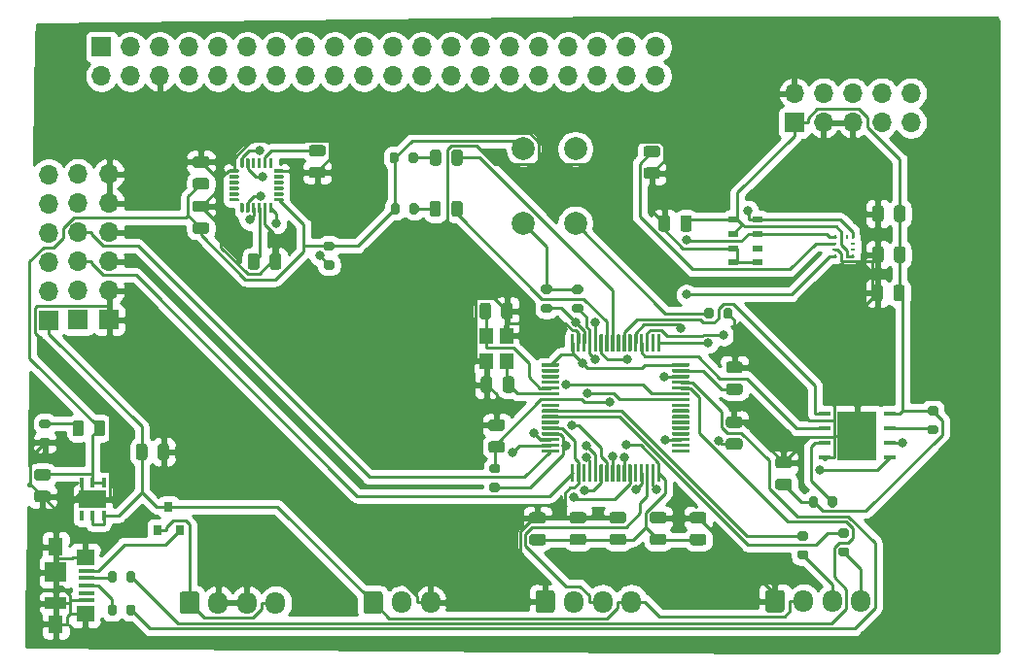
<source format=gbr>
%TF.GenerationSoftware,KiCad,Pcbnew,(5.1.9)-1*%
%TF.CreationDate,2021-03-13T11:21:55-03:00*%
%TF.ProjectId,carcaraFC,63617263-6172-4614-9643-2e6b69636164,rev?*%
%TF.SameCoordinates,Original*%
%TF.FileFunction,Copper,L1,Top*%
%TF.FilePolarity,Positive*%
%FSLAX46Y46*%
G04 Gerber Fmt 4.6, Leading zero omitted, Abs format (unit mm)*
G04 Created by KiCad (PCBNEW (5.1.9)-1) date 2021-03-13 11:21:55*
%MOMM*%
%LPD*%
G01*
G04 APERTURE LIST*
%TA.AperFunction,ComponentPad*%
%ADD10O,1.700000X1.950000*%
%TD*%
%TA.AperFunction,SMDPad,CuDef*%
%ADD11R,3.400000X4.300000*%
%TD*%
%TA.AperFunction,SMDPad,CuDef*%
%ADD12R,1.040000X0.440000*%
%TD*%
%TA.AperFunction,SMDPad,CuDef*%
%ADD13R,2.370000X1.630000*%
%TD*%
%TA.AperFunction,SMDPad,CuDef*%
%ADD14R,0.400000X0.860000*%
%TD*%
%TA.AperFunction,SMDPad,CuDef*%
%ADD15R,0.800000X0.900000*%
%TD*%
%TA.AperFunction,ComponentPad*%
%ADD16O,1.700000X1.700000*%
%TD*%
%TA.AperFunction,ComponentPad*%
%ADD17R,1.700000X1.700000*%
%TD*%
%TA.AperFunction,SMDPad,CuDef*%
%ADD18R,1.380000X0.450000*%
%TD*%
%TA.AperFunction,SMDPad,CuDef*%
%ADD19R,1.550000X1.425000*%
%TD*%
%TA.AperFunction,SMDPad,CuDef*%
%ADD20R,1.300000X1.650000*%
%TD*%
%TA.AperFunction,SMDPad,CuDef*%
%ADD21R,1.900000X1.800000*%
%TD*%
%TA.AperFunction,SMDPad,CuDef*%
%ADD22R,1.900000X1.000000*%
%TD*%
%TA.AperFunction,ComponentPad*%
%ADD23C,2.000000*%
%TD*%
%TA.AperFunction,SMDPad,CuDef*%
%ADD24R,0.950000X0.550000*%
%TD*%
%TA.AperFunction,SMDPad,CuDef*%
%ADD25R,0.279400X0.304800*%
%TD*%
%TA.AperFunction,SMDPad,CuDef*%
%ADD26R,0.304800X0.279400*%
%TD*%
%TA.AperFunction,SMDPad,CuDef*%
%ADD27R,1.200000X1.400000*%
%TD*%
%TA.AperFunction,ViaPad*%
%ADD28C,0.800000*%
%TD*%
%TA.AperFunction,Conductor*%
%ADD29C,0.250000*%
%TD*%
%TA.AperFunction,Conductor*%
%ADD30C,0.254000*%
%TD*%
%TA.AperFunction,Conductor*%
%ADD31C,0.100000*%
%TD*%
G04 APERTURE END LIST*
D10*
%TO.P,J10,3*%
%TO.N,GNDPWR*%
X58970000Y-105930000D03*
%TO.P,J10,2*%
%TO.N,/RC_PPM_IN*%
X56470000Y-105930000D03*
%TO.P,J10,1*%
%TO.N,/unreg5V*%
%TA.AperFunction,ComponentPad*%
G36*
G01*
X53120000Y-106655000D02*
X53120000Y-105205000D01*
G75*
G02*
X53370000Y-104955000I250000J0D01*
G01*
X54570000Y-104955000D01*
G75*
G02*
X54820000Y-105205000I0J-250000D01*
G01*
X54820000Y-106655000D01*
G75*
G02*
X54570000Y-106905000I-250000J0D01*
G01*
X53370000Y-106905000D01*
G75*
G02*
X53120000Y-106655000I0J250000D01*
G01*
G37*
%TD.AperFunction*%
%TD*%
D11*
%TO.P,U4,9*%
%TO.N,GNDPWR*%
X96116000Y-91396000D03*
D12*
%TO.P,U4,8*%
%TO.N,/3V3*%
X98961000Y-89491000D03*
%TO.P,U4,7*%
%TO.N,Net-(R8-Pad1)*%
X98961000Y-90761000D03*
%TO.P,U4,6*%
%TO.N,/FLASH_SCK*%
X98961000Y-92031000D03*
%TO.P,U4,5*%
%TO.N,/FLASH_MOSI*%
X98961000Y-93301000D03*
%TO.P,U4,4*%
%TO.N,GNDPWR*%
X93271000Y-93301000D03*
%TO.P,U4,3*%
%TO.N,Net-(R9-Pad1)*%
X93271000Y-92031000D03*
%TO.P,U4,2*%
%TO.N,/FLASH_MISO*%
X93271000Y-90761000D03*
%TO.P,U4,1*%
%TO.N,/FLASH_CS*%
X93271000Y-89491000D03*
%TD*%
D13*
%TO.P,U1,7*%
%TO.N,GNDPWR*%
X29560000Y-96930000D03*
D14*
%TO.P,U1,6*%
%TO.N,/unreg5V*%
X30510000Y-98365000D03*
%TO.P,U1,5*%
X29560000Y-98365000D03*
%TO.P,U1,4*%
%TO.N,Net-(U1-Pad4)*%
X28610000Y-98365000D03*
%TO.P,U1,3*%
%TO.N,GNDPWR*%
X28610000Y-95495000D03*
%TO.P,U1,2*%
%TO.N,/3V3*%
X29560000Y-95495000D03*
%TO.P,U1,1*%
X30510000Y-95495000D03*
%TD*%
%TO.P,C1,2*%
%TO.N,GNDPWR*%
%TA.AperFunction,SMDPad,CuDef*%
G36*
G01*
X35220000Y-93275000D02*
X35220000Y-92325000D01*
G75*
G02*
X35470000Y-92075000I250000J0D01*
G01*
X35970000Y-92075000D01*
G75*
G02*
X36220000Y-92325000I0J-250000D01*
G01*
X36220000Y-93275000D01*
G75*
G02*
X35970000Y-93525000I-250000J0D01*
G01*
X35470000Y-93525000D01*
G75*
G02*
X35220000Y-93275000I0J250000D01*
G01*
G37*
%TD.AperFunction*%
%TO.P,C1,1*%
%TO.N,/unreg5V*%
%TA.AperFunction,SMDPad,CuDef*%
G36*
G01*
X33320000Y-93275000D02*
X33320000Y-92325000D01*
G75*
G02*
X33570000Y-92075000I250000J0D01*
G01*
X34070000Y-92075000D01*
G75*
G02*
X34320000Y-92325000I0J-250000D01*
G01*
X34320000Y-93275000D01*
G75*
G02*
X34070000Y-93525000I-250000J0D01*
G01*
X33570000Y-93525000D01*
G75*
G02*
X33320000Y-93275000I0J250000D01*
G01*
G37*
%TD.AperFunction*%
%TD*%
%TO.P,C2,1*%
%TO.N,/3V3*%
%TA.AperFunction,SMDPad,CuDef*%
G36*
G01*
X24705000Y-94290000D02*
X25655000Y-94290000D01*
G75*
G02*
X25905000Y-94540000I0J-250000D01*
G01*
X25905000Y-95040000D01*
G75*
G02*
X25655000Y-95290000I-250000J0D01*
G01*
X24705000Y-95290000D01*
G75*
G02*
X24455000Y-95040000I0J250000D01*
G01*
X24455000Y-94540000D01*
G75*
G02*
X24705000Y-94290000I250000J0D01*
G01*
G37*
%TD.AperFunction*%
%TO.P,C2,2*%
%TO.N,GNDPWR*%
%TA.AperFunction,SMDPad,CuDef*%
G36*
G01*
X24705000Y-96190000D02*
X25655000Y-96190000D01*
G75*
G02*
X25905000Y-96440000I0J-250000D01*
G01*
X25905000Y-96940000D01*
G75*
G02*
X25655000Y-97190000I-250000J0D01*
G01*
X24705000Y-97190000D01*
G75*
G02*
X24455000Y-96940000I0J250000D01*
G01*
X24455000Y-96440000D01*
G75*
G02*
X24705000Y-96190000I250000J0D01*
G01*
G37*
%TD.AperFunction*%
%TD*%
%TO.P,C3,2*%
%TO.N,/3V3*%
%TA.AperFunction,SMDPad,CuDef*%
G36*
G01*
X78307000Y-99934000D02*
X79257000Y-99934000D01*
G75*
G02*
X79507000Y-100184000I0J-250000D01*
G01*
X79507000Y-100684000D01*
G75*
G02*
X79257000Y-100934000I-250000J0D01*
G01*
X78307000Y-100934000D01*
G75*
G02*
X78057000Y-100684000I0J250000D01*
G01*
X78057000Y-100184000D01*
G75*
G02*
X78307000Y-99934000I250000J0D01*
G01*
G37*
%TD.AperFunction*%
%TO.P,C3,1*%
%TO.N,GNDPWR*%
%TA.AperFunction,SMDPad,CuDef*%
G36*
G01*
X78307000Y-98034000D02*
X79257000Y-98034000D01*
G75*
G02*
X79507000Y-98284000I0J-250000D01*
G01*
X79507000Y-98784000D01*
G75*
G02*
X79257000Y-99034000I-250000J0D01*
G01*
X78307000Y-99034000D01*
G75*
G02*
X78057000Y-98784000I0J250000D01*
G01*
X78057000Y-98284000D01*
G75*
G02*
X78307000Y-98034000I250000J0D01*
G01*
G37*
%TD.AperFunction*%
%TD*%
%TO.P,C4,1*%
%TO.N,GNDPWR*%
%TA.AperFunction,SMDPad,CuDef*%
G36*
G01*
X81782000Y-98039000D02*
X82732000Y-98039000D01*
G75*
G02*
X82982000Y-98289000I0J-250000D01*
G01*
X82982000Y-98789000D01*
G75*
G02*
X82732000Y-99039000I-250000J0D01*
G01*
X81782000Y-99039000D01*
G75*
G02*
X81532000Y-98789000I0J250000D01*
G01*
X81532000Y-98289000D01*
G75*
G02*
X81782000Y-98039000I250000J0D01*
G01*
G37*
%TD.AperFunction*%
%TO.P,C4,2*%
%TO.N,/3V3*%
%TA.AperFunction,SMDPad,CuDef*%
G36*
G01*
X81782000Y-99939000D02*
X82732000Y-99939000D01*
G75*
G02*
X82982000Y-100189000I0J-250000D01*
G01*
X82982000Y-100689000D01*
G75*
G02*
X82732000Y-100939000I-250000J0D01*
G01*
X81782000Y-100939000D01*
G75*
G02*
X81532000Y-100689000I0J250000D01*
G01*
X81532000Y-100189000D01*
G75*
G02*
X81782000Y-99939000I250000J0D01*
G01*
G37*
%TD.AperFunction*%
%TD*%
%TO.P,C5,2*%
%TO.N,/3V3*%
%TA.AperFunction,SMDPad,CuDef*%
G36*
G01*
X74807000Y-99934000D02*
X75757000Y-99934000D01*
G75*
G02*
X76007000Y-100184000I0J-250000D01*
G01*
X76007000Y-100684000D01*
G75*
G02*
X75757000Y-100934000I-250000J0D01*
G01*
X74807000Y-100934000D01*
G75*
G02*
X74557000Y-100684000I0J250000D01*
G01*
X74557000Y-100184000D01*
G75*
G02*
X74807000Y-99934000I250000J0D01*
G01*
G37*
%TD.AperFunction*%
%TO.P,C5,1*%
%TO.N,GNDPWR*%
%TA.AperFunction,SMDPad,CuDef*%
G36*
G01*
X74807000Y-98034000D02*
X75757000Y-98034000D01*
G75*
G02*
X76007000Y-98284000I0J-250000D01*
G01*
X76007000Y-98784000D01*
G75*
G02*
X75757000Y-99034000I-250000J0D01*
G01*
X74807000Y-99034000D01*
G75*
G02*
X74557000Y-98784000I0J250000D01*
G01*
X74557000Y-98284000D01*
G75*
G02*
X74807000Y-98034000I250000J0D01*
G01*
G37*
%TD.AperFunction*%
%TD*%
%TO.P,C6,1*%
%TO.N,GNDPWR*%
%TA.AperFunction,SMDPad,CuDef*%
G36*
G01*
X71327000Y-98034000D02*
X72277000Y-98034000D01*
G75*
G02*
X72527000Y-98284000I0J-250000D01*
G01*
X72527000Y-98784000D01*
G75*
G02*
X72277000Y-99034000I-250000J0D01*
G01*
X71327000Y-99034000D01*
G75*
G02*
X71077000Y-98784000I0J250000D01*
G01*
X71077000Y-98284000D01*
G75*
G02*
X71327000Y-98034000I250000J0D01*
G01*
G37*
%TD.AperFunction*%
%TO.P,C6,2*%
%TO.N,/3V3*%
%TA.AperFunction,SMDPad,CuDef*%
G36*
G01*
X71327000Y-99934000D02*
X72277000Y-99934000D01*
G75*
G02*
X72527000Y-100184000I0J-250000D01*
G01*
X72527000Y-100684000D01*
G75*
G02*
X72277000Y-100934000I-250000J0D01*
G01*
X71327000Y-100934000D01*
G75*
G02*
X71077000Y-100684000I0J250000D01*
G01*
X71077000Y-100184000D01*
G75*
G02*
X71327000Y-99934000I250000J0D01*
G01*
G37*
%TD.AperFunction*%
%TD*%
%TO.P,C7,2*%
%TO.N,/3V3*%
%TA.AperFunction,SMDPad,CuDef*%
G36*
G01*
X67807000Y-99954000D02*
X68757000Y-99954000D01*
G75*
G02*
X69007000Y-100204000I0J-250000D01*
G01*
X69007000Y-100704000D01*
G75*
G02*
X68757000Y-100954000I-250000J0D01*
G01*
X67807000Y-100954000D01*
G75*
G02*
X67557000Y-100704000I0J250000D01*
G01*
X67557000Y-100204000D01*
G75*
G02*
X67807000Y-99954000I250000J0D01*
G01*
G37*
%TD.AperFunction*%
%TO.P,C7,1*%
%TO.N,GNDPWR*%
%TA.AperFunction,SMDPad,CuDef*%
G36*
G01*
X67807000Y-98054000D02*
X68757000Y-98054000D01*
G75*
G02*
X69007000Y-98304000I0J-250000D01*
G01*
X69007000Y-98804000D01*
G75*
G02*
X68757000Y-99054000I-250000J0D01*
G01*
X67807000Y-99054000D01*
G75*
G02*
X67557000Y-98804000I0J250000D01*
G01*
X67557000Y-98304000D01*
G75*
G02*
X67807000Y-98054000I250000J0D01*
G01*
G37*
%TD.AperFunction*%
%TD*%
%TO.P,C8,1*%
%TO.N,/PH0*%
%TA.AperFunction,SMDPad,CuDef*%
G36*
G01*
X63232000Y-80989000D02*
X63232000Y-80039000D01*
G75*
G02*
X63482000Y-79789000I250000J0D01*
G01*
X63982000Y-79789000D01*
G75*
G02*
X64232000Y-80039000I0J-250000D01*
G01*
X64232000Y-80989000D01*
G75*
G02*
X63982000Y-81239000I-250000J0D01*
G01*
X63482000Y-81239000D01*
G75*
G02*
X63232000Y-80989000I0J250000D01*
G01*
G37*
%TD.AperFunction*%
%TO.P,C8,2*%
%TO.N,GNDPWR*%
%TA.AperFunction,SMDPad,CuDef*%
G36*
G01*
X65132000Y-80989000D02*
X65132000Y-80039000D01*
G75*
G02*
X65382000Y-79789000I250000J0D01*
G01*
X65882000Y-79789000D01*
G75*
G02*
X66132000Y-80039000I0J-250000D01*
G01*
X66132000Y-80989000D01*
G75*
G02*
X65882000Y-81239000I-250000J0D01*
G01*
X65382000Y-81239000D01*
G75*
G02*
X65132000Y-80989000I0J250000D01*
G01*
G37*
%TD.AperFunction*%
%TD*%
%TO.P,C9,2*%
%TO.N,GNDPWR*%
%TA.AperFunction,SMDPad,CuDef*%
G36*
G01*
X64342000Y-86449000D02*
X64342000Y-87399000D01*
G75*
G02*
X64092000Y-87649000I-250000J0D01*
G01*
X63592000Y-87649000D01*
G75*
G02*
X63342000Y-87399000I0J250000D01*
G01*
X63342000Y-86449000D01*
G75*
G02*
X63592000Y-86199000I250000J0D01*
G01*
X64092000Y-86199000D01*
G75*
G02*
X64342000Y-86449000I0J-250000D01*
G01*
G37*
%TD.AperFunction*%
%TO.P,C9,1*%
%TO.N,/PH1*%
%TA.AperFunction,SMDPad,CuDef*%
G36*
G01*
X66242000Y-86449000D02*
X66242000Y-87399000D01*
G75*
G02*
X65992000Y-87649000I-250000J0D01*
G01*
X65492000Y-87649000D01*
G75*
G02*
X65242000Y-87399000I0J250000D01*
G01*
X65242000Y-86449000D01*
G75*
G02*
X65492000Y-86199000I250000J0D01*
G01*
X65992000Y-86199000D01*
G75*
G02*
X66242000Y-86449000I0J-250000D01*
G01*
G37*
%TD.AperFunction*%
%TD*%
%TO.P,C10,2*%
%TO.N,GNDPWR*%
%TA.AperFunction,SMDPad,CuDef*%
G36*
G01*
X39455000Y-68020000D02*
X38505000Y-68020000D01*
G75*
G02*
X38255000Y-67770000I0J250000D01*
G01*
X38255000Y-67270000D01*
G75*
G02*
X38505000Y-67020000I250000J0D01*
G01*
X39455000Y-67020000D01*
G75*
G02*
X39705000Y-67270000I0J-250000D01*
G01*
X39705000Y-67770000D01*
G75*
G02*
X39455000Y-68020000I-250000J0D01*
G01*
G37*
%TD.AperFunction*%
%TO.P,C10,1*%
%TO.N,/3V3*%
%TA.AperFunction,SMDPad,CuDef*%
G36*
G01*
X39455000Y-69920000D02*
X38505000Y-69920000D01*
G75*
G02*
X38255000Y-69670000I0J250000D01*
G01*
X38255000Y-69170000D01*
G75*
G02*
X38505000Y-68920000I250000J0D01*
G01*
X39455000Y-68920000D01*
G75*
G02*
X39705000Y-69170000I0J-250000D01*
G01*
X39705000Y-69670000D01*
G75*
G02*
X39455000Y-69920000I-250000J0D01*
G01*
G37*
%TD.AperFunction*%
%TD*%
%TO.P,C11,2*%
%TO.N,GNDPWR*%
%TA.AperFunction,SMDPad,CuDef*%
G36*
G01*
X39455000Y-71890000D02*
X38505000Y-71890000D01*
G75*
G02*
X38255000Y-71640000I0J250000D01*
G01*
X38255000Y-71140000D01*
G75*
G02*
X38505000Y-70890000I250000J0D01*
G01*
X39455000Y-70890000D01*
G75*
G02*
X39705000Y-71140000I0J-250000D01*
G01*
X39705000Y-71640000D01*
G75*
G02*
X39455000Y-71890000I-250000J0D01*
G01*
G37*
%TD.AperFunction*%
%TO.P,C11,1*%
%TO.N,/3V3*%
%TA.AperFunction,SMDPad,CuDef*%
G36*
G01*
X39455000Y-73790000D02*
X38505000Y-73790000D01*
G75*
G02*
X38255000Y-73540000I0J250000D01*
G01*
X38255000Y-73040000D01*
G75*
G02*
X38505000Y-72790000I250000J0D01*
G01*
X39455000Y-72790000D01*
G75*
G02*
X39705000Y-73040000I0J-250000D01*
G01*
X39705000Y-73540000D01*
G75*
G02*
X39455000Y-73790000I-250000J0D01*
G01*
G37*
%TD.AperFunction*%
%TD*%
%TO.P,C12,1*%
%TO.N,Net-(C12-Pad1)*%
%TA.AperFunction,SMDPad,CuDef*%
G36*
G01*
X43070000Y-76685000D02*
X43070000Y-75735000D01*
G75*
G02*
X43320000Y-75485000I250000J0D01*
G01*
X43820000Y-75485000D01*
G75*
G02*
X44070000Y-75735000I0J-250000D01*
G01*
X44070000Y-76685000D01*
G75*
G02*
X43820000Y-76935000I-250000J0D01*
G01*
X43320000Y-76935000D01*
G75*
G02*
X43070000Y-76685000I0J250000D01*
G01*
G37*
%TD.AperFunction*%
%TO.P,C12,2*%
%TO.N,GNDPWR*%
%TA.AperFunction,SMDPad,CuDef*%
G36*
G01*
X44970000Y-76685000D02*
X44970000Y-75735000D01*
G75*
G02*
X45220000Y-75485000I250000J0D01*
G01*
X45720000Y-75485000D01*
G75*
G02*
X45970000Y-75735000I0J-250000D01*
G01*
X45970000Y-76685000D01*
G75*
G02*
X45720000Y-76935000I-250000J0D01*
G01*
X45220000Y-76935000D01*
G75*
G02*
X44970000Y-76685000I0J250000D01*
G01*
G37*
%TD.AperFunction*%
%TD*%
%TO.P,C13,2*%
%TO.N,GNDPWR*%
%TA.AperFunction,SMDPad,CuDef*%
G36*
G01*
X48635000Y-67930000D02*
X49585000Y-67930000D01*
G75*
G02*
X49835000Y-68180000I0J-250000D01*
G01*
X49835000Y-68680000D01*
G75*
G02*
X49585000Y-68930000I-250000J0D01*
G01*
X48635000Y-68930000D01*
G75*
G02*
X48385000Y-68680000I0J250000D01*
G01*
X48385000Y-68180000D01*
G75*
G02*
X48635000Y-67930000I250000J0D01*
G01*
G37*
%TD.AperFunction*%
%TO.P,C13,1*%
%TO.N,Net-(C13-Pad1)*%
%TA.AperFunction,SMDPad,CuDef*%
G36*
G01*
X48635000Y-66030000D02*
X49585000Y-66030000D01*
G75*
G02*
X49835000Y-66280000I0J-250000D01*
G01*
X49835000Y-66780000D01*
G75*
G02*
X49585000Y-67030000I-250000J0D01*
G01*
X48635000Y-67030000D01*
G75*
G02*
X48385000Y-66780000I0J250000D01*
G01*
X48385000Y-66280000D01*
G75*
G02*
X48635000Y-66030000I250000J0D01*
G01*
G37*
%TD.AperFunction*%
%TD*%
%TO.P,C16,1*%
%TO.N,/3V3*%
%TA.AperFunction,SMDPad,CuDef*%
G36*
G01*
X90185000Y-96130000D02*
X89235000Y-96130000D01*
G75*
G02*
X88985000Y-95880000I0J250000D01*
G01*
X88985000Y-95380000D01*
G75*
G02*
X89235000Y-95130000I250000J0D01*
G01*
X90185000Y-95130000D01*
G75*
G02*
X90435000Y-95380000I0J-250000D01*
G01*
X90435000Y-95880000D01*
G75*
G02*
X90185000Y-96130000I-250000J0D01*
G01*
G37*
%TD.AperFunction*%
%TO.P,C16,2*%
%TO.N,GNDPWR*%
%TA.AperFunction,SMDPad,CuDef*%
G36*
G01*
X90185000Y-94230000D02*
X89235000Y-94230000D01*
G75*
G02*
X88985000Y-93980000I0J250000D01*
G01*
X88985000Y-93480000D01*
G75*
G02*
X89235000Y-93230000I250000J0D01*
G01*
X90185000Y-93230000D01*
G75*
G02*
X90435000Y-93480000I0J-250000D01*
G01*
X90435000Y-93980000D01*
G75*
G02*
X90185000Y-94230000I-250000J0D01*
G01*
G37*
%TD.AperFunction*%
%TD*%
%TO.P,C19,2*%
%TO.N,GNDPWR*%
%TA.AperFunction,SMDPad,CuDef*%
G36*
G01*
X79820000Y-72407000D02*
X79820000Y-73357000D01*
G75*
G02*
X79570000Y-73607000I-250000J0D01*
G01*
X79070000Y-73607000D01*
G75*
G02*
X78820000Y-73357000I0J250000D01*
G01*
X78820000Y-72407000D01*
G75*
G02*
X79070000Y-72157000I250000J0D01*
G01*
X79570000Y-72157000D01*
G75*
G02*
X79820000Y-72407000I0J-250000D01*
G01*
G37*
%TD.AperFunction*%
%TO.P,C19,1*%
%TO.N,/3V3*%
%TA.AperFunction,SMDPad,CuDef*%
G36*
G01*
X81720000Y-72407000D02*
X81720000Y-73357000D01*
G75*
G02*
X81470000Y-73607000I-250000J0D01*
G01*
X80970000Y-73607000D01*
G75*
G02*
X80720000Y-73357000I0J250000D01*
G01*
X80720000Y-72407000D01*
G75*
G02*
X80970000Y-72157000I250000J0D01*
G01*
X81470000Y-72157000D01*
G75*
G02*
X81720000Y-72407000I0J-250000D01*
G01*
G37*
%TD.AperFunction*%
%TD*%
%TO.P,C20,2*%
%TO.N,GNDPWR*%
%TA.AperFunction,SMDPad,CuDef*%
G36*
G01*
X65197000Y-90964000D02*
X64247000Y-90964000D01*
G75*
G02*
X63997000Y-90714000I0J250000D01*
G01*
X63997000Y-90214000D01*
G75*
G02*
X64247000Y-89964000I250000J0D01*
G01*
X65197000Y-89964000D01*
G75*
G02*
X65447000Y-90214000I0J-250000D01*
G01*
X65447000Y-90714000D01*
G75*
G02*
X65197000Y-90964000I-250000J0D01*
G01*
G37*
%TD.AperFunction*%
%TO.P,C20,1*%
%TO.N,/NRST*%
%TA.AperFunction,SMDPad,CuDef*%
G36*
G01*
X65197000Y-92864000D02*
X64247000Y-92864000D01*
G75*
G02*
X63997000Y-92614000I0J250000D01*
G01*
X63997000Y-92114000D01*
G75*
G02*
X64247000Y-91864000I250000J0D01*
G01*
X65197000Y-91864000D01*
G75*
G02*
X65447000Y-92114000I0J-250000D01*
G01*
X65447000Y-92614000D01*
G75*
G02*
X65197000Y-92864000I-250000J0D01*
G01*
G37*
%TD.AperFunction*%
%TD*%
%TO.P,C21,1*%
%TO.N,Net-(C21-Pad1)*%
%TA.AperFunction,SMDPad,CuDef*%
G36*
G01*
X85882000Y-92619000D02*
X84932000Y-92619000D01*
G75*
G02*
X84682000Y-92369000I0J250000D01*
G01*
X84682000Y-91869000D01*
G75*
G02*
X84932000Y-91619000I250000J0D01*
G01*
X85882000Y-91619000D01*
G75*
G02*
X86132000Y-91869000I0J-250000D01*
G01*
X86132000Y-92369000D01*
G75*
G02*
X85882000Y-92619000I-250000J0D01*
G01*
G37*
%TD.AperFunction*%
%TO.P,C21,2*%
%TO.N,GNDPWR*%
%TA.AperFunction,SMDPad,CuDef*%
G36*
G01*
X85882000Y-90719000D02*
X84932000Y-90719000D01*
G75*
G02*
X84682000Y-90469000I0J250000D01*
G01*
X84682000Y-89969000D01*
G75*
G02*
X84932000Y-89719000I250000J0D01*
G01*
X85882000Y-89719000D01*
G75*
G02*
X86132000Y-89969000I0J-250000D01*
G01*
X86132000Y-90469000D01*
G75*
G02*
X85882000Y-90719000I-250000J0D01*
G01*
G37*
%TD.AperFunction*%
%TD*%
%TO.P,C22,1*%
%TO.N,Net-(C22-Pad1)*%
%TA.AperFunction,SMDPad,CuDef*%
G36*
G01*
X85907000Y-87824000D02*
X84957000Y-87824000D01*
G75*
G02*
X84707000Y-87574000I0J250000D01*
G01*
X84707000Y-87074000D01*
G75*
G02*
X84957000Y-86824000I250000J0D01*
G01*
X85907000Y-86824000D01*
G75*
G02*
X86157000Y-87074000I0J-250000D01*
G01*
X86157000Y-87574000D01*
G75*
G02*
X85907000Y-87824000I-250000J0D01*
G01*
G37*
%TD.AperFunction*%
%TO.P,C22,2*%
%TO.N,GNDPWR*%
%TA.AperFunction,SMDPad,CuDef*%
G36*
G01*
X85907000Y-85924000D02*
X84957000Y-85924000D01*
G75*
G02*
X84707000Y-85674000I0J250000D01*
G01*
X84707000Y-85174000D01*
G75*
G02*
X84957000Y-84924000I250000J0D01*
G01*
X85907000Y-84924000D01*
G75*
G02*
X86157000Y-85174000I0J-250000D01*
G01*
X86157000Y-85674000D01*
G75*
G02*
X85907000Y-85924000I-250000J0D01*
G01*
G37*
%TD.AperFunction*%
%TD*%
%TO.P,C23,1*%
%TO.N,GNDPWR*%
%TA.AperFunction,SMDPad,CuDef*%
G36*
G01*
X78713000Y-68998000D02*
X77763000Y-68998000D01*
G75*
G02*
X77513000Y-68748000I0J250000D01*
G01*
X77513000Y-68248000D01*
G75*
G02*
X77763000Y-67998000I250000J0D01*
G01*
X78713000Y-67998000D01*
G75*
G02*
X78963000Y-68248000I0J-250000D01*
G01*
X78963000Y-68748000D01*
G75*
G02*
X78713000Y-68998000I-250000J0D01*
G01*
G37*
%TD.AperFunction*%
%TO.P,C23,2*%
%TO.N,Net-(C23-Pad2)*%
%TA.AperFunction,SMDPad,CuDef*%
G36*
G01*
X78713000Y-67098000D02*
X77763000Y-67098000D01*
G75*
G02*
X77513000Y-66848000I0J250000D01*
G01*
X77513000Y-66348000D01*
G75*
G02*
X77763000Y-66098000I250000J0D01*
G01*
X78713000Y-66098000D01*
G75*
G02*
X78963000Y-66348000I0J-250000D01*
G01*
X78963000Y-66848000D01*
G75*
G02*
X78713000Y-67098000I-250000J0D01*
G01*
G37*
%TD.AperFunction*%
%TD*%
%TO.P,C24,2*%
%TO.N,GNDPWR*%
%TA.AperFunction,SMDPad,CuDef*%
G36*
G01*
X98425000Y-75122000D02*
X98425000Y-76072000D01*
G75*
G02*
X98175000Y-76322000I-250000J0D01*
G01*
X97675000Y-76322000D01*
G75*
G02*
X97425000Y-76072000I0J250000D01*
G01*
X97425000Y-75122000D01*
G75*
G02*
X97675000Y-74872000I250000J0D01*
G01*
X98175000Y-74872000D01*
G75*
G02*
X98425000Y-75122000I0J-250000D01*
G01*
G37*
%TD.AperFunction*%
%TO.P,C24,1*%
%TO.N,/3V3*%
%TA.AperFunction,SMDPad,CuDef*%
G36*
G01*
X100325000Y-75122000D02*
X100325000Y-76072000D01*
G75*
G02*
X100075000Y-76322000I-250000J0D01*
G01*
X99575000Y-76322000D01*
G75*
G02*
X99325000Y-76072000I0J250000D01*
G01*
X99325000Y-75122000D01*
G75*
G02*
X99575000Y-74872000I250000J0D01*
G01*
X100075000Y-74872000D01*
G75*
G02*
X100325000Y-75122000I0J-250000D01*
G01*
G37*
%TD.AperFunction*%
%TD*%
%TO.P,C25,1*%
%TO.N,/3V3*%
%TA.AperFunction,SMDPad,CuDef*%
G36*
G01*
X100260000Y-78467000D02*
X100260000Y-79417000D01*
G75*
G02*
X100010000Y-79667000I-250000J0D01*
G01*
X99510000Y-79667000D01*
G75*
G02*
X99260000Y-79417000I0J250000D01*
G01*
X99260000Y-78467000D01*
G75*
G02*
X99510000Y-78217000I250000J0D01*
G01*
X100010000Y-78217000D01*
G75*
G02*
X100260000Y-78467000I0J-250000D01*
G01*
G37*
%TD.AperFunction*%
%TO.P,C25,2*%
%TO.N,GNDPWR*%
%TA.AperFunction,SMDPad,CuDef*%
G36*
G01*
X98360000Y-78467000D02*
X98360000Y-79417000D01*
G75*
G02*
X98110000Y-79667000I-250000J0D01*
G01*
X97610000Y-79667000D01*
G75*
G02*
X97360000Y-79417000I0J250000D01*
G01*
X97360000Y-78467000D01*
G75*
G02*
X97610000Y-78217000I250000J0D01*
G01*
X98110000Y-78217000D01*
G75*
G02*
X98360000Y-78467000I0J-250000D01*
G01*
G37*
%TD.AperFunction*%
%TD*%
%TO.P,C26,1*%
%TO.N,/3V3*%
%TA.AperFunction,SMDPad,CuDef*%
G36*
G01*
X100320000Y-71547000D02*
X100320000Y-72497000D01*
G75*
G02*
X100070000Y-72747000I-250000J0D01*
G01*
X99570000Y-72747000D01*
G75*
G02*
X99320000Y-72497000I0J250000D01*
G01*
X99320000Y-71547000D01*
G75*
G02*
X99570000Y-71297000I250000J0D01*
G01*
X100070000Y-71297000D01*
G75*
G02*
X100320000Y-71547000I0J-250000D01*
G01*
G37*
%TD.AperFunction*%
%TO.P,C26,2*%
%TO.N,GNDPWR*%
%TA.AperFunction,SMDPad,CuDef*%
G36*
G01*
X98420000Y-71547000D02*
X98420000Y-72497000D01*
G75*
G02*
X98170000Y-72747000I-250000J0D01*
G01*
X97670000Y-72747000D01*
G75*
G02*
X97420000Y-72497000I0J250000D01*
G01*
X97420000Y-71547000D01*
G75*
G02*
X97670000Y-71297000I250000J0D01*
G01*
X98170000Y-71297000D01*
G75*
G02*
X98420000Y-71547000I0J-250000D01*
G01*
G37*
%TD.AperFunction*%
%TD*%
%TO.P,D1,1*%
%TO.N,Net-(D1-Pad1)*%
%TA.AperFunction,SMDPad,CuDef*%
G36*
G01*
X27805000Y-91196250D02*
X27805000Y-90283750D01*
G75*
G02*
X28048750Y-90040000I243750J0D01*
G01*
X28536250Y-90040000D01*
G75*
G02*
X28780000Y-90283750I0J-243750D01*
G01*
X28780000Y-91196250D01*
G75*
G02*
X28536250Y-91440000I-243750J0D01*
G01*
X28048750Y-91440000D01*
G75*
G02*
X27805000Y-91196250I0J243750D01*
G01*
G37*
%TD.AperFunction*%
%TO.P,D1,2*%
%TO.N,/3V3*%
%TA.AperFunction,SMDPad,CuDef*%
G36*
G01*
X29680000Y-91196250D02*
X29680000Y-90283750D01*
G75*
G02*
X29923750Y-90040000I243750J0D01*
G01*
X30411250Y-90040000D01*
G75*
G02*
X30655000Y-90283750I0J-243750D01*
G01*
X30655000Y-91196250D01*
G75*
G02*
X30411250Y-91440000I-243750J0D01*
G01*
X29923750Y-91440000D01*
G75*
G02*
X29680000Y-91196250I0J243750D01*
G01*
G37*
%TD.AperFunction*%
%TD*%
D15*
%TO.P,D2,1*%
%TO.N,/5V_BAT*%
X35220000Y-99590000D03*
%TO.P,D2,2*%
%TO.N,/5V_USB*%
X37120000Y-99590000D03*
%TO.P,D2,3*%
%TO.N,/unreg5V*%
X36170000Y-97590000D03*
%TD*%
%TO.P,D3,2*%
%TO.N,Net-(D3-Pad2)*%
%TA.AperFunction,SMDPad,CuDef*%
G36*
G01*
X59897500Y-66683750D02*
X59897500Y-67596250D01*
G75*
G02*
X59653750Y-67840000I-243750J0D01*
G01*
X59166250Y-67840000D01*
G75*
G02*
X58922500Y-67596250I0J243750D01*
G01*
X58922500Y-66683750D01*
G75*
G02*
X59166250Y-66440000I243750J0D01*
G01*
X59653750Y-66440000D01*
G75*
G02*
X59897500Y-66683750I0J-243750D01*
G01*
G37*
%TD.AperFunction*%
%TO.P,D3,1*%
%TO.N,Net-(D3-Pad1)*%
%TA.AperFunction,SMDPad,CuDef*%
G36*
G01*
X61772500Y-66683750D02*
X61772500Y-67596250D01*
G75*
G02*
X61528750Y-67840000I-243750J0D01*
G01*
X61041250Y-67840000D01*
G75*
G02*
X60797500Y-67596250I0J243750D01*
G01*
X60797500Y-66683750D01*
G75*
G02*
X61041250Y-66440000I243750J0D01*
G01*
X61528750Y-66440000D01*
G75*
G02*
X61772500Y-66683750I0J-243750D01*
G01*
G37*
%TD.AperFunction*%
%TD*%
%TO.P,D4,1*%
%TO.N,Net-(D4-Pad1)*%
%TA.AperFunction,SMDPad,CuDef*%
G36*
G01*
X61755000Y-71143750D02*
X61755000Y-72056250D01*
G75*
G02*
X61511250Y-72300000I-243750J0D01*
G01*
X61023750Y-72300000D01*
G75*
G02*
X60780000Y-72056250I0J243750D01*
G01*
X60780000Y-71143750D01*
G75*
G02*
X61023750Y-70900000I243750J0D01*
G01*
X61511250Y-70900000D01*
G75*
G02*
X61755000Y-71143750I0J-243750D01*
G01*
G37*
%TD.AperFunction*%
%TO.P,D4,2*%
%TO.N,Net-(D4-Pad2)*%
%TA.AperFunction,SMDPad,CuDef*%
G36*
G01*
X59880000Y-71143750D02*
X59880000Y-72056250D01*
G75*
G02*
X59636250Y-72300000I-243750J0D01*
G01*
X59148750Y-72300000D01*
G75*
G02*
X58905000Y-72056250I0J243750D01*
G01*
X58905000Y-71143750D01*
G75*
G02*
X59148750Y-70900000I243750J0D01*
G01*
X59636250Y-70900000D01*
G75*
G02*
X59880000Y-71143750I0J-243750D01*
G01*
G37*
%TD.AperFunction*%
%TD*%
%TO.P,J1,1*%
%TO.N,/5V_BAT*%
%TA.AperFunction,ComponentPad*%
G36*
G01*
X37130000Y-106675000D02*
X37130000Y-105225000D01*
G75*
G02*
X37380000Y-104975000I250000J0D01*
G01*
X38580000Y-104975000D01*
G75*
G02*
X38830000Y-105225000I0J-250000D01*
G01*
X38830000Y-106675000D01*
G75*
G02*
X38580000Y-106925000I-250000J0D01*
G01*
X37380000Y-106925000D01*
G75*
G02*
X37130000Y-106675000I0J250000D01*
G01*
G37*
%TD.AperFunction*%
D10*
%TO.P,J1,2*%
%TO.N,GNDPWR*%
X40480000Y-105950000D03*
%TO.P,J1,3*%
X42980000Y-105950000D03*
%TO.P,J1,4*%
%TO.N,/5V_BAT*%
X45480000Y-105950000D03*
%TD*%
D16*
%TO.P,J2,6*%
%TO.N,/unreg5V*%
X25715000Y-68605000D03*
%TO.P,J2,5*%
X25715000Y-71145000D03*
%TO.P,J2,4*%
X25715000Y-73685000D03*
%TO.P,J2,3*%
X25715000Y-76225000D03*
%TO.P,J2,2*%
X25715000Y-78765000D03*
D17*
%TO.P,J2,1*%
X25715000Y-81305000D03*
%TD*%
%TO.P,J3,1*%
%TO.N,/3V3*%
X90640000Y-64070000D03*
D16*
%TO.P,J3,2*%
%TO.N,GNDPWR*%
X90640000Y-61530000D03*
%TO.P,J3,3*%
X93180000Y-64070000D03*
%TO.P,J3,4*%
%TO.N,Net-(J3-Pad4)*%
X93180000Y-61530000D03*
%TO.P,J3,5*%
%TO.N,GNDPWR*%
X95720000Y-64070000D03*
%TO.P,J3,6*%
%TO.N,/NRST*%
X95720000Y-61530000D03*
%TO.P,J3,7*%
%TO.N,Net-(J3-Pad7)*%
X98260000Y-64070000D03*
%TO.P,J3,8*%
%TO.N,Net-(J3-Pad8)*%
X98260000Y-61530000D03*
%TO.P,J3,9*%
%TO.N,/SWCLK*%
X100800000Y-64070000D03*
%TO.P,J3,10*%
%TO.N,/SWDIO*%
X100800000Y-61530000D03*
%TD*%
D17*
%TO.P,J4,1*%
%TO.N,GNDPWR*%
X30980000Y-81270000D03*
D16*
%TO.P,J4,2*%
X30980000Y-78730000D03*
%TO.P,J4,3*%
X30980000Y-76190000D03*
%TO.P,J4,4*%
X30980000Y-73650000D03*
%TO.P,J4,5*%
X30980000Y-71110000D03*
%TO.P,J4,6*%
X30980000Y-68570000D03*
%TD*%
D18*
%TO.P,USB1,1*%
%TO.N,/5V_USB*%
X29010000Y-103140000D03*
%TO.P,USB1,2*%
%TO.N,Net-(J5-Pad2)*%
X29010000Y-103790000D03*
%TO.P,USB1,3*%
%TO.N,Net-(J5-Pad3)*%
X29010000Y-104440000D03*
%TO.P,USB1,4*%
%TO.N,Net-(J5-Pad4)*%
X29010000Y-105090000D03*
%TO.P,USB1,5*%
%TO.N,GNDPWR*%
X29010000Y-105740000D03*
D19*
%TO.P,USB1,6*%
X28925000Y-101952500D03*
X28925000Y-106927500D03*
D20*
X26350000Y-101065000D03*
X26350000Y-107815000D03*
D21*
X26350000Y-103290000D03*
D22*
X26350000Y-105990000D03*
%TD*%
D17*
%TO.P,J6,1*%
%TO.N,/OUT1*%
X28280000Y-81280000D03*
D16*
%TO.P,J6,2*%
%TO.N,/OUT2*%
X28280000Y-78740000D03*
%TO.P,J6,3*%
%TO.N,/OUT3*%
X28280000Y-76200000D03*
%TO.P,J6,4*%
%TO.N,/OUT4*%
X28280000Y-73660000D03*
%TO.P,J6,5*%
%TO.N,/OUT5*%
X28280000Y-71120000D03*
%TO.P,J6,6*%
%TO.N,/OUT6*%
X28280000Y-68580000D03*
%TD*%
D17*
%TO.P,J7,1*%
%TO.N,Net-(J7-Pad1)*%
X30320000Y-57490000D03*
D16*
%TO.P,J7,2*%
%TO.N,Net-(J7-Pad2)*%
X30320000Y-60030000D03*
%TO.P,J7,3*%
%TO.N,Net-(J7-Pad3)*%
X32860000Y-57490000D03*
%TO.P,J7,4*%
%TO.N,Net-(J7-Pad4)*%
X32860000Y-60030000D03*
%TO.P,J7,5*%
%TO.N,Net-(J7-Pad5)*%
X35400000Y-57490000D03*
%TO.P,J7,6*%
%TO.N,GNDPWR*%
X35400000Y-60030000D03*
%TO.P,J7,7*%
%TO.N,Net-(J7-Pad7)*%
X37940000Y-57490000D03*
%TO.P,J7,8*%
%TO.N,/UART1_RX*%
X37940000Y-60030000D03*
%TO.P,J7,9*%
%TO.N,Net-(J7-Pad9)*%
X40480000Y-57490000D03*
%TO.P,J7,10*%
%TO.N,/UART1_TX*%
X40480000Y-60030000D03*
%TO.P,J7,11*%
%TO.N,Net-(J7-Pad11)*%
X43020000Y-57490000D03*
%TO.P,J7,12*%
%TO.N,Net-(J7-Pad12)*%
X43020000Y-60030000D03*
%TO.P,J7,13*%
%TO.N,Net-(J7-Pad13)*%
X45560000Y-57490000D03*
%TO.P,J7,14*%
%TO.N,Net-(J7-Pad14)*%
X45560000Y-60030000D03*
%TO.P,J7,15*%
%TO.N,Net-(J7-Pad15)*%
X48100000Y-57490000D03*
%TO.P,J7,16*%
%TO.N,Net-(J7-Pad16)*%
X48100000Y-60030000D03*
%TO.P,J7,17*%
%TO.N,Net-(J7-Pad17)*%
X50640000Y-57490000D03*
%TO.P,J7,18*%
%TO.N,Net-(J7-Pad18)*%
X50640000Y-60030000D03*
%TO.P,J7,19*%
%TO.N,Net-(J7-Pad19)*%
X53180000Y-57490000D03*
%TO.P,J7,20*%
%TO.N,Net-(J7-Pad20)*%
X53180000Y-60030000D03*
%TO.P,J7,21*%
%TO.N,Net-(J7-Pad21)*%
X55720000Y-57490000D03*
%TO.P,J7,22*%
%TO.N,Net-(J7-Pad22)*%
X55720000Y-60030000D03*
%TO.P,J7,23*%
%TO.N,Net-(J7-Pad23)*%
X58260000Y-57490000D03*
%TO.P,J7,24*%
%TO.N,Net-(J7-Pad24)*%
X58260000Y-60030000D03*
%TO.P,J7,25*%
%TO.N,Net-(J7-Pad25)*%
X60800000Y-57490000D03*
%TO.P,J7,26*%
%TO.N,Net-(J7-Pad26)*%
X60800000Y-60030000D03*
%TO.P,J7,27*%
%TO.N,Net-(J7-Pad27)*%
X63340000Y-57490000D03*
%TO.P,J7,28*%
%TO.N,Net-(J7-Pad28)*%
X63340000Y-60030000D03*
%TO.P,J7,29*%
%TO.N,Net-(J7-Pad29)*%
X65880000Y-57490000D03*
%TO.P,J7,30*%
%TO.N,Net-(J7-Pad30)*%
X65880000Y-60030000D03*
%TO.P,J7,31*%
%TO.N,Net-(J7-Pad31)*%
X68420000Y-57490000D03*
%TO.P,J7,32*%
%TO.N,Net-(J7-Pad32)*%
X68420000Y-60030000D03*
%TO.P,J7,33*%
%TO.N,Net-(J7-Pad33)*%
X70960000Y-57490000D03*
%TO.P,J7,34*%
%TO.N,Net-(J7-Pad34)*%
X70960000Y-60030000D03*
%TO.P,J7,35*%
%TO.N,Net-(J7-Pad35)*%
X73500000Y-57490000D03*
%TO.P,J7,36*%
%TO.N,Net-(J7-Pad36)*%
X73500000Y-60030000D03*
%TO.P,J7,37*%
%TO.N,Net-(J7-Pad37)*%
X76040000Y-57490000D03*
%TO.P,J7,38*%
%TO.N,Net-(J7-Pad38)*%
X76040000Y-60030000D03*
%TO.P,J7,39*%
%TO.N,Net-(J7-Pad39)*%
X78580000Y-57490000D03*
%TO.P,J7,40*%
%TO.N,Net-(J7-Pad40)*%
X78580000Y-60030000D03*
%TD*%
D10*
%TO.P,J20,4*%
%TO.N,/unreg5V*%
X76450000Y-105850000D03*
%TO.P,J20,3*%
%TO.N,/GPS_RX*%
X73950000Y-105850000D03*
%TO.P,J20,2*%
%TO.N,/GPS_TX*%
X71450000Y-105850000D03*
%TO.P,J20,1*%
%TO.N,GNDPWR*%
%TA.AperFunction,ComponentPad*%
G36*
G01*
X68100000Y-106575000D02*
X68100000Y-105125000D01*
G75*
G02*
X68350000Y-104875000I250000J0D01*
G01*
X69550000Y-104875000D01*
G75*
G02*
X69800000Y-105125000I0J-250000D01*
G01*
X69800000Y-106575000D01*
G75*
G02*
X69550000Y-106825000I-250000J0D01*
G01*
X68350000Y-106825000D01*
G75*
G02*
X68100000Y-106575000I0J250000D01*
G01*
G37*
%TD.AperFunction*%
%TD*%
%TO.P,J5,1*%
%TO.N,GNDPWR*%
%TA.AperFunction,ComponentPad*%
G36*
G01*
X88100000Y-106535000D02*
X88100000Y-105085000D01*
G75*
G02*
X88350000Y-104835000I250000J0D01*
G01*
X89550000Y-104835000D01*
G75*
G02*
X89800000Y-105085000I0J-250000D01*
G01*
X89800000Y-106535000D01*
G75*
G02*
X89550000Y-106785000I-250000J0D01*
G01*
X88350000Y-106785000D01*
G75*
G02*
X88100000Y-106535000I0J250000D01*
G01*
G37*
%TD.AperFunction*%
%TO.P,J5,2*%
%TO.N,/unreg5V*%
X91450000Y-105810000D03*
%TO.P,J5,3*%
%TO.N,Net-(J9-Pad3)*%
X93950000Y-105810000D03*
%TO.P,J5,4*%
%TO.N,Net-(J9-Pad4)*%
X96450000Y-105810000D03*
%TD*%
%TO.P,R1,1*%
%TO.N,GNDPWR*%
%TA.AperFunction,SMDPad,CuDef*%
G36*
G01*
X25665000Y-92385000D02*
X25115000Y-92385000D01*
G75*
G02*
X24915000Y-92185000I0J200000D01*
G01*
X24915000Y-91785000D01*
G75*
G02*
X25115000Y-91585000I200000J0D01*
G01*
X25665000Y-91585000D01*
G75*
G02*
X25865000Y-91785000I0J-200000D01*
G01*
X25865000Y-92185000D01*
G75*
G02*
X25665000Y-92385000I-200000J0D01*
G01*
G37*
%TD.AperFunction*%
%TO.P,R1,2*%
%TO.N,Net-(D1-Pad1)*%
%TA.AperFunction,SMDPad,CuDef*%
G36*
G01*
X25665000Y-90735000D02*
X25115000Y-90735000D01*
G75*
G02*
X24915000Y-90535000I0J200000D01*
G01*
X24915000Y-90135000D01*
G75*
G02*
X25115000Y-89935000I200000J0D01*
G01*
X25665000Y-89935000D01*
G75*
G02*
X25865000Y-90135000I0J-200000D01*
G01*
X25865000Y-90535000D01*
G75*
G02*
X25665000Y-90735000I-200000J0D01*
G01*
G37*
%TD.AperFunction*%
%TD*%
%TO.P,R2,1*%
%TO.N,/3V3*%
%TA.AperFunction,SMDPad,CuDef*%
G36*
G01*
X71497000Y-78234000D02*
X72047000Y-78234000D01*
G75*
G02*
X72247000Y-78434000I0J-200000D01*
G01*
X72247000Y-78834000D01*
G75*
G02*
X72047000Y-79034000I-200000J0D01*
G01*
X71497000Y-79034000D01*
G75*
G02*
X71297000Y-78834000I0J200000D01*
G01*
X71297000Y-78434000D01*
G75*
G02*
X71497000Y-78234000I200000J0D01*
G01*
G37*
%TD.AperFunction*%
%TO.P,R2,2*%
%TO.N,/I2C1_SCL*%
%TA.AperFunction,SMDPad,CuDef*%
G36*
G01*
X71497000Y-79884000D02*
X72047000Y-79884000D01*
G75*
G02*
X72247000Y-80084000I0J-200000D01*
G01*
X72247000Y-80484000D01*
G75*
G02*
X72047000Y-80684000I-200000J0D01*
G01*
X71497000Y-80684000D01*
G75*
G02*
X71297000Y-80484000I0J200000D01*
G01*
X71297000Y-80084000D01*
G75*
G02*
X71497000Y-79884000I200000J0D01*
G01*
G37*
%TD.AperFunction*%
%TD*%
%TO.P,R3,2*%
%TO.N,/I2C1_SDA*%
%TA.AperFunction,SMDPad,CuDef*%
G36*
G01*
X68787000Y-79859000D02*
X69337000Y-79859000D01*
G75*
G02*
X69537000Y-80059000I0J-200000D01*
G01*
X69537000Y-80459000D01*
G75*
G02*
X69337000Y-80659000I-200000J0D01*
G01*
X68787000Y-80659000D01*
G75*
G02*
X68587000Y-80459000I0J200000D01*
G01*
X68587000Y-80059000D01*
G75*
G02*
X68787000Y-79859000I200000J0D01*
G01*
G37*
%TD.AperFunction*%
%TO.P,R3,1*%
%TO.N,/3V3*%
%TA.AperFunction,SMDPad,CuDef*%
G36*
G01*
X68787000Y-78209000D02*
X69337000Y-78209000D01*
G75*
G02*
X69537000Y-78409000I0J-200000D01*
G01*
X69537000Y-78809000D01*
G75*
G02*
X69337000Y-79009000I-200000J0D01*
G01*
X68787000Y-79009000D01*
G75*
G02*
X68587000Y-78809000I0J200000D01*
G01*
X68587000Y-78409000D01*
G75*
G02*
X68787000Y-78209000I200000J0D01*
G01*
G37*
%TD.AperFunction*%
%TD*%
%TO.P,R4,2*%
%TO.N,/GYRO_CS*%
%TA.AperFunction,SMDPad,CuDef*%
G36*
G01*
X49861000Y-76103000D02*
X50411000Y-76103000D01*
G75*
G02*
X50611000Y-76303000I0J-200000D01*
G01*
X50611000Y-76703000D01*
G75*
G02*
X50411000Y-76903000I-200000J0D01*
G01*
X49861000Y-76903000D01*
G75*
G02*
X49661000Y-76703000I0J200000D01*
G01*
X49661000Y-76303000D01*
G75*
G02*
X49861000Y-76103000I200000J0D01*
G01*
G37*
%TD.AperFunction*%
%TO.P,R4,1*%
%TO.N,/3V3*%
%TA.AperFunction,SMDPad,CuDef*%
G36*
G01*
X49861000Y-74453000D02*
X50411000Y-74453000D01*
G75*
G02*
X50611000Y-74653000I0J-200000D01*
G01*
X50611000Y-75053000D01*
G75*
G02*
X50411000Y-75253000I-200000J0D01*
G01*
X49861000Y-75253000D01*
G75*
G02*
X49661000Y-75053000I0J200000D01*
G01*
X49661000Y-74653000D01*
G75*
G02*
X49861000Y-74453000I200000J0D01*
G01*
G37*
%TD.AperFunction*%
%TD*%
%TO.P,R5,1*%
%TO.N,GNDPWR*%
%TA.AperFunction,SMDPad,CuDef*%
G36*
G01*
X85265000Y-80455000D02*
X85265000Y-81005000D01*
G75*
G02*
X85065000Y-81205000I-200000J0D01*
G01*
X84665000Y-81205000D01*
G75*
G02*
X84465000Y-81005000I0J200000D01*
G01*
X84465000Y-80455000D01*
G75*
G02*
X84665000Y-80255000I200000J0D01*
G01*
X85065000Y-80255000D01*
G75*
G02*
X85265000Y-80455000I0J-200000D01*
G01*
G37*
%TD.AperFunction*%
%TO.P,R5,2*%
%TO.N,/BOOT0*%
%TA.AperFunction,SMDPad,CuDef*%
G36*
G01*
X83615000Y-80455000D02*
X83615000Y-81005000D01*
G75*
G02*
X83415000Y-81205000I-200000J0D01*
G01*
X83015000Y-81205000D01*
G75*
G02*
X82815000Y-81005000I0J200000D01*
G01*
X82815000Y-80455000D01*
G75*
G02*
X83015000Y-80255000I200000J0D01*
G01*
X83415000Y-80255000D01*
G75*
G02*
X83615000Y-80455000I0J-200000D01*
G01*
G37*
%TD.AperFunction*%
%TD*%
%TO.P,R6,2*%
%TO.N,Net-(J5-Pad3)*%
%TA.AperFunction,SMDPad,CuDef*%
G36*
G01*
X31645000Y-106305000D02*
X31645000Y-106855000D01*
G75*
G02*
X31445000Y-107055000I-200000J0D01*
G01*
X31045000Y-107055000D01*
G75*
G02*
X30845000Y-106855000I0J200000D01*
G01*
X30845000Y-106305000D01*
G75*
G02*
X31045000Y-106105000I200000J0D01*
G01*
X31445000Y-106105000D01*
G75*
G02*
X31645000Y-106305000I0J-200000D01*
G01*
G37*
%TD.AperFunction*%
%TO.P,R6,1*%
%TO.N,/USB+*%
%TA.AperFunction,SMDPad,CuDef*%
G36*
G01*
X33295000Y-106305000D02*
X33295000Y-106855000D01*
G75*
G02*
X33095000Y-107055000I-200000J0D01*
G01*
X32695000Y-107055000D01*
G75*
G02*
X32495000Y-106855000I0J200000D01*
G01*
X32495000Y-106305000D01*
G75*
G02*
X32695000Y-106105000I200000J0D01*
G01*
X33095000Y-106105000D01*
G75*
G02*
X33295000Y-106305000I0J-200000D01*
G01*
G37*
%TD.AperFunction*%
%TD*%
%TO.P,R7,1*%
%TO.N,Net-(J5-Pad2)*%
%TA.AperFunction,SMDPad,CuDef*%
G36*
G01*
X30845000Y-103955000D02*
X30845000Y-103405000D01*
G75*
G02*
X31045000Y-103205000I200000J0D01*
G01*
X31445000Y-103205000D01*
G75*
G02*
X31645000Y-103405000I0J-200000D01*
G01*
X31645000Y-103955000D01*
G75*
G02*
X31445000Y-104155000I-200000J0D01*
G01*
X31045000Y-104155000D01*
G75*
G02*
X30845000Y-103955000I0J200000D01*
G01*
G37*
%TD.AperFunction*%
%TO.P,R7,2*%
%TO.N,/USB-*%
%TA.AperFunction,SMDPad,CuDef*%
G36*
G01*
X32495000Y-103955000D02*
X32495000Y-103405000D01*
G75*
G02*
X32695000Y-103205000I200000J0D01*
G01*
X33095000Y-103205000D01*
G75*
G02*
X33295000Y-103405000I0J-200000D01*
G01*
X33295000Y-103955000D01*
G75*
G02*
X33095000Y-104155000I-200000J0D01*
G01*
X32695000Y-104155000D01*
G75*
G02*
X32495000Y-103955000I0J200000D01*
G01*
G37*
%TD.AperFunction*%
%TD*%
%TO.P,R8,2*%
%TO.N,/3V3*%
%TA.AperFunction,SMDPad,CuDef*%
G36*
G01*
X102975000Y-89605000D02*
X102425000Y-89605000D01*
G75*
G02*
X102225000Y-89405000I0J200000D01*
G01*
X102225000Y-89005000D01*
G75*
G02*
X102425000Y-88805000I200000J0D01*
G01*
X102975000Y-88805000D01*
G75*
G02*
X103175000Y-89005000I0J-200000D01*
G01*
X103175000Y-89405000D01*
G75*
G02*
X102975000Y-89605000I-200000J0D01*
G01*
G37*
%TD.AperFunction*%
%TO.P,R8,1*%
%TO.N,Net-(R8-Pad1)*%
%TA.AperFunction,SMDPad,CuDef*%
G36*
G01*
X102975000Y-91255000D02*
X102425000Y-91255000D01*
G75*
G02*
X102225000Y-91055000I0J200000D01*
G01*
X102225000Y-90655000D01*
G75*
G02*
X102425000Y-90455000I200000J0D01*
G01*
X102975000Y-90455000D01*
G75*
G02*
X103175000Y-90655000I0J-200000D01*
G01*
X103175000Y-91055000D01*
G75*
G02*
X102975000Y-91255000I-200000J0D01*
G01*
G37*
%TD.AperFunction*%
%TD*%
%TO.P,R9,1*%
%TO.N,Net-(R9-Pad1)*%
%TA.AperFunction,SMDPad,CuDef*%
G36*
G01*
X94365000Y-96885000D02*
X94365000Y-97435000D01*
G75*
G02*
X94165000Y-97635000I-200000J0D01*
G01*
X93765000Y-97635000D01*
G75*
G02*
X93565000Y-97435000I0J200000D01*
G01*
X93565000Y-96885000D01*
G75*
G02*
X93765000Y-96685000I200000J0D01*
G01*
X94165000Y-96685000D01*
G75*
G02*
X94365000Y-96885000I0J-200000D01*
G01*
G37*
%TD.AperFunction*%
%TO.P,R9,2*%
%TO.N,/3V3*%
%TA.AperFunction,SMDPad,CuDef*%
G36*
G01*
X92715000Y-96885000D02*
X92715000Y-97435000D01*
G75*
G02*
X92515000Y-97635000I-200000J0D01*
G01*
X92115000Y-97635000D01*
G75*
G02*
X91915000Y-97435000I0J200000D01*
G01*
X91915000Y-96885000D01*
G75*
G02*
X92115000Y-96685000I200000J0D01*
G01*
X92515000Y-96685000D01*
G75*
G02*
X92715000Y-96885000I0J-200000D01*
G01*
G37*
%TD.AperFunction*%
%TD*%
%TO.P,R10,2*%
%TO.N,/3V3*%
%TA.AperFunction,SMDPad,CuDef*%
G36*
G01*
X64297000Y-95499000D02*
X64847000Y-95499000D01*
G75*
G02*
X65047000Y-95699000I0J-200000D01*
G01*
X65047000Y-96099000D01*
G75*
G02*
X64847000Y-96299000I-200000J0D01*
G01*
X64297000Y-96299000D01*
G75*
G02*
X64097000Y-96099000I0J200000D01*
G01*
X64097000Y-95699000D01*
G75*
G02*
X64297000Y-95499000I200000J0D01*
G01*
G37*
%TD.AperFunction*%
%TO.P,R10,1*%
%TO.N,/NRST*%
%TA.AperFunction,SMDPad,CuDef*%
G36*
G01*
X64297000Y-93849000D02*
X64847000Y-93849000D01*
G75*
G02*
X65047000Y-94049000I0J-200000D01*
G01*
X65047000Y-94449000D01*
G75*
G02*
X64847000Y-94649000I-200000J0D01*
G01*
X64297000Y-94649000D01*
G75*
G02*
X64097000Y-94449000I0J200000D01*
G01*
X64097000Y-94049000D01*
G75*
G02*
X64297000Y-93849000I200000J0D01*
G01*
G37*
%TD.AperFunction*%
%TD*%
%TO.P,R11,1*%
%TO.N,Net-(J9-Pad4)*%
%TA.AperFunction,SMDPad,CuDef*%
G36*
G01*
X95209000Y-101919000D02*
X94659000Y-101919000D01*
G75*
G02*
X94459000Y-101719000I0J200000D01*
G01*
X94459000Y-101319000D01*
G75*
G02*
X94659000Y-101119000I200000J0D01*
G01*
X95209000Y-101119000D01*
G75*
G02*
X95409000Y-101319000I0J-200000D01*
G01*
X95409000Y-101719000D01*
G75*
G02*
X95209000Y-101919000I-200000J0D01*
G01*
G37*
%TD.AperFunction*%
%TO.P,R11,2*%
%TO.N,/VOLT*%
%TA.AperFunction,SMDPad,CuDef*%
G36*
G01*
X95209000Y-100269000D02*
X94659000Y-100269000D01*
G75*
G02*
X94459000Y-100069000I0J200000D01*
G01*
X94459000Y-99669000D01*
G75*
G02*
X94659000Y-99469000I200000J0D01*
G01*
X95209000Y-99469000D01*
G75*
G02*
X95409000Y-99669000I0J-200000D01*
G01*
X95409000Y-100069000D01*
G75*
G02*
X95209000Y-100269000I-200000J0D01*
G01*
G37*
%TD.AperFunction*%
%TD*%
%TO.P,R12,2*%
%TO.N,/CURR*%
%TA.AperFunction,SMDPad,CuDef*%
G36*
G01*
X91653000Y-100523000D02*
X91103000Y-100523000D01*
G75*
G02*
X90903000Y-100323000I0J200000D01*
G01*
X90903000Y-99923000D01*
G75*
G02*
X91103000Y-99723000I200000J0D01*
G01*
X91653000Y-99723000D01*
G75*
G02*
X91853000Y-99923000I0J-200000D01*
G01*
X91853000Y-100323000D01*
G75*
G02*
X91653000Y-100523000I-200000J0D01*
G01*
G37*
%TD.AperFunction*%
%TO.P,R12,1*%
%TO.N,Net-(J9-Pad3)*%
%TA.AperFunction,SMDPad,CuDef*%
G36*
G01*
X91653000Y-102173000D02*
X91103000Y-102173000D01*
G75*
G02*
X90903000Y-101973000I0J200000D01*
G01*
X90903000Y-101573000D01*
G75*
G02*
X91103000Y-101373000I200000J0D01*
G01*
X91653000Y-101373000D01*
G75*
G02*
X91853000Y-101573000I0J-200000D01*
G01*
X91853000Y-101973000D01*
G75*
G02*
X91653000Y-102173000I-200000J0D01*
G01*
G37*
%TD.AperFunction*%
%TD*%
%TO.P,R13,2*%
%TO.N,Net-(D3-Pad2)*%
%TA.AperFunction,SMDPad,CuDef*%
G36*
G01*
X57055000Y-67415000D02*
X57055000Y-66865000D01*
G75*
G02*
X57255000Y-66665000I200000J0D01*
G01*
X57655000Y-66665000D01*
G75*
G02*
X57855000Y-66865000I0J-200000D01*
G01*
X57855000Y-67415000D01*
G75*
G02*
X57655000Y-67615000I-200000J0D01*
G01*
X57255000Y-67615000D01*
G75*
G02*
X57055000Y-67415000I0J200000D01*
G01*
G37*
%TD.AperFunction*%
%TO.P,R13,1*%
%TO.N,/3V3*%
%TA.AperFunction,SMDPad,CuDef*%
G36*
G01*
X55405000Y-67415000D02*
X55405000Y-66865000D01*
G75*
G02*
X55605000Y-66665000I200000J0D01*
G01*
X56005000Y-66665000D01*
G75*
G02*
X56205000Y-66865000I0J-200000D01*
G01*
X56205000Y-67415000D01*
G75*
G02*
X56005000Y-67615000I-200000J0D01*
G01*
X55605000Y-67615000D01*
G75*
G02*
X55405000Y-67415000I0J200000D01*
G01*
G37*
%TD.AperFunction*%
%TD*%
%TO.P,R14,1*%
%TO.N,/3V3*%
%TA.AperFunction,SMDPad,CuDef*%
G36*
G01*
X55495000Y-71865000D02*
X55495000Y-71315000D01*
G75*
G02*
X55695000Y-71115000I200000J0D01*
G01*
X56095000Y-71115000D01*
G75*
G02*
X56295000Y-71315000I0J-200000D01*
G01*
X56295000Y-71865000D01*
G75*
G02*
X56095000Y-72065000I-200000J0D01*
G01*
X55695000Y-72065000D01*
G75*
G02*
X55495000Y-71865000I0J200000D01*
G01*
G37*
%TD.AperFunction*%
%TO.P,R14,2*%
%TO.N,Net-(D4-Pad2)*%
%TA.AperFunction,SMDPad,CuDef*%
G36*
G01*
X57145000Y-71865000D02*
X57145000Y-71315000D01*
G75*
G02*
X57345000Y-71115000I200000J0D01*
G01*
X57745000Y-71115000D01*
G75*
G02*
X57945000Y-71315000I0J-200000D01*
G01*
X57945000Y-71865000D01*
G75*
G02*
X57745000Y-72065000I-200000J0D01*
G01*
X57345000Y-72065000D01*
G75*
G02*
X57145000Y-71865000I0J200000D01*
G01*
G37*
%TD.AperFunction*%
%TD*%
D23*
%TO.P,SW1,2*%
%TO.N,/BOOT0*%
X71570000Y-72870000D03*
%TO.P,SW1,1*%
%TO.N,/3V3*%
X67070000Y-72870000D03*
%TO.P,SW1,2*%
%TO.N,/BOOT0*%
X71570000Y-66370000D03*
%TO.P,SW1,1*%
%TO.N,/3V3*%
X67070000Y-66370000D03*
%TD*%
%TO.P,U2,1*%
%TO.N,/3V3*%
%TA.AperFunction,SMDPad,CuDef*%
G36*
G01*
X68632000Y-85299000D02*
X68632000Y-85149000D01*
G75*
G02*
X68707000Y-85074000I75000J0D01*
G01*
X70107000Y-85074000D01*
G75*
G02*
X70182000Y-85149000I0J-75000D01*
G01*
X70182000Y-85299000D01*
G75*
G02*
X70107000Y-85374000I-75000J0D01*
G01*
X68707000Y-85374000D01*
G75*
G02*
X68632000Y-85299000I0J75000D01*
G01*
G37*
%TD.AperFunction*%
%TO.P,U2,2*%
%TO.N,Net-(U2-Pad2)*%
%TA.AperFunction,SMDPad,CuDef*%
G36*
G01*
X68632000Y-85799000D02*
X68632000Y-85649000D01*
G75*
G02*
X68707000Y-85574000I75000J0D01*
G01*
X70107000Y-85574000D01*
G75*
G02*
X70182000Y-85649000I0J-75000D01*
G01*
X70182000Y-85799000D01*
G75*
G02*
X70107000Y-85874000I-75000J0D01*
G01*
X68707000Y-85874000D01*
G75*
G02*
X68632000Y-85799000I0J75000D01*
G01*
G37*
%TD.AperFunction*%
%TO.P,U2,3*%
%TO.N,Net-(U2-Pad3)*%
%TA.AperFunction,SMDPad,CuDef*%
G36*
G01*
X68632000Y-86299000D02*
X68632000Y-86149000D01*
G75*
G02*
X68707000Y-86074000I75000J0D01*
G01*
X70107000Y-86074000D01*
G75*
G02*
X70182000Y-86149000I0J-75000D01*
G01*
X70182000Y-86299000D01*
G75*
G02*
X70107000Y-86374000I-75000J0D01*
G01*
X68707000Y-86374000D01*
G75*
G02*
X68632000Y-86299000I0J75000D01*
G01*
G37*
%TD.AperFunction*%
%TO.P,U2,4*%
%TO.N,Net-(U2-Pad4)*%
%TA.AperFunction,SMDPad,CuDef*%
G36*
G01*
X68632000Y-86799000D02*
X68632000Y-86649000D01*
G75*
G02*
X68707000Y-86574000I75000J0D01*
G01*
X70107000Y-86574000D01*
G75*
G02*
X70182000Y-86649000I0J-75000D01*
G01*
X70182000Y-86799000D01*
G75*
G02*
X70107000Y-86874000I-75000J0D01*
G01*
X68707000Y-86874000D01*
G75*
G02*
X68632000Y-86799000I0J75000D01*
G01*
G37*
%TD.AperFunction*%
%TO.P,U2,5*%
%TO.N,/PH0*%
%TA.AperFunction,SMDPad,CuDef*%
G36*
G01*
X68632000Y-87299000D02*
X68632000Y-87149000D01*
G75*
G02*
X68707000Y-87074000I75000J0D01*
G01*
X70107000Y-87074000D01*
G75*
G02*
X70182000Y-87149000I0J-75000D01*
G01*
X70182000Y-87299000D01*
G75*
G02*
X70107000Y-87374000I-75000J0D01*
G01*
X68707000Y-87374000D01*
G75*
G02*
X68632000Y-87299000I0J75000D01*
G01*
G37*
%TD.AperFunction*%
%TO.P,U2,6*%
%TO.N,/PH1*%
%TA.AperFunction,SMDPad,CuDef*%
G36*
G01*
X68632000Y-87799000D02*
X68632000Y-87649000D01*
G75*
G02*
X68707000Y-87574000I75000J0D01*
G01*
X70107000Y-87574000D01*
G75*
G02*
X70182000Y-87649000I0J-75000D01*
G01*
X70182000Y-87799000D01*
G75*
G02*
X70107000Y-87874000I-75000J0D01*
G01*
X68707000Y-87874000D01*
G75*
G02*
X68632000Y-87799000I0J75000D01*
G01*
G37*
%TD.AperFunction*%
%TO.P,U2,7*%
%TO.N,/NRST*%
%TA.AperFunction,SMDPad,CuDef*%
G36*
G01*
X68632000Y-88299000D02*
X68632000Y-88149000D01*
G75*
G02*
X68707000Y-88074000I75000J0D01*
G01*
X70107000Y-88074000D01*
G75*
G02*
X70182000Y-88149000I0J-75000D01*
G01*
X70182000Y-88299000D01*
G75*
G02*
X70107000Y-88374000I-75000J0D01*
G01*
X68707000Y-88374000D01*
G75*
G02*
X68632000Y-88299000I0J75000D01*
G01*
G37*
%TD.AperFunction*%
%TO.P,U2,8*%
%TO.N,Net-(U2-Pad8)*%
%TA.AperFunction,SMDPad,CuDef*%
G36*
G01*
X68632000Y-88799000D02*
X68632000Y-88649000D01*
G75*
G02*
X68707000Y-88574000I75000J0D01*
G01*
X70107000Y-88574000D01*
G75*
G02*
X70182000Y-88649000I0J-75000D01*
G01*
X70182000Y-88799000D01*
G75*
G02*
X70107000Y-88874000I-75000J0D01*
G01*
X68707000Y-88874000D01*
G75*
G02*
X68632000Y-88799000I0J75000D01*
G01*
G37*
%TD.AperFunction*%
%TO.P,U2,9*%
%TO.N,/CURR*%
%TA.AperFunction,SMDPad,CuDef*%
G36*
G01*
X68632000Y-89299000D02*
X68632000Y-89149000D01*
G75*
G02*
X68707000Y-89074000I75000J0D01*
G01*
X70107000Y-89074000D01*
G75*
G02*
X70182000Y-89149000I0J-75000D01*
G01*
X70182000Y-89299000D01*
G75*
G02*
X70107000Y-89374000I-75000J0D01*
G01*
X68707000Y-89374000D01*
G75*
G02*
X68632000Y-89299000I0J75000D01*
G01*
G37*
%TD.AperFunction*%
%TO.P,U2,10*%
%TO.N,/VOLT*%
%TA.AperFunction,SMDPad,CuDef*%
G36*
G01*
X68632000Y-89799000D02*
X68632000Y-89649000D01*
G75*
G02*
X68707000Y-89574000I75000J0D01*
G01*
X70107000Y-89574000D01*
G75*
G02*
X70182000Y-89649000I0J-75000D01*
G01*
X70182000Y-89799000D01*
G75*
G02*
X70107000Y-89874000I-75000J0D01*
G01*
X68707000Y-89874000D01*
G75*
G02*
X68632000Y-89799000I0J75000D01*
G01*
G37*
%TD.AperFunction*%
%TO.P,U2,11*%
%TO.N,Net-(U2-Pad11)*%
%TA.AperFunction,SMDPad,CuDef*%
G36*
G01*
X68632000Y-90299000D02*
X68632000Y-90149000D01*
G75*
G02*
X68707000Y-90074000I75000J0D01*
G01*
X70107000Y-90074000D01*
G75*
G02*
X70182000Y-90149000I0J-75000D01*
G01*
X70182000Y-90299000D01*
G75*
G02*
X70107000Y-90374000I-75000J0D01*
G01*
X68707000Y-90374000D01*
G75*
G02*
X68632000Y-90299000I0J75000D01*
G01*
G37*
%TD.AperFunction*%
%TO.P,U2,12*%
%TO.N,GNDPWR*%
%TA.AperFunction,SMDPad,CuDef*%
G36*
G01*
X68632000Y-90799000D02*
X68632000Y-90649000D01*
G75*
G02*
X68707000Y-90574000I75000J0D01*
G01*
X70107000Y-90574000D01*
G75*
G02*
X70182000Y-90649000I0J-75000D01*
G01*
X70182000Y-90799000D01*
G75*
G02*
X70107000Y-90874000I-75000J0D01*
G01*
X68707000Y-90874000D01*
G75*
G02*
X68632000Y-90799000I0J75000D01*
G01*
G37*
%TD.AperFunction*%
%TO.P,U2,13*%
%TO.N,/3V3*%
%TA.AperFunction,SMDPad,CuDef*%
G36*
G01*
X68632000Y-91299000D02*
X68632000Y-91149000D01*
G75*
G02*
X68707000Y-91074000I75000J0D01*
G01*
X70107000Y-91074000D01*
G75*
G02*
X70182000Y-91149000I0J-75000D01*
G01*
X70182000Y-91299000D01*
G75*
G02*
X70107000Y-91374000I-75000J0D01*
G01*
X68707000Y-91374000D01*
G75*
G02*
X68632000Y-91299000I0J75000D01*
G01*
G37*
%TD.AperFunction*%
%TO.P,U2,14*%
%TO.N,/OUT6*%
%TA.AperFunction,SMDPad,CuDef*%
G36*
G01*
X68632000Y-91799000D02*
X68632000Y-91649000D01*
G75*
G02*
X68707000Y-91574000I75000J0D01*
G01*
X70107000Y-91574000D01*
G75*
G02*
X70182000Y-91649000I0J-75000D01*
G01*
X70182000Y-91799000D01*
G75*
G02*
X70107000Y-91874000I-75000J0D01*
G01*
X68707000Y-91874000D01*
G75*
G02*
X68632000Y-91799000I0J75000D01*
G01*
G37*
%TD.AperFunction*%
%TO.P,U2,15*%
%TO.N,/OUT5*%
%TA.AperFunction,SMDPad,CuDef*%
G36*
G01*
X68632000Y-92299000D02*
X68632000Y-92149000D01*
G75*
G02*
X68707000Y-92074000I75000J0D01*
G01*
X70107000Y-92074000D01*
G75*
G02*
X70182000Y-92149000I0J-75000D01*
G01*
X70182000Y-92299000D01*
G75*
G02*
X70107000Y-92374000I-75000J0D01*
G01*
X68707000Y-92374000D01*
G75*
G02*
X68632000Y-92299000I0J75000D01*
G01*
G37*
%TD.AperFunction*%
%TO.P,U2,16*%
%TO.N,/OUT4*%
%TA.AperFunction,SMDPad,CuDef*%
G36*
G01*
X68632000Y-92799000D02*
X68632000Y-92649000D01*
G75*
G02*
X68707000Y-92574000I75000J0D01*
G01*
X70107000Y-92574000D01*
G75*
G02*
X70182000Y-92649000I0J-75000D01*
G01*
X70182000Y-92799000D01*
G75*
G02*
X70107000Y-92874000I-75000J0D01*
G01*
X68707000Y-92874000D01*
G75*
G02*
X68632000Y-92799000I0J75000D01*
G01*
G37*
%TD.AperFunction*%
%TO.P,U2,17*%
%TO.N,/OUT3*%
%TA.AperFunction,SMDPad,CuDef*%
G36*
G01*
X71182000Y-95349000D02*
X71182000Y-93949000D01*
G75*
G02*
X71257000Y-93874000I75000J0D01*
G01*
X71407000Y-93874000D01*
G75*
G02*
X71482000Y-93949000I0J-75000D01*
G01*
X71482000Y-95349000D01*
G75*
G02*
X71407000Y-95424000I-75000J0D01*
G01*
X71257000Y-95424000D01*
G75*
G02*
X71182000Y-95349000I0J75000D01*
G01*
G37*
%TD.AperFunction*%
%TO.P,U2,18*%
%TO.N,GNDPWR*%
%TA.AperFunction,SMDPad,CuDef*%
G36*
G01*
X71682000Y-95349000D02*
X71682000Y-93949000D01*
G75*
G02*
X71757000Y-93874000I75000J0D01*
G01*
X71907000Y-93874000D01*
G75*
G02*
X71982000Y-93949000I0J-75000D01*
G01*
X71982000Y-95349000D01*
G75*
G02*
X71907000Y-95424000I-75000J0D01*
G01*
X71757000Y-95424000D01*
G75*
G02*
X71682000Y-95349000I0J75000D01*
G01*
G37*
%TD.AperFunction*%
%TO.P,U2,19*%
%TO.N,Net-(U2-Pad19)*%
%TA.AperFunction,SMDPad,CuDef*%
G36*
G01*
X72182000Y-95349000D02*
X72182000Y-93949000D01*
G75*
G02*
X72257000Y-93874000I75000J0D01*
G01*
X72407000Y-93874000D01*
G75*
G02*
X72482000Y-93949000I0J-75000D01*
G01*
X72482000Y-95349000D01*
G75*
G02*
X72407000Y-95424000I-75000J0D01*
G01*
X72257000Y-95424000D01*
G75*
G02*
X72182000Y-95349000I0J75000D01*
G01*
G37*
%TD.AperFunction*%
%TO.P,U2,20*%
%TO.N,/GYRO_CS*%
%TA.AperFunction,SMDPad,CuDef*%
G36*
G01*
X72682000Y-95349000D02*
X72682000Y-93949000D01*
G75*
G02*
X72757000Y-93874000I75000J0D01*
G01*
X72907000Y-93874000D01*
G75*
G02*
X72982000Y-93949000I0J-75000D01*
G01*
X72982000Y-95349000D01*
G75*
G02*
X72907000Y-95424000I-75000J0D01*
G01*
X72757000Y-95424000D01*
G75*
G02*
X72682000Y-95349000I0J75000D01*
G01*
G37*
%TD.AperFunction*%
%TO.P,U2,21*%
%TO.N,/GYRO_SCK*%
%TA.AperFunction,SMDPad,CuDef*%
G36*
G01*
X73182000Y-95349000D02*
X73182000Y-93949000D01*
G75*
G02*
X73257000Y-93874000I75000J0D01*
G01*
X73407000Y-93874000D01*
G75*
G02*
X73482000Y-93949000I0J-75000D01*
G01*
X73482000Y-95349000D01*
G75*
G02*
X73407000Y-95424000I-75000J0D01*
G01*
X73257000Y-95424000D01*
G75*
G02*
X73182000Y-95349000I0J75000D01*
G01*
G37*
%TD.AperFunction*%
%TO.P,U2,22*%
%TO.N,/GYRO_MISO*%
%TA.AperFunction,SMDPad,CuDef*%
G36*
G01*
X73682000Y-95349000D02*
X73682000Y-93949000D01*
G75*
G02*
X73757000Y-93874000I75000J0D01*
G01*
X73907000Y-93874000D01*
G75*
G02*
X73982000Y-93949000I0J-75000D01*
G01*
X73982000Y-95349000D01*
G75*
G02*
X73907000Y-95424000I-75000J0D01*
G01*
X73757000Y-95424000D01*
G75*
G02*
X73682000Y-95349000I0J75000D01*
G01*
G37*
%TD.AperFunction*%
%TO.P,U2,23*%
%TO.N,/GYRO_MOSI*%
%TA.AperFunction,SMDPad,CuDef*%
G36*
G01*
X74182000Y-95349000D02*
X74182000Y-93949000D01*
G75*
G02*
X74257000Y-93874000I75000J0D01*
G01*
X74407000Y-93874000D01*
G75*
G02*
X74482000Y-93949000I0J-75000D01*
G01*
X74482000Y-95349000D01*
G75*
G02*
X74407000Y-95424000I-75000J0D01*
G01*
X74257000Y-95424000D01*
G75*
G02*
X74182000Y-95349000I0J75000D01*
G01*
G37*
%TD.AperFunction*%
%TO.P,U2,24*%
%TO.N,/GYRO_INT*%
%TA.AperFunction,SMDPad,CuDef*%
G36*
G01*
X74682000Y-95349000D02*
X74682000Y-93949000D01*
G75*
G02*
X74757000Y-93874000I75000J0D01*
G01*
X74907000Y-93874000D01*
G75*
G02*
X74982000Y-93949000I0J-75000D01*
G01*
X74982000Y-95349000D01*
G75*
G02*
X74907000Y-95424000I-75000J0D01*
G01*
X74757000Y-95424000D01*
G75*
G02*
X74682000Y-95349000I0J75000D01*
G01*
G37*
%TD.AperFunction*%
%TO.P,U2,25*%
%TO.N,Net-(U2-Pad25)*%
%TA.AperFunction,SMDPad,CuDef*%
G36*
G01*
X75182000Y-95349000D02*
X75182000Y-93949000D01*
G75*
G02*
X75257000Y-93874000I75000J0D01*
G01*
X75407000Y-93874000D01*
G75*
G02*
X75482000Y-93949000I0J-75000D01*
G01*
X75482000Y-95349000D01*
G75*
G02*
X75407000Y-95424000I-75000J0D01*
G01*
X75257000Y-95424000D01*
G75*
G02*
X75182000Y-95349000I0J75000D01*
G01*
G37*
%TD.AperFunction*%
%TO.P,U2,26*%
%TO.N,/OUT1*%
%TA.AperFunction,SMDPad,CuDef*%
G36*
G01*
X75682000Y-95349000D02*
X75682000Y-93949000D01*
G75*
G02*
X75757000Y-93874000I75000J0D01*
G01*
X75907000Y-93874000D01*
G75*
G02*
X75982000Y-93949000I0J-75000D01*
G01*
X75982000Y-95349000D01*
G75*
G02*
X75907000Y-95424000I-75000J0D01*
G01*
X75757000Y-95424000D01*
G75*
G02*
X75682000Y-95349000I0J75000D01*
G01*
G37*
%TD.AperFunction*%
%TO.P,U2,27*%
%TO.N,/OUT2*%
%TA.AperFunction,SMDPad,CuDef*%
G36*
G01*
X76182000Y-95349000D02*
X76182000Y-93949000D01*
G75*
G02*
X76257000Y-93874000I75000J0D01*
G01*
X76407000Y-93874000D01*
G75*
G02*
X76482000Y-93949000I0J-75000D01*
G01*
X76482000Y-95349000D01*
G75*
G02*
X76407000Y-95424000I-75000J0D01*
G01*
X76257000Y-95424000D01*
G75*
G02*
X76182000Y-95349000I0J75000D01*
G01*
G37*
%TD.AperFunction*%
%TO.P,U2,28*%
%TO.N,Net-(U2-Pad28)*%
%TA.AperFunction,SMDPad,CuDef*%
G36*
G01*
X76682000Y-95349000D02*
X76682000Y-93949000D01*
G75*
G02*
X76757000Y-93874000I75000J0D01*
G01*
X76907000Y-93874000D01*
G75*
G02*
X76982000Y-93949000I0J-75000D01*
G01*
X76982000Y-95349000D01*
G75*
G02*
X76907000Y-95424000I-75000J0D01*
G01*
X76757000Y-95424000D01*
G75*
G02*
X76682000Y-95349000I0J75000D01*
G01*
G37*
%TD.AperFunction*%
%TO.P,U2,29*%
%TO.N,/GPS_TX*%
%TA.AperFunction,SMDPad,CuDef*%
G36*
G01*
X77182000Y-95349000D02*
X77182000Y-93949000D01*
G75*
G02*
X77257000Y-93874000I75000J0D01*
G01*
X77407000Y-93874000D01*
G75*
G02*
X77482000Y-93949000I0J-75000D01*
G01*
X77482000Y-95349000D01*
G75*
G02*
X77407000Y-95424000I-75000J0D01*
G01*
X77257000Y-95424000D01*
G75*
G02*
X77182000Y-95349000I0J75000D01*
G01*
G37*
%TD.AperFunction*%
%TO.P,U2,30*%
%TO.N,/GPS_RX*%
%TA.AperFunction,SMDPad,CuDef*%
G36*
G01*
X77682000Y-95349000D02*
X77682000Y-93949000D01*
G75*
G02*
X77757000Y-93874000I75000J0D01*
G01*
X77907000Y-93874000D01*
G75*
G02*
X77982000Y-93949000I0J-75000D01*
G01*
X77982000Y-95349000D01*
G75*
G02*
X77907000Y-95424000I-75000J0D01*
G01*
X77757000Y-95424000D01*
G75*
G02*
X77682000Y-95349000I0J75000D01*
G01*
G37*
%TD.AperFunction*%
%TO.P,U2,31*%
%TO.N,Net-(C21-Pad1)*%
%TA.AperFunction,SMDPad,CuDef*%
G36*
G01*
X78182000Y-95349000D02*
X78182000Y-93949000D01*
G75*
G02*
X78257000Y-93874000I75000J0D01*
G01*
X78407000Y-93874000D01*
G75*
G02*
X78482000Y-93949000I0J-75000D01*
G01*
X78482000Y-95349000D01*
G75*
G02*
X78407000Y-95424000I-75000J0D01*
G01*
X78257000Y-95424000D01*
G75*
G02*
X78182000Y-95349000I0J75000D01*
G01*
G37*
%TD.AperFunction*%
%TO.P,U2,32*%
%TO.N,/3V3*%
%TA.AperFunction,SMDPad,CuDef*%
G36*
G01*
X78682000Y-95349000D02*
X78682000Y-93949000D01*
G75*
G02*
X78757000Y-93874000I75000J0D01*
G01*
X78907000Y-93874000D01*
G75*
G02*
X78982000Y-93949000I0J-75000D01*
G01*
X78982000Y-95349000D01*
G75*
G02*
X78907000Y-95424000I-75000J0D01*
G01*
X78757000Y-95424000D01*
G75*
G02*
X78682000Y-95349000I0J75000D01*
G01*
G37*
%TD.AperFunction*%
%TO.P,U2,33*%
%TO.N,Net-(U2-Pad33)*%
%TA.AperFunction,SMDPad,CuDef*%
G36*
G01*
X79982000Y-92799000D02*
X79982000Y-92649000D01*
G75*
G02*
X80057000Y-92574000I75000J0D01*
G01*
X81457000Y-92574000D01*
G75*
G02*
X81532000Y-92649000I0J-75000D01*
G01*
X81532000Y-92799000D01*
G75*
G02*
X81457000Y-92874000I-75000J0D01*
G01*
X80057000Y-92874000D01*
G75*
G02*
X79982000Y-92799000I0J75000D01*
G01*
G37*
%TD.AperFunction*%
%TO.P,U2,34*%
%TO.N,Net-(U2-Pad34)*%
%TA.AperFunction,SMDPad,CuDef*%
G36*
G01*
X79982000Y-92299000D02*
X79982000Y-92149000D01*
G75*
G02*
X80057000Y-92074000I75000J0D01*
G01*
X81457000Y-92074000D01*
G75*
G02*
X81532000Y-92149000I0J-75000D01*
G01*
X81532000Y-92299000D01*
G75*
G02*
X81457000Y-92374000I-75000J0D01*
G01*
X80057000Y-92374000D01*
G75*
G02*
X79982000Y-92299000I0J75000D01*
G01*
G37*
%TD.AperFunction*%
%TO.P,U2,35*%
%TO.N,/RC_PPM_IN*%
%TA.AperFunction,SMDPad,CuDef*%
G36*
G01*
X79982000Y-91799000D02*
X79982000Y-91649000D01*
G75*
G02*
X80057000Y-91574000I75000J0D01*
G01*
X81457000Y-91574000D01*
G75*
G02*
X81532000Y-91649000I0J-75000D01*
G01*
X81532000Y-91799000D01*
G75*
G02*
X81457000Y-91874000I-75000J0D01*
G01*
X80057000Y-91874000D01*
G75*
G02*
X79982000Y-91799000I0J75000D01*
G01*
G37*
%TD.AperFunction*%
%TO.P,U2,36*%
%TO.N,Net-(U2-Pad36)*%
%TA.AperFunction,SMDPad,CuDef*%
G36*
G01*
X79982000Y-91299000D02*
X79982000Y-91149000D01*
G75*
G02*
X80057000Y-91074000I75000J0D01*
G01*
X81457000Y-91074000D01*
G75*
G02*
X81532000Y-91149000I0J-75000D01*
G01*
X81532000Y-91299000D01*
G75*
G02*
X81457000Y-91374000I-75000J0D01*
G01*
X80057000Y-91374000D01*
G75*
G02*
X79982000Y-91299000I0J75000D01*
G01*
G37*
%TD.AperFunction*%
%TO.P,U2,37*%
%TO.N,Net-(U2-Pad37)*%
%TA.AperFunction,SMDPad,CuDef*%
G36*
G01*
X79982000Y-90799000D02*
X79982000Y-90649000D01*
G75*
G02*
X80057000Y-90574000I75000J0D01*
G01*
X81457000Y-90574000D01*
G75*
G02*
X81532000Y-90649000I0J-75000D01*
G01*
X81532000Y-90799000D01*
G75*
G02*
X81457000Y-90874000I-75000J0D01*
G01*
X80057000Y-90874000D01*
G75*
G02*
X79982000Y-90799000I0J75000D01*
G01*
G37*
%TD.AperFunction*%
%TO.P,U2,38*%
%TO.N,Net-(U2-Pad38)*%
%TA.AperFunction,SMDPad,CuDef*%
G36*
G01*
X79982000Y-90299000D02*
X79982000Y-90149000D01*
G75*
G02*
X80057000Y-90074000I75000J0D01*
G01*
X81457000Y-90074000D01*
G75*
G02*
X81532000Y-90149000I0J-75000D01*
G01*
X81532000Y-90299000D01*
G75*
G02*
X81457000Y-90374000I-75000J0D01*
G01*
X80057000Y-90374000D01*
G75*
G02*
X79982000Y-90299000I0J75000D01*
G01*
G37*
%TD.AperFunction*%
%TO.P,U2,39*%
%TO.N,Net-(U2-Pad39)*%
%TA.AperFunction,SMDPad,CuDef*%
G36*
G01*
X79982000Y-89799000D02*
X79982000Y-89649000D01*
G75*
G02*
X80057000Y-89574000I75000J0D01*
G01*
X81457000Y-89574000D01*
G75*
G02*
X81532000Y-89649000I0J-75000D01*
G01*
X81532000Y-89799000D01*
G75*
G02*
X81457000Y-89874000I-75000J0D01*
G01*
X80057000Y-89874000D01*
G75*
G02*
X79982000Y-89799000I0J75000D01*
G01*
G37*
%TD.AperFunction*%
%TO.P,U2,40*%
%TO.N,Net-(U2-Pad40)*%
%TA.AperFunction,SMDPad,CuDef*%
G36*
G01*
X79982000Y-89299000D02*
X79982000Y-89149000D01*
G75*
G02*
X80057000Y-89074000I75000J0D01*
G01*
X81457000Y-89074000D01*
G75*
G02*
X81532000Y-89149000I0J-75000D01*
G01*
X81532000Y-89299000D01*
G75*
G02*
X81457000Y-89374000I-75000J0D01*
G01*
X80057000Y-89374000D01*
G75*
G02*
X79982000Y-89299000I0J75000D01*
G01*
G37*
%TD.AperFunction*%
%TO.P,U2,41*%
%TO.N,Net-(U2-Pad41)*%
%TA.AperFunction,SMDPad,CuDef*%
G36*
G01*
X79982000Y-88799000D02*
X79982000Y-88649000D01*
G75*
G02*
X80057000Y-88574000I75000J0D01*
G01*
X81457000Y-88574000D01*
G75*
G02*
X81532000Y-88649000I0J-75000D01*
G01*
X81532000Y-88799000D01*
G75*
G02*
X81457000Y-88874000I-75000J0D01*
G01*
X80057000Y-88874000D01*
G75*
G02*
X79982000Y-88799000I0J75000D01*
G01*
G37*
%TD.AperFunction*%
%TO.P,U2,42*%
%TO.N,/UART1_TX*%
%TA.AperFunction,SMDPad,CuDef*%
G36*
G01*
X79982000Y-88299000D02*
X79982000Y-88149000D01*
G75*
G02*
X80057000Y-88074000I75000J0D01*
G01*
X81457000Y-88074000D01*
G75*
G02*
X81532000Y-88149000I0J-75000D01*
G01*
X81532000Y-88299000D01*
G75*
G02*
X81457000Y-88374000I-75000J0D01*
G01*
X80057000Y-88374000D01*
G75*
G02*
X79982000Y-88299000I0J75000D01*
G01*
G37*
%TD.AperFunction*%
%TO.P,U2,43*%
%TO.N,/UART1_RX*%
%TA.AperFunction,SMDPad,CuDef*%
G36*
G01*
X79982000Y-87799000D02*
X79982000Y-87649000D01*
G75*
G02*
X80057000Y-87574000I75000J0D01*
G01*
X81457000Y-87574000D01*
G75*
G02*
X81532000Y-87649000I0J-75000D01*
G01*
X81532000Y-87799000D01*
G75*
G02*
X81457000Y-87874000I-75000J0D01*
G01*
X80057000Y-87874000D01*
G75*
G02*
X79982000Y-87799000I0J75000D01*
G01*
G37*
%TD.AperFunction*%
%TO.P,U2,44*%
%TO.N,/USB-*%
%TA.AperFunction,SMDPad,CuDef*%
G36*
G01*
X79982000Y-87299000D02*
X79982000Y-87149000D01*
G75*
G02*
X80057000Y-87074000I75000J0D01*
G01*
X81457000Y-87074000D01*
G75*
G02*
X81532000Y-87149000I0J-75000D01*
G01*
X81532000Y-87299000D01*
G75*
G02*
X81457000Y-87374000I-75000J0D01*
G01*
X80057000Y-87374000D01*
G75*
G02*
X79982000Y-87299000I0J75000D01*
G01*
G37*
%TD.AperFunction*%
%TO.P,U2,45*%
%TO.N,/USB+*%
%TA.AperFunction,SMDPad,CuDef*%
G36*
G01*
X79982000Y-86799000D02*
X79982000Y-86649000D01*
G75*
G02*
X80057000Y-86574000I75000J0D01*
G01*
X81457000Y-86574000D01*
G75*
G02*
X81532000Y-86649000I0J-75000D01*
G01*
X81532000Y-86799000D01*
G75*
G02*
X81457000Y-86874000I-75000J0D01*
G01*
X80057000Y-86874000D01*
G75*
G02*
X79982000Y-86799000I0J75000D01*
G01*
G37*
%TD.AperFunction*%
%TO.P,U2,46*%
%TO.N,/SWDIO*%
%TA.AperFunction,SMDPad,CuDef*%
G36*
G01*
X79982000Y-86299000D02*
X79982000Y-86149000D01*
G75*
G02*
X80057000Y-86074000I75000J0D01*
G01*
X81457000Y-86074000D01*
G75*
G02*
X81532000Y-86149000I0J-75000D01*
G01*
X81532000Y-86299000D01*
G75*
G02*
X81457000Y-86374000I-75000J0D01*
G01*
X80057000Y-86374000D01*
G75*
G02*
X79982000Y-86299000I0J75000D01*
G01*
G37*
%TD.AperFunction*%
%TO.P,U2,47*%
%TO.N,Net-(C22-Pad1)*%
%TA.AperFunction,SMDPad,CuDef*%
G36*
G01*
X79982000Y-85799000D02*
X79982000Y-85649000D01*
G75*
G02*
X80057000Y-85574000I75000J0D01*
G01*
X81457000Y-85574000D01*
G75*
G02*
X81532000Y-85649000I0J-75000D01*
G01*
X81532000Y-85799000D01*
G75*
G02*
X81457000Y-85874000I-75000J0D01*
G01*
X80057000Y-85874000D01*
G75*
G02*
X79982000Y-85799000I0J75000D01*
G01*
G37*
%TD.AperFunction*%
%TO.P,U2,48*%
%TO.N,/3V3*%
%TA.AperFunction,SMDPad,CuDef*%
G36*
G01*
X79982000Y-85299000D02*
X79982000Y-85149000D01*
G75*
G02*
X80057000Y-85074000I75000J0D01*
G01*
X81457000Y-85074000D01*
G75*
G02*
X81532000Y-85149000I0J-75000D01*
G01*
X81532000Y-85299000D01*
G75*
G02*
X81457000Y-85374000I-75000J0D01*
G01*
X80057000Y-85374000D01*
G75*
G02*
X79982000Y-85299000I0J75000D01*
G01*
G37*
%TD.AperFunction*%
%TO.P,U2,49*%
%TO.N,/SWCLK*%
%TA.AperFunction,SMDPad,CuDef*%
G36*
G01*
X78682000Y-83999000D02*
X78682000Y-82599000D01*
G75*
G02*
X78757000Y-82524000I75000J0D01*
G01*
X78907000Y-82524000D01*
G75*
G02*
X78982000Y-82599000I0J-75000D01*
G01*
X78982000Y-83999000D01*
G75*
G02*
X78907000Y-84074000I-75000J0D01*
G01*
X78757000Y-84074000D01*
G75*
G02*
X78682000Y-83999000I0J75000D01*
G01*
G37*
%TD.AperFunction*%
%TO.P,U2,50*%
%TO.N,Net-(U2-Pad50)*%
%TA.AperFunction,SMDPad,CuDef*%
G36*
G01*
X78182000Y-83999000D02*
X78182000Y-82599000D01*
G75*
G02*
X78257000Y-82524000I75000J0D01*
G01*
X78407000Y-82524000D01*
G75*
G02*
X78482000Y-82599000I0J-75000D01*
G01*
X78482000Y-83999000D01*
G75*
G02*
X78407000Y-84074000I-75000J0D01*
G01*
X78257000Y-84074000D01*
G75*
G02*
X78182000Y-83999000I0J75000D01*
G01*
G37*
%TD.AperFunction*%
%TO.P,U2,51*%
%TO.N,/FLASH_SCK*%
%TA.AperFunction,SMDPad,CuDef*%
G36*
G01*
X77682000Y-83999000D02*
X77682000Y-82599000D01*
G75*
G02*
X77757000Y-82524000I75000J0D01*
G01*
X77907000Y-82524000D01*
G75*
G02*
X77982000Y-82599000I0J-75000D01*
G01*
X77982000Y-83999000D01*
G75*
G02*
X77907000Y-84074000I-75000J0D01*
G01*
X77757000Y-84074000D01*
G75*
G02*
X77682000Y-83999000I0J75000D01*
G01*
G37*
%TD.AperFunction*%
%TO.P,U2,52*%
%TO.N,/FLASH_MISO*%
%TA.AperFunction,SMDPad,CuDef*%
G36*
G01*
X77182000Y-83999000D02*
X77182000Y-82599000D01*
G75*
G02*
X77257000Y-82524000I75000J0D01*
G01*
X77407000Y-82524000D01*
G75*
G02*
X77482000Y-82599000I0J-75000D01*
G01*
X77482000Y-83999000D01*
G75*
G02*
X77407000Y-84074000I-75000J0D01*
G01*
X77257000Y-84074000D01*
G75*
G02*
X77182000Y-83999000I0J75000D01*
G01*
G37*
%TD.AperFunction*%
%TO.P,U2,53*%
%TO.N,/FLASH_MOSI*%
%TA.AperFunction,SMDPad,CuDef*%
G36*
G01*
X76682000Y-83999000D02*
X76682000Y-82599000D01*
G75*
G02*
X76757000Y-82524000I75000J0D01*
G01*
X76907000Y-82524000D01*
G75*
G02*
X76982000Y-82599000I0J-75000D01*
G01*
X76982000Y-83999000D01*
G75*
G02*
X76907000Y-84074000I-75000J0D01*
G01*
X76757000Y-84074000D01*
G75*
G02*
X76682000Y-83999000I0J75000D01*
G01*
G37*
%TD.AperFunction*%
%TO.P,U2,54*%
%TO.N,Net-(U2-Pad54)*%
%TA.AperFunction,SMDPad,CuDef*%
G36*
G01*
X76182000Y-83999000D02*
X76182000Y-82599000D01*
G75*
G02*
X76257000Y-82524000I75000J0D01*
G01*
X76407000Y-82524000D01*
G75*
G02*
X76482000Y-82599000I0J-75000D01*
G01*
X76482000Y-83999000D01*
G75*
G02*
X76407000Y-84074000I-75000J0D01*
G01*
X76257000Y-84074000D01*
G75*
G02*
X76182000Y-83999000I0J75000D01*
G01*
G37*
%TD.AperFunction*%
%TO.P,U2,55*%
%TO.N,/FLASH_CS*%
%TA.AperFunction,SMDPad,CuDef*%
G36*
G01*
X75682000Y-83999000D02*
X75682000Y-82599000D01*
G75*
G02*
X75757000Y-82524000I75000J0D01*
G01*
X75907000Y-82524000D01*
G75*
G02*
X75982000Y-82599000I0J-75000D01*
G01*
X75982000Y-83999000D01*
G75*
G02*
X75907000Y-84074000I-75000J0D01*
G01*
X75757000Y-84074000D01*
G75*
G02*
X75682000Y-83999000I0J75000D01*
G01*
G37*
%TD.AperFunction*%
%TO.P,U2,56*%
%TO.N,Net-(U2-Pad56)*%
%TA.AperFunction,SMDPad,CuDef*%
G36*
G01*
X75182000Y-83999000D02*
X75182000Y-82599000D01*
G75*
G02*
X75257000Y-82524000I75000J0D01*
G01*
X75407000Y-82524000D01*
G75*
G02*
X75482000Y-82599000I0J-75000D01*
G01*
X75482000Y-83999000D01*
G75*
G02*
X75407000Y-84074000I-75000J0D01*
G01*
X75257000Y-84074000D01*
G75*
G02*
X75182000Y-83999000I0J75000D01*
G01*
G37*
%TD.AperFunction*%
%TO.P,U2,57*%
%TO.N,Net-(D3-Pad1)*%
%TA.AperFunction,SMDPad,CuDef*%
G36*
G01*
X74682000Y-83999000D02*
X74682000Y-82599000D01*
G75*
G02*
X74757000Y-82524000I75000J0D01*
G01*
X74907000Y-82524000D01*
G75*
G02*
X74982000Y-82599000I0J-75000D01*
G01*
X74982000Y-83999000D01*
G75*
G02*
X74907000Y-84074000I-75000J0D01*
G01*
X74757000Y-84074000D01*
G75*
G02*
X74682000Y-83999000I0J75000D01*
G01*
G37*
%TD.AperFunction*%
%TO.P,U2,58*%
%TO.N,Net-(D4-Pad1)*%
%TA.AperFunction,SMDPad,CuDef*%
G36*
G01*
X74182000Y-83999000D02*
X74182000Y-82599000D01*
G75*
G02*
X74257000Y-82524000I75000J0D01*
G01*
X74407000Y-82524000D01*
G75*
G02*
X74482000Y-82599000I0J-75000D01*
G01*
X74482000Y-83999000D01*
G75*
G02*
X74407000Y-84074000I-75000J0D01*
G01*
X74257000Y-84074000D01*
G75*
G02*
X74182000Y-83999000I0J75000D01*
G01*
G37*
%TD.AperFunction*%
%TO.P,U2,59*%
%TO.N,/MAG_DRDY*%
%TA.AperFunction,SMDPad,CuDef*%
G36*
G01*
X73682000Y-83999000D02*
X73682000Y-82599000D01*
G75*
G02*
X73757000Y-82524000I75000J0D01*
G01*
X73907000Y-82524000D01*
G75*
G02*
X73982000Y-82599000I0J-75000D01*
G01*
X73982000Y-83999000D01*
G75*
G02*
X73907000Y-84074000I-75000J0D01*
G01*
X73757000Y-84074000D01*
G75*
G02*
X73682000Y-83999000I0J75000D01*
G01*
G37*
%TD.AperFunction*%
%TO.P,U2,60*%
%TO.N,/BOOT0*%
%TA.AperFunction,SMDPad,CuDef*%
G36*
G01*
X73182000Y-83999000D02*
X73182000Y-82599000D01*
G75*
G02*
X73257000Y-82524000I75000J0D01*
G01*
X73407000Y-82524000D01*
G75*
G02*
X73482000Y-82599000I0J-75000D01*
G01*
X73482000Y-83999000D01*
G75*
G02*
X73407000Y-84074000I-75000J0D01*
G01*
X73257000Y-84074000D01*
G75*
G02*
X73182000Y-83999000I0J75000D01*
G01*
G37*
%TD.AperFunction*%
%TO.P,U2,61*%
%TO.N,/I2C1_SCL*%
%TA.AperFunction,SMDPad,CuDef*%
G36*
G01*
X72682000Y-83999000D02*
X72682000Y-82599000D01*
G75*
G02*
X72757000Y-82524000I75000J0D01*
G01*
X72907000Y-82524000D01*
G75*
G02*
X72982000Y-82599000I0J-75000D01*
G01*
X72982000Y-83999000D01*
G75*
G02*
X72907000Y-84074000I-75000J0D01*
G01*
X72757000Y-84074000D01*
G75*
G02*
X72682000Y-83999000I0J75000D01*
G01*
G37*
%TD.AperFunction*%
%TO.P,U2,62*%
%TO.N,/I2C1_SDA*%
%TA.AperFunction,SMDPad,CuDef*%
G36*
G01*
X72182000Y-83999000D02*
X72182000Y-82599000D01*
G75*
G02*
X72257000Y-82524000I75000J0D01*
G01*
X72407000Y-82524000D01*
G75*
G02*
X72482000Y-82599000I0J-75000D01*
G01*
X72482000Y-83999000D01*
G75*
G02*
X72407000Y-84074000I-75000J0D01*
G01*
X72257000Y-84074000D01*
G75*
G02*
X72182000Y-83999000I0J75000D01*
G01*
G37*
%TD.AperFunction*%
%TO.P,U2,63*%
%TO.N,GNDPWR*%
%TA.AperFunction,SMDPad,CuDef*%
G36*
G01*
X71682000Y-83999000D02*
X71682000Y-82599000D01*
G75*
G02*
X71757000Y-82524000I75000J0D01*
G01*
X71907000Y-82524000D01*
G75*
G02*
X71982000Y-82599000I0J-75000D01*
G01*
X71982000Y-83999000D01*
G75*
G02*
X71907000Y-84074000I-75000J0D01*
G01*
X71757000Y-84074000D01*
G75*
G02*
X71682000Y-83999000I0J75000D01*
G01*
G37*
%TD.AperFunction*%
%TO.P,U2,64*%
%TO.N,/3V3*%
%TA.AperFunction,SMDPad,CuDef*%
G36*
G01*
X71182000Y-83999000D02*
X71182000Y-82599000D01*
G75*
G02*
X71257000Y-82524000I75000J0D01*
G01*
X71407000Y-82524000D01*
G75*
G02*
X71482000Y-82599000I0J-75000D01*
G01*
X71482000Y-83999000D01*
G75*
G02*
X71407000Y-84074000I-75000J0D01*
G01*
X71257000Y-84074000D01*
G75*
G02*
X71182000Y-83999000I0J75000D01*
G01*
G37*
%TD.AperFunction*%
%TD*%
%TO.P,U3,1*%
%TO.N,GNDPWR*%
%TA.AperFunction,SMDPad,CuDef*%
G36*
G01*
X41435000Y-68385000D02*
X41435000Y-68235000D01*
G75*
G02*
X41510000Y-68160000I75000J0D01*
G01*
X42210000Y-68160000D01*
G75*
G02*
X42285000Y-68235000I0J-75000D01*
G01*
X42285000Y-68385000D01*
G75*
G02*
X42210000Y-68460000I-75000J0D01*
G01*
X41510000Y-68460000D01*
G75*
G02*
X41435000Y-68385000I0J75000D01*
G01*
G37*
%TD.AperFunction*%
%TO.P,U3,2*%
%TO.N,N/C*%
%TA.AperFunction,SMDPad,CuDef*%
G36*
G01*
X41435000Y-68885000D02*
X41435000Y-68735000D01*
G75*
G02*
X41510000Y-68660000I75000J0D01*
G01*
X42210000Y-68660000D01*
G75*
G02*
X42285000Y-68735000I0J-75000D01*
G01*
X42285000Y-68885000D01*
G75*
G02*
X42210000Y-68960000I-75000J0D01*
G01*
X41510000Y-68960000D01*
G75*
G02*
X41435000Y-68885000I0J75000D01*
G01*
G37*
%TD.AperFunction*%
%TO.P,U3,3*%
%TA.AperFunction,SMDPad,CuDef*%
G36*
G01*
X41435000Y-69385000D02*
X41435000Y-69235000D01*
G75*
G02*
X41510000Y-69160000I75000J0D01*
G01*
X42210000Y-69160000D01*
G75*
G02*
X42285000Y-69235000I0J-75000D01*
G01*
X42285000Y-69385000D01*
G75*
G02*
X42210000Y-69460000I-75000J0D01*
G01*
X41510000Y-69460000D01*
G75*
G02*
X41435000Y-69385000I0J75000D01*
G01*
G37*
%TD.AperFunction*%
%TO.P,U3,4*%
%TA.AperFunction,SMDPad,CuDef*%
G36*
G01*
X41435000Y-69885000D02*
X41435000Y-69735000D01*
G75*
G02*
X41510000Y-69660000I75000J0D01*
G01*
X42210000Y-69660000D01*
G75*
G02*
X42285000Y-69735000I0J-75000D01*
G01*
X42285000Y-69885000D01*
G75*
G02*
X42210000Y-69960000I-75000J0D01*
G01*
X41510000Y-69960000D01*
G75*
G02*
X41435000Y-69885000I0J75000D01*
G01*
G37*
%TD.AperFunction*%
%TO.P,U3,5*%
%TA.AperFunction,SMDPad,CuDef*%
G36*
G01*
X41435000Y-70385000D02*
X41435000Y-70235000D01*
G75*
G02*
X41510000Y-70160000I75000J0D01*
G01*
X42210000Y-70160000D01*
G75*
G02*
X42285000Y-70235000I0J-75000D01*
G01*
X42285000Y-70385000D01*
G75*
G02*
X42210000Y-70460000I-75000J0D01*
G01*
X41510000Y-70460000D01*
G75*
G02*
X41435000Y-70385000I0J75000D01*
G01*
G37*
%TD.AperFunction*%
%TO.P,U3,6*%
%TO.N,Net-(U3-Pad6)*%
%TA.AperFunction,SMDPad,CuDef*%
G36*
G01*
X41435000Y-70885000D02*
X41435000Y-70735000D01*
G75*
G02*
X41510000Y-70660000I75000J0D01*
G01*
X42210000Y-70660000D01*
G75*
G02*
X42285000Y-70735000I0J-75000D01*
G01*
X42285000Y-70885000D01*
G75*
G02*
X42210000Y-70960000I-75000J0D01*
G01*
X41510000Y-70960000D01*
G75*
G02*
X41435000Y-70885000I0J75000D01*
G01*
G37*
%TD.AperFunction*%
%TO.P,U3,7*%
%TO.N,Net-(U3-Pad7)*%
%TA.AperFunction,SMDPad,CuDef*%
G36*
G01*
X42635000Y-71935000D02*
X42485000Y-71935000D01*
G75*
G02*
X42410000Y-71860000I0J75000D01*
G01*
X42410000Y-71160000D01*
G75*
G02*
X42485000Y-71085000I75000J0D01*
G01*
X42635000Y-71085000D01*
G75*
G02*
X42710000Y-71160000I0J-75000D01*
G01*
X42710000Y-71860000D01*
G75*
G02*
X42635000Y-71935000I-75000J0D01*
G01*
G37*
%TD.AperFunction*%
%TO.P,U3,8*%
%TO.N,/GYRO_CS*%
%TA.AperFunction,SMDPad,CuDef*%
G36*
G01*
X43135000Y-71935000D02*
X42985000Y-71935000D01*
G75*
G02*
X42910000Y-71860000I0J75000D01*
G01*
X42910000Y-71160000D01*
G75*
G02*
X42985000Y-71085000I75000J0D01*
G01*
X43135000Y-71085000D01*
G75*
G02*
X43210000Y-71160000I0J-75000D01*
G01*
X43210000Y-71860000D01*
G75*
G02*
X43135000Y-71935000I-75000J0D01*
G01*
G37*
%TD.AperFunction*%
%TO.P,U3,9*%
%TO.N,/GYRO_MISO*%
%TA.AperFunction,SMDPad,CuDef*%
G36*
G01*
X43635000Y-71935000D02*
X43485000Y-71935000D01*
G75*
G02*
X43410000Y-71860000I0J75000D01*
G01*
X43410000Y-71160000D01*
G75*
G02*
X43485000Y-71085000I75000J0D01*
G01*
X43635000Y-71085000D01*
G75*
G02*
X43710000Y-71160000I0J-75000D01*
G01*
X43710000Y-71860000D01*
G75*
G02*
X43635000Y-71935000I-75000J0D01*
G01*
G37*
%TD.AperFunction*%
%TO.P,U3,10*%
%TO.N,Net-(C12-Pad1)*%
%TA.AperFunction,SMDPad,CuDef*%
G36*
G01*
X44135000Y-71935000D02*
X43985000Y-71935000D01*
G75*
G02*
X43910000Y-71860000I0J75000D01*
G01*
X43910000Y-71160000D01*
G75*
G02*
X43985000Y-71085000I75000J0D01*
G01*
X44135000Y-71085000D01*
G75*
G02*
X44210000Y-71160000I0J-75000D01*
G01*
X44210000Y-71860000D01*
G75*
G02*
X44135000Y-71935000I-75000J0D01*
G01*
G37*
%TD.AperFunction*%
%TO.P,U3,11*%
%TO.N,GNDPWR*%
%TA.AperFunction,SMDPad,CuDef*%
G36*
G01*
X44635000Y-71935000D02*
X44485000Y-71935000D01*
G75*
G02*
X44410000Y-71860000I0J75000D01*
G01*
X44410000Y-71160000D01*
G75*
G02*
X44485000Y-71085000I75000J0D01*
G01*
X44635000Y-71085000D01*
G75*
G02*
X44710000Y-71160000I0J-75000D01*
G01*
X44710000Y-71860000D01*
G75*
G02*
X44635000Y-71935000I-75000J0D01*
G01*
G37*
%TD.AperFunction*%
%TO.P,U3,12*%
%TO.N,/GYRO_INT*%
%TA.AperFunction,SMDPad,CuDef*%
G36*
G01*
X45135000Y-71935000D02*
X44985000Y-71935000D01*
G75*
G02*
X44910000Y-71860000I0J75000D01*
G01*
X44910000Y-71160000D01*
G75*
G02*
X44985000Y-71085000I75000J0D01*
G01*
X45135000Y-71085000D01*
G75*
G02*
X45210000Y-71160000I0J-75000D01*
G01*
X45210000Y-71860000D01*
G75*
G02*
X45135000Y-71935000I-75000J0D01*
G01*
G37*
%TD.AperFunction*%
%TO.P,U3,13*%
%TO.N,/3V3*%
%TA.AperFunction,SMDPad,CuDef*%
G36*
G01*
X45335000Y-70885000D02*
X45335000Y-70735000D01*
G75*
G02*
X45410000Y-70660000I75000J0D01*
G01*
X46110000Y-70660000D01*
G75*
G02*
X46185000Y-70735000I0J-75000D01*
G01*
X46185000Y-70885000D01*
G75*
G02*
X46110000Y-70960000I-75000J0D01*
G01*
X45410000Y-70960000D01*
G75*
G02*
X45335000Y-70885000I0J75000D01*
G01*
G37*
%TD.AperFunction*%
%TO.P,U3,14*%
%TO.N,N/C*%
%TA.AperFunction,SMDPad,CuDef*%
G36*
G01*
X45335000Y-70385000D02*
X45335000Y-70235000D01*
G75*
G02*
X45410000Y-70160000I75000J0D01*
G01*
X46110000Y-70160000D01*
G75*
G02*
X46185000Y-70235000I0J-75000D01*
G01*
X46185000Y-70385000D01*
G75*
G02*
X46110000Y-70460000I-75000J0D01*
G01*
X45410000Y-70460000D01*
G75*
G02*
X45335000Y-70385000I0J75000D01*
G01*
G37*
%TD.AperFunction*%
%TO.P,U3,15*%
%TA.AperFunction,SMDPad,CuDef*%
G36*
G01*
X45335000Y-69885000D02*
X45335000Y-69735000D01*
G75*
G02*
X45410000Y-69660000I75000J0D01*
G01*
X46110000Y-69660000D01*
G75*
G02*
X46185000Y-69735000I0J-75000D01*
G01*
X46185000Y-69885000D01*
G75*
G02*
X46110000Y-69960000I-75000J0D01*
G01*
X45410000Y-69960000D01*
G75*
G02*
X45335000Y-69885000I0J75000D01*
G01*
G37*
%TD.AperFunction*%
%TO.P,U3,16*%
%TA.AperFunction,SMDPad,CuDef*%
G36*
G01*
X45335000Y-69385000D02*
X45335000Y-69235000D01*
G75*
G02*
X45410000Y-69160000I75000J0D01*
G01*
X46110000Y-69160000D01*
G75*
G02*
X46185000Y-69235000I0J-75000D01*
G01*
X46185000Y-69385000D01*
G75*
G02*
X46110000Y-69460000I-75000J0D01*
G01*
X45410000Y-69460000D01*
G75*
G02*
X45335000Y-69385000I0J75000D01*
G01*
G37*
%TD.AperFunction*%
%TO.P,U3,17*%
%TA.AperFunction,SMDPad,CuDef*%
G36*
G01*
X45335000Y-68885000D02*
X45335000Y-68735000D01*
G75*
G02*
X45410000Y-68660000I75000J0D01*
G01*
X46110000Y-68660000D01*
G75*
G02*
X46185000Y-68735000I0J-75000D01*
G01*
X46185000Y-68885000D01*
G75*
G02*
X46110000Y-68960000I-75000J0D01*
G01*
X45410000Y-68960000D01*
G75*
G02*
X45335000Y-68885000I0J75000D01*
G01*
G37*
%TD.AperFunction*%
%TO.P,U3,18*%
%TO.N,GNDPWR*%
%TA.AperFunction,SMDPad,CuDef*%
G36*
G01*
X45335000Y-68385000D02*
X45335000Y-68235000D01*
G75*
G02*
X45410000Y-68160000I75000J0D01*
G01*
X46110000Y-68160000D01*
G75*
G02*
X46185000Y-68235000I0J-75000D01*
G01*
X46185000Y-68385000D01*
G75*
G02*
X46110000Y-68460000I-75000J0D01*
G01*
X45410000Y-68460000D01*
G75*
G02*
X45335000Y-68385000I0J75000D01*
G01*
G37*
%TD.AperFunction*%
%TO.P,U3,19*%
%TO.N,N/C*%
%TA.AperFunction,SMDPad,CuDef*%
G36*
G01*
X45135000Y-68035000D02*
X44985000Y-68035000D01*
G75*
G02*
X44910000Y-67960000I0J75000D01*
G01*
X44910000Y-67260000D01*
G75*
G02*
X44985000Y-67185000I75000J0D01*
G01*
X45135000Y-67185000D01*
G75*
G02*
X45210000Y-67260000I0J-75000D01*
G01*
X45210000Y-67960000D01*
G75*
G02*
X45135000Y-68035000I-75000J0D01*
G01*
G37*
%TD.AperFunction*%
%TO.P,U3,20*%
%TO.N,Net-(C13-Pad1)*%
%TA.AperFunction,SMDPad,CuDef*%
G36*
G01*
X44635000Y-68035000D02*
X44485000Y-68035000D01*
G75*
G02*
X44410000Y-67960000I0J75000D01*
G01*
X44410000Y-67260000D01*
G75*
G02*
X44485000Y-67185000I75000J0D01*
G01*
X44635000Y-67185000D01*
G75*
G02*
X44710000Y-67260000I0J-75000D01*
G01*
X44710000Y-67960000D01*
G75*
G02*
X44635000Y-68035000I-75000J0D01*
G01*
G37*
%TD.AperFunction*%
%TO.P,U3,21*%
%TO.N,N/C*%
%TA.AperFunction,SMDPad,CuDef*%
G36*
G01*
X44135000Y-68035000D02*
X43985000Y-68035000D01*
G75*
G02*
X43910000Y-67960000I0J75000D01*
G01*
X43910000Y-67260000D01*
G75*
G02*
X43985000Y-67185000I75000J0D01*
G01*
X44135000Y-67185000D01*
G75*
G02*
X44210000Y-67260000I0J-75000D01*
G01*
X44210000Y-67960000D01*
G75*
G02*
X44135000Y-68035000I-75000J0D01*
G01*
G37*
%TD.AperFunction*%
%TO.P,U3,22*%
%TA.AperFunction,SMDPad,CuDef*%
G36*
G01*
X43635000Y-68035000D02*
X43485000Y-68035000D01*
G75*
G02*
X43410000Y-67960000I0J75000D01*
G01*
X43410000Y-67260000D01*
G75*
G02*
X43485000Y-67185000I75000J0D01*
G01*
X43635000Y-67185000D01*
G75*
G02*
X43710000Y-67260000I0J-75000D01*
G01*
X43710000Y-67960000D01*
G75*
G02*
X43635000Y-68035000I-75000J0D01*
G01*
G37*
%TD.AperFunction*%
%TO.P,U3,23*%
%TO.N,/GYRO_SCK*%
%TA.AperFunction,SMDPad,CuDef*%
G36*
G01*
X43135000Y-68035000D02*
X42985000Y-68035000D01*
G75*
G02*
X42910000Y-67960000I0J75000D01*
G01*
X42910000Y-67260000D01*
G75*
G02*
X42985000Y-67185000I75000J0D01*
G01*
X43135000Y-67185000D01*
G75*
G02*
X43210000Y-67260000I0J-75000D01*
G01*
X43210000Y-67960000D01*
G75*
G02*
X43135000Y-68035000I-75000J0D01*
G01*
G37*
%TD.AperFunction*%
%TO.P,U3,24*%
%TO.N,/GYRO_MOSI*%
%TA.AperFunction,SMDPad,CuDef*%
G36*
G01*
X42635000Y-68035000D02*
X42485000Y-68035000D01*
G75*
G02*
X42410000Y-67960000I0J75000D01*
G01*
X42410000Y-67260000D01*
G75*
G02*
X42485000Y-67185000I75000J0D01*
G01*
X42635000Y-67185000D01*
G75*
G02*
X42710000Y-67260000I0J-75000D01*
G01*
X42710000Y-67960000D01*
G75*
G02*
X42635000Y-68035000I-75000J0D01*
G01*
G37*
%TD.AperFunction*%
%TD*%
D24*
%TO.P,U6,4*%
%TO.N,GNDPWR*%
X85291000Y-76281000D03*
%TO.P,U6,1*%
%TO.N,/3V3*%
X85291000Y-72531000D03*
%TO.P,U6,2*%
X85291000Y-73781000D03*
%TO.P,U6,3*%
%TO.N,GNDPWR*%
X85291000Y-75031000D03*
%TO.P,U6,8*%
%TO.N,/I2C1_SCL*%
X87441000Y-72531000D03*
%TO.P,U6,7*%
%TO.N,/I2C1_SDA*%
X87441000Y-73781000D03*
%TO.P,U6,6*%
%TO.N,Net-(U6-Pad6)*%
X87441000Y-75031000D03*
%TO.P,U6,5*%
%TO.N,GNDPWR*%
X87441000Y-76281000D03*
%TD*%
D25*
%TO.P,U7,1*%
%TO.N,/I2C1_SCL*%
X95700001Y-74066500D03*
%TO.P,U7,2*%
%TO.N,Net-(U7-Pad2)*%
X95200000Y-74066500D03*
%TO.P,U7,3*%
%TO.N,/3V3*%
X94700000Y-74066500D03*
%TO.P,U7,4*%
%TO.N,/I2C1_SDA*%
X94199999Y-74066500D03*
D26*
%TO.P,U7,5*%
%TO.N,Net-(C23-Pad2)*%
X94124500Y-74642000D03*
%TO.P,U7,6*%
%TO.N,GNDPWR*%
X94124500Y-75142000D03*
D25*
%TO.P,U7,7*%
%TO.N,/MAG_DRDY*%
X94199999Y-75717500D03*
%TO.P,U7,8*%
%TO.N,GNDPWR*%
X94700000Y-75717500D03*
%TO.P,U7,9*%
%TO.N,/3V3*%
X95200000Y-75717500D03*
%TO.P,U7,10*%
X95700001Y-75717500D03*
D26*
%TO.P,U7,11*%
%TO.N,Net-(U7-Pad11)*%
X95775500Y-75142000D03*
%TO.P,U7,12*%
%TO.N,Net-(U7-Pad12)*%
X95775500Y-74642000D03*
%TD*%
D27*
%TO.P,Y1,1*%
%TO.N,/PH0*%
X63862000Y-82664000D03*
%TO.P,Y1,2*%
%TO.N,GNDPWR*%
X63862000Y-84864000D03*
%TO.P,Y1,3*%
%TO.N,/PH1*%
X65562000Y-84864000D03*
%TO.P,Y1,4*%
%TO.N,GNDPWR*%
X65562000Y-82664000D03*
%TD*%
D28*
%TO.N,/3V3*%
X75988200Y-92183600D03*
X70791300Y-92221500D03*
X72199700Y-85039900D03*
%TO.N,/NRST*%
X74541000Y-88406200D03*
%TO.N,Net-(C21-Pad1)*%
X84072700Y-91840700D03*
X78647200Y-96054200D03*
%TO.N,/SWCLK*%
X83165000Y-83299000D03*
%TO.N,/SWDIO*%
X79357100Y-86224000D03*
%TO.N,/OUT1*%
X75831900Y-93254600D03*
%TO.N,/OUT2*%
X71407900Y-96715700D03*
%TO.N,/OUT5*%
X66081000Y-92841800D03*
%TO.N,/OUT6*%
X68011400Y-91173500D03*
%TO.N,/UART1_RX*%
X70784500Y-86942700D03*
%TO.N,/UART1_TX*%
X72643800Y-87680900D03*
%TO.N,/GPS_TX*%
X76880100Y-96050100D03*
%TO.N,/RC_PPM_IN*%
X79364700Y-91724000D03*
%TO.N,/I2C1_SCL*%
X73268800Y-84683300D03*
X86595100Y-71763700D03*
%TO.N,/I2C1_SDA*%
X71632800Y-81473000D03*
X81243100Y-74283200D03*
%TO.N,/GYRO_CS*%
X72534700Y-93258000D03*
X44161300Y-70482500D03*
X49323500Y-75690500D03*
%TO.N,/BOOT0*%
X73332000Y-81528600D03*
%TO.N,/GYRO_SCK*%
X72532900Y-92219200D03*
X44334100Y-68765000D03*
%TO.N,/GYRO_MISO*%
X72352500Y-96168600D03*
X43213800Y-72554500D03*
%TO.N,/GYRO_MOSI*%
X71278300Y-90494400D03*
X44063000Y-66538500D03*
%TO.N,/GYRO_INT*%
X74808600Y-93153600D03*
X45530000Y-72890600D03*
%TO.N,/FLASH_SCK*%
X100084200Y-92031000D03*
X84499300Y-82638800D03*
%TO.N,/FLASH_MOSI*%
X92842100Y-94368900D03*
X80783800Y-81994300D03*
%TO.N,/MAG_DRDY*%
X76061300Y-84721600D03*
X81241900Y-79077600D03*
%TD*%
D29*
%TO.N,GNDPWR*%
X85432000Y-85424000D02*
X85432000Y-81297000D01*
X85432000Y-81297000D02*
X84865000Y-80730000D01*
X94116400Y-90036400D02*
X91904100Y-90036400D01*
X91904100Y-90036400D02*
X87291700Y-85424000D01*
X87291700Y-85424000D02*
X85432000Y-85424000D01*
X70664800Y-98534000D02*
X71802000Y-98534000D01*
X68282000Y-98554000D02*
X70644800Y-98554000D01*
X70644800Y-98554000D02*
X70664800Y-98534000D01*
X71832000Y-94649000D02*
X71832000Y-95523600D01*
X71832000Y-95523600D02*
X71426500Y-95929100D01*
X71426500Y-95929100D02*
X71144900Y-95929100D01*
X71144900Y-95929100D02*
X70664800Y-96409200D01*
X70664800Y-96409200D02*
X70664800Y-98534000D01*
X69407000Y-90724000D02*
X70454000Y-90724000D01*
X70454000Y-90724000D02*
X71525200Y-91795200D01*
X71525200Y-91795200D02*
X71525200Y-93387600D01*
X71525200Y-93387600D02*
X71832000Y-93694400D01*
X71832000Y-93694400D02*
X71832000Y-94649000D01*
X66780300Y-105850000D02*
X66780300Y-99737300D01*
X66780300Y-99737300D02*
X67963600Y-98554000D01*
X67963600Y-98554000D02*
X68282000Y-98554000D01*
X88950000Y-105810000D02*
X88950000Y-105232000D01*
X88950000Y-105232000D02*
X82257000Y-98539000D01*
X71802000Y-98534000D02*
X75282000Y-98534000D01*
X82257000Y-98539000D02*
X78787000Y-98539000D01*
X78787000Y-98539000D02*
X78782000Y-98534000D01*
X50167400Y-65691200D02*
X43340800Y-65691200D01*
X43340800Y-65691200D02*
X41860000Y-67172000D01*
X41860000Y-67172000D02*
X41860000Y-68310000D01*
X45300000Y-76040000D02*
X45470000Y-76210000D01*
X44560000Y-71510000D02*
X44560000Y-72946300D01*
X44560000Y-72946300D02*
X45299900Y-73686200D01*
X45299900Y-73686200D02*
X45300000Y-73686200D01*
X45300000Y-73686200D02*
X45300000Y-76040000D01*
X45300000Y-76040000D02*
X44067900Y-77272100D01*
X44067900Y-77272100D02*
X43041700Y-77272100D01*
X43041700Y-77272100D02*
X40729700Y-74960100D01*
X40729700Y-74960100D02*
X40729700Y-73139700D01*
X40729700Y-73139700D02*
X38980000Y-71390000D01*
X68406200Y-67741600D02*
X64567300Y-67741600D01*
X64567300Y-67741600D02*
X62939400Y-66113700D01*
X62939400Y-66113700D02*
X60746800Y-66113700D01*
X60746800Y-66113700D02*
X60434200Y-66426300D01*
X60434200Y-66426300D02*
X60434200Y-76964000D01*
X60434200Y-76964000D02*
X62864600Y-79394400D01*
X49110000Y-68310000D02*
X49110000Y-68430000D01*
X50167400Y-65691200D02*
X50167400Y-67252600D01*
X50167400Y-67252600D02*
X49110000Y-68310000D01*
X49110000Y-68310000D02*
X45760000Y-68310000D01*
X68406200Y-67741600D02*
X68406200Y-65816400D01*
X68406200Y-65816400D02*
X67599900Y-65010100D01*
X67599900Y-65010100D02*
X50848500Y-65010100D01*
X50848500Y-65010100D02*
X50167400Y-65691200D01*
X35400000Y-67520000D02*
X33205300Y-67520000D01*
X33205300Y-67520000D02*
X32155300Y-68570000D01*
X38980000Y-67520000D02*
X35400000Y-67520000D01*
X35400000Y-67520000D02*
X35400000Y-60030000D01*
X40513100Y-69053000D02*
X40498700Y-69067400D01*
X40498700Y-69067400D02*
X40498700Y-69440000D01*
X40498700Y-69440000D02*
X40484500Y-69454200D01*
X40484500Y-69454200D02*
X40484500Y-69885500D01*
X40484500Y-69885500D02*
X38980000Y-71390000D01*
X41860000Y-68310000D02*
X41368800Y-68310000D01*
X41368800Y-68310000D02*
X41222000Y-68456800D01*
X41222000Y-68456800D02*
X41109300Y-68456800D01*
X41109300Y-68456800D02*
X40513100Y-69053000D01*
X40513100Y-69053000D02*
X38980000Y-67520000D01*
X30980000Y-68570000D02*
X32155300Y-68570000D01*
X25180000Y-96690000D02*
X24091300Y-95601300D01*
X24091300Y-95601300D02*
X24091300Y-93283700D01*
X24091300Y-93283700D02*
X25390000Y-91985000D01*
X26350000Y-97860000D02*
X25180000Y-96690000D01*
X31070300Y-96930000D02*
X31070300Y-88978200D01*
X31070300Y-88978200D02*
X24539600Y-82447500D01*
X24539600Y-82447500D02*
X24539600Y-80262400D01*
X24539600Y-80262400D02*
X24728900Y-80073100D01*
X24728900Y-80073100D02*
X30980000Y-80073100D01*
X30980000Y-71110000D02*
X30980000Y-68570000D01*
X30980000Y-81270000D02*
X30980000Y-82445300D01*
X30980000Y-82445300D02*
X35720000Y-87185300D01*
X35720000Y-87185300D02*
X35720000Y-92800000D01*
X30980000Y-80073100D02*
X30980000Y-81270000D01*
X64722000Y-90464000D02*
X64722000Y-87804000D01*
X64722000Y-87804000D02*
X63842000Y-86924000D01*
X35720000Y-92800000D02*
X45178900Y-92800000D01*
X45178900Y-92800000D02*
X57794700Y-105415800D01*
X57794700Y-105415800D02*
X57794700Y-105930000D01*
X58970000Y-105930000D02*
X57794700Y-105930000D01*
X65632000Y-81568700D02*
X65632000Y-80514000D01*
X65562000Y-81638700D02*
X65632000Y-81568700D01*
X65632000Y-81568700D02*
X70695100Y-81568700D01*
X70695100Y-81568700D02*
X71324800Y-82198400D01*
X71324800Y-82198400D02*
X71585900Y-82198400D01*
X71585900Y-82198400D02*
X71832000Y-82444500D01*
X71832000Y-82444500D02*
X71832000Y-83299000D01*
X79307600Y-66088600D02*
X78952600Y-65733600D01*
X78952600Y-65733600D02*
X76457900Y-65733600D01*
X76457900Y-65733600D02*
X74449900Y-67741600D01*
X74449900Y-67741600D02*
X68406200Y-67741600D01*
X97860000Y-78942000D02*
X94116400Y-82685600D01*
X94116400Y-82685600D02*
X94116400Y-90036400D01*
X94116400Y-90036400D02*
X94116400Y-91396000D01*
X97439400Y-76195200D02*
X97439400Y-78521400D01*
X97439400Y-78521400D02*
X97860000Y-78942000D01*
X97439400Y-76195200D02*
X94700000Y-76195200D01*
X97925000Y-75597000D02*
X97439400Y-76082600D01*
X97439400Y-76082600D02*
X97439400Y-76195200D01*
X97920000Y-72022000D02*
X97920000Y-75592000D01*
X97920000Y-75592000D02*
X97925000Y-75597000D01*
X95720000Y-65245300D02*
X97920000Y-67445300D01*
X97920000Y-67445300D02*
X97920000Y-72022000D01*
X30980000Y-78730000D02*
X30980000Y-80073100D01*
X29560000Y-96930000D02*
X31070300Y-96930000D01*
X94116400Y-91396000D02*
X96116000Y-91396000D01*
X94116300Y-91485600D02*
X94116400Y-91485600D01*
X94116400Y-91485600D02*
X94116400Y-91396000D01*
X79320000Y-72882000D02*
X79320000Y-73385800D01*
X79320000Y-73385800D02*
X80965200Y-75031000D01*
X80965200Y-75031000D02*
X84490700Y-75031000D01*
X95720000Y-64070000D02*
X95720000Y-65245300D01*
X89710000Y-93730000D02*
X91954400Y-91485600D01*
X91954400Y-91485600D02*
X94116300Y-91485600D01*
X94116300Y-91485600D02*
X94116300Y-93301000D01*
X89710000Y-93730000D02*
X86199000Y-90219000D01*
X86199000Y-90219000D02*
X85407000Y-90219000D01*
X94700000Y-75717500D02*
X94700000Y-76195200D01*
X26350000Y-101065000D02*
X26350000Y-97860000D01*
X28610000Y-96250300D02*
X27000300Y-97860000D01*
X27000300Y-97860000D02*
X26350000Y-97860000D01*
X28610000Y-95872600D02*
X28610000Y-96250300D01*
X28610000Y-95495000D02*
X28610000Y-95872600D01*
X26350000Y-102064700D02*
X26350000Y-101065000D01*
X65562000Y-82664000D02*
X65562000Y-81638700D01*
X29560000Y-96930000D02*
X28880300Y-96250300D01*
X28880300Y-96250300D02*
X28610000Y-96250300D01*
X94355300Y-64070000D02*
X95720000Y-64070000D01*
X93180000Y-64070000D02*
X94355300Y-64070000D01*
X93271000Y-93301000D02*
X94116300Y-93301000D01*
X78238000Y-68498000D02*
X79307600Y-67428400D01*
X79307600Y-67428400D02*
X79307600Y-66088600D01*
X90640000Y-61530000D02*
X83866200Y-61530000D01*
X83866200Y-61530000D02*
X79307600Y-66088600D01*
X85291000Y-75031000D02*
X84490700Y-75031000D01*
X78238000Y-68498000D02*
X78238000Y-71800000D01*
X78238000Y-71800000D02*
X79320000Y-72882000D01*
X62864600Y-79394400D02*
X64512400Y-79394400D01*
X64512400Y-79394400D02*
X65632000Y-80514000D01*
X62936700Y-84864000D02*
X62864600Y-84791900D01*
X62864600Y-84791900D02*
X62864600Y-79394400D01*
X63862000Y-84864000D02*
X62936700Y-84864000D01*
X27824700Y-101952500D02*
X27712500Y-102064700D01*
X27712500Y-102064700D02*
X26350000Y-102064700D01*
X26350000Y-103290000D02*
X26350000Y-102064700D01*
X58970000Y-105930000D02*
X60145300Y-105930000D01*
X66780300Y-105850000D02*
X60225300Y-105850000D01*
X60225300Y-105850000D02*
X60145300Y-105930000D01*
X68950000Y-105850000D02*
X66780300Y-105850000D01*
X42980000Y-105950000D02*
X41655300Y-105950000D01*
X40480000Y-105950000D02*
X41655300Y-105950000D01*
X27575000Y-106927500D02*
X27575000Y-105990000D01*
X27325300Y-107815000D02*
X27325300Y-107177200D01*
X27325300Y-107177200D02*
X27575000Y-106927500D01*
X27575000Y-106927500D02*
X27824700Y-106927500D01*
X27575000Y-105990000D02*
X27625300Y-105990000D01*
X26350000Y-105990000D02*
X27575000Y-105990000D01*
X27625300Y-105740000D02*
X27625300Y-105990000D01*
X26350000Y-104515300D02*
X26809500Y-104515300D01*
X26809500Y-104515300D02*
X27625300Y-105331100D01*
X27625300Y-105331100D02*
X27625300Y-105740000D01*
X27625300Y-105740000D02*
X27994700Y-105740000D01*
X29010000Y-105740000D02*
X27994700Y-105740000D01*
X26350000Y-103290000D02*
X26350000Y-104515300D01*
X85691200Y-75031000D02*
X85691200Y-76281000D01*
X85691200Y-76281000D02*
X87441000Y-76281000D01*
X85291000Y-76281000D02*
X85691200Y-76281000D01*
X63842000Y-86924000D02*
X63862000Y-86904000D01*
X63862000Y-86904000D02*
X63862000Y-84864000D01*
X26350000Y-107815000D02*
X27325300Y-107815000D01*
X28925000Y-101952500D02*
X27824700Y-101952500D01*
X28925000Y-106927500D02*
X27824700Y-106927500D01*
X94124500Y-75142000D02*
X94380100Y-75142000D01*
X94380100Y-75142000D02*
X94700000Y-75461900D01*
X94700000Y-75461900D02*
X94700000Y-75717500D01*
X85291000Y-75031000D02*
X85691200Y-75031000D01*
%TO.N,/unreg5V*%
X53970000Y-105930000D02*
X45630000Y-97590000D01*
X45630000Y-97590000D02*
X36170000Y-97590000D01*
X75274700Y-105850000D02*
X75274700Y-106364200D01*
X75274700Y-106364200D02*
X74351200Y-107287700D01*
X74351200Y-107287700D02*
X55327700Y-107287700D01*
X55327700Y-107287700D02*
X53970000Y-105930000D01*
X33820000Y-96327700D02*
X33820000Y-92800000D01*
X35444700Y-97590000D02*
X35082300Y-97590000D01*
X35082300Y-97590000D02*
X33820000Y-96327700D01*
X30510000Y-98365000D02*
X31782700Y-98365000D01*
X31782700Y-98365000D02*
X33820000Y-96327700D01*
X29560000Y-98365000D02*
X29560000Y-99120300D01*
X30510000Y-98365000D02*
X30510000Y-99120300D01*
X30510000Y-99120300D02*
X29560000Y-99120300D01*
X36170000Y-97590000D02*
X35444700Y-97590000D01*
X25715000Y-81305000D02*
X25715000Y-82480300D01*
X33820000Y-92800000D02*
X33820000Y-90585300D01*
X33820000Y-90585300D02*
X25715000Y-82480300D01*
X76450000Y-105850000D02*
X75274700Y-105850000D01*
X91450000Y-105810000D02*
X90274700Y-105810000D01*
X76450000Y-105850000D02*
X77625300Y-105850000D01*
X77625300Y-105850000D02*
X78897500Y-107122200D01*
X78897500Y-107122200D02*
X89844000Y-107122200D01*
X89844000Y-107122200D02*
X90274700Y-106691500D01*
X90274700Y-106691500D02*
X90274700Y-105810000D01*
%TO.N,/3V3*%
X99820000Y-72022000D02*
X99825000Y-72027000D01*
X99825000Y-72027000D02*
X99825000Y-75597000D01*
X91815300Y-64070000D02*
X91815300Y-63702700D01*
X91815300Y-63702700D02*
X92623400Y-62894600D01*
X92623400Y-62894600D02*
X96245600Y-62894600D01*
X96245600Y-62894600D02*
X96990000Y-63639000D01*
X96990000Y-63639000D02*
X96990000Y-64472700D01*
X96990000Y-64472700D02*
X99820000Y-67302700D01*
X99820000Y-67302700D02*
X99820000Y-72022000D01*
X102700000Y-89205000D02*
X103518600Y-90023600D01*
X103518600Y-90023600D02*
X103518600Y-91294800D01*
X103518600Y-91294800D02*
X96844000Y-97969400D01*
X96844000Y-97969400D02*
X93124400Y-97969400D01*
X93124400Y-97969400D02*
X92315000Y-97160000D01*
X100092300Y-89205000D02*
X102700000Y-89205000D01*
X72199700Y-85039900D02*
X72612600Y-85452800D01*
X72612600Y-85452800D02*
X77366700Y-85452800D01*
X77366700Y-85452800D02*
X77595500Y-85224000D01*
X77595500Y-85224000D02*
X80757000Y-85224000D01*
X71332000Y-84297000D02*
X70334000Y-84297000D01*
X70334000Y-84297000D02*
X69407000Y-85224000D01*
X72199700Y-85039900D02*
X71456800Y-84297000D01*
X71456800Y-84297000D02*
X71332000Y-84297000D01*
X71332000Y-84297000D02*
X71332000Y-83299000D01*
X75988200Y-92183600D02*
X77258200Y-92183600D01*
X77258200Y-92183600D02*
X78832000Y-93757400D01*
X78832000Y-93757400D02*
X78832000Y-94649000D01*
X77689900Y-99341900D02*
X77689900Y-98087400D01*
X77689900Y-98087400D02*
X79382800Y-96394500D01*
X79382800Y-96394500D02*
X79382800Y-95199800D01*
X79382800Y-95199800D02*
X78832000Y-94649000D01*
X78782000Y-100434000D02*
X77689900Y-99341900D01*
X75282000Y-100434000D02*
X76597800Y-100434000D01*
X76597800Y-100434000D02*
X77689900Y-99341900D01*
X71802000Y-100434000D02*
X75282000Y-100434000D01*
X70513900Y-92221500D02*
X70513900Y-93014000D01*
X70513900Y-93014000D02*
X67628900Y-95899000D01*
X67628900Y-95899000D02*
X64572000Y-95899000D01*
X69407000Y-91224000D02*
X70278400Y-91224000D01*
X70278400Y-91224000D02*
X70513900Y-91459500D01*
X70513900Y-91459500D02*
X70513900Y-92221500D01*
X70791300Y-92221500D02*
X70513900Y-92221500D01*
X78782000Y-100434000D02*
X82252000Y-100434000D01*
X82252000Y-100434000D02*
X82257000Y-100439000D01*
X47931200Y-74853000D02*
X47931200Y-75288200D01*
X47931200Y-75288200D02*
X45479700Y-77739700D01*
X45479700Y-77739700D02*
X42861100Y-77739700D01*
X42861100Y-77739700D02*
X38980000Y-73858600D01*
X38980000Y-73858600D02*
X38980000Y-73290000D01*
X45760000Y-70810000D02*
X47931200Y-72981200D01*
X47931200Y-72981200D02*
X47931200Y-74853000D01*
X50136000Y-74853000D02*
X47931200Y-74853000D01*
X55895000Y-71590000D02*
X52632000Y-74853000D01*
X52632000Y-74853000D02*
X50136000Y-74853000D01*
X37860900Y-72170900D02*
X38980000Y-73290000D01*
X38980000Y-69420000D02*
X37860900Y-70539100D01*
X37860900Y-70539100D02*
X37860900Y-72170900D01*
X30167500Y-90740000D02*
X24055600Y-84628100D01*
X24055600Y-84628100D02*
X24055600Y-76208900D01*
X24055600Y-76208900D02*
X25309500Y-74955000D01*
X25309500Y-74955000D02*
X26145900Y-74955000D01*
X26145900Y-74955000D02*
X26985000Y-74115900D01*
X26985000Y-74115900D02*
X26985000Y-73280900D01*
X26985000Y-73280900D02*
X27885900Y-72380000D01*
X27885900Y-72380000D02*
X37651800Y-72380000D01*
X37651800Y-72380000D02*
X37860900Y-72170900D01*
X29560000Y-94731500D02*
X29560000Y-91347500D01*
X29560000Y-91347500D02*
X30167500Y-90740000D01*
X29560000Y-94731500D02*
X29560000Y-95495000D01*
X29560000Y-94731500D02*
X25238500Y-94731500D01*
X25238500Y-94731500D02*
X25180000Y-94790000D01*
X67070000Y-66370000D02*
X66350900Y-65650900D01*
X66350900Y-65650900D02*
X57384100Y-65650900D01*
X57384100Y-65650900D02*
X55895000Y-67140000D01*
X30510000Y-95495000D02*
X29560000Y-95495000D01*
X86116100Y-72955900D02*
X85691200Y-72531000D01*
X94700000Y-73588800D02*
X94267200Y-73156000D01*
X94267200Y-73156000D02*
X86316200Y-73156000D01*
X86316200Y-73156000D02*
X86116100Y-72955900D01*
X85291000Y-73781000D02*
X86116100Y-72955900D01*
X94700000Y-74066500D02*
X94700000Y-73588800D01*
X95200000Y-75239800D02*
X94700000Y-74739800D01*
X94700000Y-74739800D02*
X94700000Y-74066500D01*
X92315000Y-97160000D02*
X91240000Y-97160000D01*
X91240000Y-97160000D02*
X89710000Y-95630000D01*
X90640000Y-64070000D02*
X90640000Y-65245300D01*
X85691200Y-72531000D02*
X85691200Y-70194100D01*
X85691200Y-70194100D02*
X90640000Y-65245300D01*
X85291000Y-72531000D02*
X85691200Y-72531000D01*
X95200000Y-75717500D02*
X95700000Y-75717500D01*
X90640000Y-64070000D02*
X91815300Y-64070000D01*
X55895000Y-67140000D02*
X55895000Y-71590000D01*
X85291000Y-72531000D02*
X81571000Y-72531000D01*
X81571000Y-72531000D02*
X81220000Y-72882000D01*
X55895000Y-67140000D02*
X55805000Y-67140000D01*
X67070000Y-72870000D02*
X69062000Y-74862000D01*
X69062000Y-74862000D02*
X69062000Y-78609000D01*
X69062000Y-78609000D02*
X71747000Y-78609000D01*
X71747000Y-78609000D02*
X71772000Y-78634000D01*
X100092300Y-89205000D02*
X100092300Y-79274300D01*
X100092300Y-79274300D02*
X99760000Y-78942000D01*
X100092300Y-89205000D02*
X99806300Y-89491000D01*
X99760000Y-78942000D02*
X99825000Y-78877000D01*
X99825000Y-78877000D02*
X99825000Y-75597000D01*
X98961000Y-89491000D02*
X99806300Y-89491000D01*
X68282000Y-100454000D02*
X71782000Y-100454000D01*
X71782000Y-100454000D02*
X71802000Y-100434000D01*
X95200000Y-75717500D02*
X95200000Y-75239800D01*
%TO.N,/PH0*%
X63862000Y-82664000D02*
X63862000Y-83689300D01*
X63862000Y-83689300D02*
X66171200Y-83689300D01*
X66171200Y-83689300D02*
X67541800Y-85059900D01*
X67541800Y-85059900D02*
X67541800Y-86279300D01*
X67541800Y-86279300D02*
X68486500Y-87224000D01*
X68486500Y-87224000D02*
X69407000Y-87224000D01*
X63732000Y-80514000D02*
X63862000Y-80644000D01*
X63862000Y-80644000D02*
X63862000Y-82664000D01*
%TO.N,Net-(C12-Pad1)*%
X43570000Y-76210000D02*
X44060000Y-75720000D01*
X44060000Y-75720000D02*
X44060000Y-71510000D01*
%TO.N,Net-(C13-Pad1)*%
X44560000Y-67610000D02*
X44560000Y-67112600D01*
X44560000Y-67112600D02*
X45142600Y-66530000D01*
X45142600Y-66530000D02*
X49110000Y-66530000D01*
%TO.N,/NRST*%
X69407000Y-88224000D02*
X72161200Y-88224000D01*
X72161200Y-88224000D02*
X72343400Y-88406200D01*
X72343400Y-88406200D02*
X74541000Y-88406200D01*
X64722000Y-92364000D02*
X64572000Y-92514000D01*
X64572000Y-92514000D02*
X64572000Y-94249000D01*
X69407000Y-88224000D02*
X68564300Y-88224000D01*
X68564300Y-88224000D02*
X64722000Y-92066300D01*
X64722000Y-92066300D02*
X64722000Y-92364000D01*
%TO.N,Net-(C21-Pad1)*%
X84072700Y-91840700D02*
X84351000Y-92119000D01*
X84351000Y-92119000D02*
X85407000Y-92119000D01*
X78332000Y-94649000D02*
X78332000Y-95739000D01*
X78332000Y-95739000D02*
X78647200Y-96054200D01*
%TO.N,Net-(C22-Pad1)*%
X80757000Y-85724000D02*
X82688200Y-85724000D01*
X82688200Y-85724000D02*
X84288200Y-87324000D01*
X84288200Y-87324000D02*
X85432000Y-87324000D01*
%TO.N,Net-(D1-Pad1)*%
X25390000Y-90335000D02*
X27887500Y-90335000D01*
X27887500Y-90335000D02*
X28292500Y-90740000D01*
%TO.N,/5V_BAT*%
X37980000Y-105950000D02*
X37980000Y-99136900D01*
X37980000Y-99136900D02*
X37657700Y-98814600D01*
X37657700Y-98814600D02*
X36539400Y-98814600D01*
X36539400Y-98814600D02*
X35945300Y-99408700D01*
X35945300Y-99408700D02*
X35945300Y-99590000D01*
X44304700Y-105950000D02*
X44304700Y-106464200D01*
X44304700Y-106464200D02*
X43501600Y-107267300D01*
X43501600Y-107267300D02*
X39297300Y-107267300D01*
X39297300Y-107267300D02*
X37980000Y-105950000D01*
X35220000Y-99590000D02*
X35945300Y-99590000D01*
X45480000Y-105950000D02*
X44304700Y-105950000D01*
%TO.N,/5V_USB*%
X29010000Y-103140000D02*
X30025300Y-103140000D01*
X30025300Y-103140000D02*
X32310600Y-100854700D01*
X32310600Y-100854700D02*
X35855300Y-100854700D01*
X35855300Y-100854700D02*
X37120000Y-99590000D01*
%TO.N,Net-(D3-Pad1)*%
X74832000Y-83299000D02*
X74832000Y-78752000D01*
X74832000Y-78752000D02*
X63220000Y-67140000D01*
X63220000Y-67140000D02*
X61285000Y-67140000D01*
%TO.N,Net-(D3-Pad2)*%
X57455000Y-67140000D02*
X59410000Y-67140000D01*
%TO.N,Net-(D4-Pad2)*%
X57545000Y-71590000D02*
X59382500Y-71590000D01*
X59382500Y-71590000D02*
X59392500Y-71600000D01*
%TO.N,Net-(D4-Pad1)*%
X74332000Y-83299000D02*
X74332000Y-81456600D01*
X74332000Y-81456600D02*
X72309400Y-79434000D01*
X72309400Y-79434000D02*
X68653500Y-79434000D01*
X68653500Y-79434000D02*
X61267500Y-72048000D01*
X61267500Y-72048000D02*
X61267500Y-71600000D01*
%TO.N,/SWCLK*%
X78832000Y-83299000D02*
X83165000Y-83299000D01*
%TO.N,/SWDIO*%
X80757000Y-86224000D02*
X79357100Y-86224000D01*
%TO.N,Net-(J5-Pad2)*%
X31245000Y-103680000D02*
X31135000Y-103790000D01*
X31135000Y-103790000D02*
X29010000Y-103790000D01*
%TO.N,Net-(J5-Pad3)*%
X29010000Y-104440000D02*
X30025300Y-104440000D01*
X31245000Y-106580000D02*
X31245000Y-105659700D01*
X31245000Y-105659700D02*
X30025300Y-104440000D01*
%TO.N,/OUT1*%
X75832000Y-94649000D02*
X75832000Y-93254600D01*
X75832000Y-93254600D02*
X75831900Y-93254600D01*
%TO.N,/OUT2*%
X76332000Y-94649000D02*
X76332000Y-95552200D01*
X76332000Y-95552200D02*
X74990300Y-96893900D01*
X74990300Y-96893900D02*
X71586100Y-96893900D01*
X71586100Y-96893900D02*
X71407900Y-96715700D01*
%TO.N,/OUT3*%
X28280000Y-76200000D02*
X29455300Y-76200000D01*
X71332000Y-94649000D02*
X69355800Y-96625200D01*
X69355800Y-96625200D02*
X52557400Y-96625200D01*
X52557400Y-96625200D02*
X33307500Y-77375300D01*
X33307500Y-77375300D02*
X30483600Y-77375300D01*
X30483600Y-77375300D02*
X29455300Y-76347000D01*
X29455300Y-76347000D02*
X29455300Y-76200000D01*
%TO.N,/OUT4*%
X69407000Y-92724000D02*
X67130400Y-95000600D01*
X67130400Y-95000600D02*
X53639600Y-95000600D01*
X53639600Y-95000600D02*
X33474300Y-74835300D01*
X33474300Y-74835300D02*
X30483600Y-74835300D01*
X30483600Y-74835300D02*
X29455300Y-73807000D01*
X29455300Y-73807000D02*
X29455300Y-73660000D01*
X28280000Y-73660000D02*
X29455300Y-73660000D01*
%TO.N,/OUT5*%
X69407000Y-92224000D02*
X66698800Y-92224000D01*
X66698800Y-92224000D02*
X66081000Y-92841800D01*
%TO.N,/OUT6*%
X69407000Y-91724000D02*
X68561900Y-91724000D01*
X68561900Y-91724000D02*
X68011400Y-91173500D01*
%TO.N,/UART1_RX*%
X80757000Y-87724000D02*
X78222500Y-87724000D01*
X78222500Y-87724000D02*
X77441200Y-86942700D01*
X77441200Y-86942700D02*
X70784500Y-86942700D01*
%TO.N,/UART1_TX*%
X80757000Y-88224000D02*
X75455000Y-88224000D01*
X75455000Y-88224000D02*
X74911900Y-87680900D01*
X74911900Y-87680900D02*
X72643800Y-87680900D01*
%TO.N,/GPS_TX*%
X77332000Y-94649000D02*
X77332000Y-95598200D01*
X77332000Y-95598200D02*
X76880100Y-96050100D01*
%TO.N,/GPS_RX*%
X73950000Y-105850000D02*
X72774700Y-105850000D01*
X77832000Y-94649000D02*
X77832000Y-96632500D01*
X77832000Y-96632500D02*
X77239500Y-97225000D01*
X77239500Y-97225000D02*
X77239500Y-98116300D01*
X77239500Y-98116300D02*
X75975400Y-99380400D01*
X75975400Y-99380400D02*
X67795500Y-99380400D01*
X67795500Y-99380400D02*
X67230700Y-99945200D01*
X67230700Y-99945200D02*
X67230700Y-100946600D01*
X67230700Y-100946600D02*
X70791900Y-104507800D01*
X70791900Y-104507800D02*
X71946700Y-104507800D01*
X71946700Y-104507800D02*
X72774700Y-105335800D01*
X72774700Y-105335800D02*
X72774700Y-105850000D01*
%TO.N,Net-(J9-Pad4)*%
X94934000Y-101519000D02*
X96450000Y-103035000D01*
X96450000Y-103035000D02*
X96450000Y-105810000D01*
%TO.N,Net-(J9-Pad3)*%
X91378000Y-101773000D02*
X93950000Y-104345000D01*
X93950000Y-104345000D02*
X93950000Y-105810000D01*
%TO.N,/RC_PPM_IN*%
X80757000Y-91724000D02*
X79364700Y-91724000D01*
%TO.N,/I2C1_SCL*%
X72832000Y-83299000D02*
X72832000Y-82149500D01*
X72832000Y-82149500D02*
X72510300Y-81827800D01*
X72510300Y-81827800D02*
X72510300Y-81022300D01*
X72510300Y-81022300D02*
X71772000Y-80284000D01*
X73268800Y-84683300D02*
X72832000Y-84246500D01*
X72832000Y-84246500D02*
X72832000Y-83299000D01*
X86640700Y-72531000D02*
X86640700Y-71809300D01*
X86640700Y-71809300D02*
X86595100Y-71763700D01*
X87441000Y-72531000D02*
X86640700Y-72531000D01*
X95700000Y-73588800D02*
X94642200Y-72531000D01*
X94642200Y-72531000D02*
X87441000Y-72531000D01*
X95700000Y-74066500D02*
X95700000Y-73588800D01*
%TO.N,/I2C1_SDA*%
X71575700Y-81530100D02*
X72332000Y-82286400D01*
X72332000Y-82286400D02*
X72332000Y-83299000D01*
X94200000Y-74066500D02*
X93735000Y-74066500D01*
X93735000Y-74066500D02*
X93449500Y-73781000D01*
X93449500Y-73781000D02*
X87441000Y-73781000D01*
X69062000Y-80259000D02*
X70304600Y-80259000D01*
X70304600Y-80259000D02*
X71575700Y-81530100D01*
X71575700Y-81530100D02*
X71632800Y-81473000D01*
X87441000Y-73781000D02*
X86640700Y-73781000D01*
X86640700Y-73781000D02*
X86040400Y-74381300D01*
X86040400Y-74381300D02*
X81341200Y-74381300D01*
X81341200Y-74381300D02*
X81243100Y-74283200D01*
%TO.N,/GYRO_CS*%
X72534700Y-93258000D02*
X72832000Y-93555300D01*
X72832000Y-93555300D02*
X72832000Y-94649000D01*
X43060000Y-71510000D02*
X43060000Y-70970400D01*
X43060000Y-70970400D02*
X43547900Y-70482500D01*
X43547900Y-70482500D02*
X44161300Y-70482500D01*
X50136000Y-76503000D02*
X49323500Y-75690500D01*
%TO.N,/BOOT0*%
X83215000Y-80730000D02*
X79430000Y-80730000D01*
X79430000Y-80730000D02*
X71570000Y-72870000D01*
X73332000Y-83299000D02*
X73332000Y-81528600D01*
%TO.N,/USB+*%
X80757000Y-86724000D02*
X81736600Y-86724000D01*
X81736600Y-86724000D02*
X84303300Y-89290700D01*
X84303300Y-89290700D02*
X84303300Y-90667400D01*
X84303300Y-90667400D02*
X84804900Y-91169000D01*
X84804900Y-91169000D02*
X86042200Y-91169000D01*
X86042200Y-91169000D02*
X88423400Y-93550200D01*
X88423400Y-93550200D02*
X88423400Y-95949400D01*
X88423400Y-95949400D02*
X90893800Y-98419800D01*
X90893800Y-98419800D02*
X95344100Y-98419800D01*
X95344100Y-98419800D02*
X97658300Y-100734000D01*
X97658300Y-100734000D02*
X97658300Y-106415200D01*
X97658300Y-106415200D02*
X95868500Y-108205000D01*
X95868500Y-108205000D02*
X34520000Y-108205000D01*
X34520000Y-108205000D02*
X32895000Y-106580000D01*
%TO.N,/USB-*%
X80757000Y-87224000D02*
X81599700Y-87224000D01*
X81599700Y-87224000D02*
X82383600Y-88007900D01*
X82383600Y-88007900D02*
X82383600Y-91177400D01*
X82383600Y-91177400D02*
X90076400Y-98870200D01*
X90076400Y-98870200D02*
X95155300Y-98870200D01*
X95155300Y-98870200D02*
X95749100Y-99464000D01*
X95749100Y-99464000D02*
X95749100Y-100304800D01*
X95749100Y-100304800D02*
X95359900Y-100694000D01*
X95359900Y-100694000D02*
X94529800Y-100694000D01*
X94529800Y-100694000D02*
X94118800Y-101105000D01*
X94118800Y-101105000D02*
X94118800Y-103728300D01*
X94118800Y-103728300D02*
X95140300Y-104749800D01*
X95140300Y-104749800D02*
X95140300Y-106451100D01*
X95140300Y-106451100D02*
X93850700Y-107740700D01*
X93850700Y-107740700D02*
X36955700Y-107740700D01*
X36955700Y-107740700D02*
X32895000Y-103680000D01*
%TO.N,Net-(R8-Pad1)*%
X102700000Y-90855000D02*
X102606000Y-90761000D01*
X102606000Y-90761000D02*
X99806300Y-90761000D01*
X98961000Y-90761000D02*
X99806300Y-90761000D01*
%TO.N,Net-(R9-Pad1)*%
X93271000Y-92031000D02*
X92425700Y-92031000D01*
X93965000Y-97160000D02*
X92115300Y-95310300D01*
X92115300Y-95310300D02*
X92115300Y-92341400D01*
X92115300Y-92341400D02*
X92425700Y-92031000D01*
%TO.N,/VOLT*%
X69407000Y-89724000D02*
X75435500Y-89724000D01*
X75435500Y-89724000D02*
X86611700Y-100900200D01*
X86611700Y-100900200D02*
X92535800Y-100900200D01*
X92535800Y-100900200D02*
X93567000Y-99869000D01*
X93567000Y-99869000D02*
X94934000Y-99869000D01*
%TO.N,/CURR*%
X69407000Y-89224000D02*
X75572400Y-89224000D01*
X75572400Y-89224000D02*
X86471400Y-100123000D01*
X86471400Y-100123000D02*
X91378000Y-100123000D01*
%TO.N,/GYRO_SCK*%
X43060000Y-67610000D02*
X43060000Y-68111100D01*
X43060000Y-68111100D02*
X43713900Y-68765000D01*
X43713900Y-68765000D02*
X44334100Y-68765000D01*
X73332000Y-94649000D02*
X73332000Y-93018300D01*
X73332000Y-93018300D02*
X72532900Y-92219200D01*
%TO.N,/GYRO_MISO*%
X43560000Y-71510000D02*
X43560000Y-72208300D01*
X43560000Y-72208300D02*
X43213800Y-72554500D01*
X72352500Y-96168600D02*
X73161000Y-96168600D01*
X73161000Y-96168600D02*
X73832000Y-95497600D01*
X73832000Y-95497600D02*
X73832000Y-94649000D01*
%TO.N,/GYRO_MOSI*%
X42560000Y-67610000D02*
X42560000Y-67108900D01*
X42560000Y-67108900D02*
X43130400Y-66538500D01*
X43130400Y-66538500D02*
X44063000Y-66538500D01*
X74332000Y-94649000D02*
X74332000Y-93702800D01*
X74332000Y-93702800D02*
X73782400Y-93153200D01*
X73782400Y-93153200D02*
X73782400Y-92438300D01*
X73782400Y-92438300D02*
X71838500Y-90494400D01*
X71838500Y-90494400D02*
X71278300Y-90494400D01*
%TO.N,/GYRO_INT*%
X74832000Y-94649000D02*
X74832000Y-93177000D01*
X74832000Y-93177000D02*
X74808600Y-93153600D01*
X45060000Y-71510000D02*
X45530000Y-71980000D01*
X45530000Y-71980000D02*
X45530000Y-72890600D01*
%TO.N,/FLASH_SCK*%
X77832000Y-83299000D02*
X77832000Y-82447900D01*
X77832000Y-82447900D02*
X78124200Y-82155700D01*
X78124200Y-82155700D02*
X79029900Y-82155700D01*
X79029900Y-82155700D02*
X79593900Y-82719700D01*
X79593900Y-82719700D02*
X82622300Y-82719700D01*
X82622300Y-82719700D02*
X82771600Y-82570400D01*
X82771600Y-82570400D02*
X84430900Y-82570400D01*
X84430900Y-82570400D02*
X84499300Y-82638800D01*
X99806300Y-92031000D02*
X100084200Y-92031000D01*
X98961000Y-92031000D02*
X99806300Y-92031000D01*
%TO.N,/FLASH_MISO*%
X77332000Y-83299000D02*
X77332000Y-84154100D01*
X77332000Y-84154100D02*
X77609600Y-84431700D01*
X77609600Y-84431700D02*
X82241600Y-84431700D01*
X82241600Y-84431700D02*
X84183900Y-86374000D01*
X84183900Y-86374000D02*
X86483500Y-86374000D01*
X86483500Y-86374000D02*
X90870500Y-90761000D01*
X90870500Y-90761000D02*
X93271000Y-90761000D01*
%TO.N,/FLASH_MOSI*%
X76832000Y-83299000D02*
X76832000Y-82420500D01*
X76832000Y-82420500D02*
X77547200Y-81705300D01*
X77547200Y-81705300D02*
X80494800Y-81705300D01*
X80494800Y-81705300D02*
X80783800Y-81994300D01*
X92842100Y-94368900D02*
X97893100Y-94368900D01*
X97893100Y-94368900D02*
X98961000Y-93301000D01*
%TO.N,/FLASH_CS*%
X93271000Y-89491000D02*
X92425700Y-89491000D01*
X75832000Y-83299000D02*
X75832000Y-82387500D01*
X75832000Y-82387500D02*
X76964600Y-81254900D01*
X76964600Y-81254900D02*
X82437800Y-81254900D01*
X82437800Y-81254900D02*
X82719200Y-81536300D01*
X82719200Y-81536300D02*
X83655200Y-81536300D01*
X83655200Y-81536300D02*
X84040000Y-81151500D01*
X84040000Y-81151500D02*
X84040000Y-80298300D01*
X84040000Y-80298300D02*
X84460000Y-79878300D01*
X84460000Y-79878300D02*
X85301200Y-79878300D01*
X85301200Y-79878300D02*
X92425700Y-87002800D01*
X92425700Y-87002800D02*
X92425700Y-89491000D01*
%TO.N,/MAG_DRDY*%
X93735000Y-75717500D02*
X90374900Y-79077600D01*
X90374900Y-79077600D02*
X81241900Y-79077600D01*
X94200000Y-75717500D02*
X93735000Y-75717500D01*
X76061300Y-84721600D02*
X74365400Y-84721600D01*
X74365400Y-84721600D02*
X73832000Y-84188200D01*
X73832000Y-84188200D02*
X73832000Y-83299000D01*
%TO.N,/PH1*%
X65562000Y-84864000D02*
X65562000Y-86744000D01*
X65562000Y-86744000D02*
X65742000Y-86924000D01*
X69407000Y-87724000D02*
X66542000Y-87724000D01*
X66542000Y-87724000D02*
X65742000Y-86924000D01*
%TO.N,Net-(C23-Pad2)*%
X94124500Y-74642000D02*
X92486500Y-74642000D01*
X92486500Y-74642000D02*
X90247100Y-76881400D01*
X90247100Y-76881400D02*
X81780500Y-76881400D01*
X81780500Y-76881400D02*
X77164400Y-72265300D01*
X77164400Y-72265300D02*
X77164400Y-67671600D01*
X77164400Y-67671600D02*
X78238000Y-66598000D01*
%TD*%
D30*
%TO.N,GNDPWR*%
X108310887Y-54950073D02*
X108356061Y-55029194D01*
X108385008Y-55115588D01*
X108400000Y-55232221D01*
X108400001Y-110185388D01*
X108374524Y-110207475D01*
X108295406Y-110252648D01*
X108209010Y-110281596D01*
X108092382Y-110296588D01*
X89068085Y-110295105D01*
X23739168Y-109803968D01*
X23759015Y-108640000D01*
X25061928Y-108640000D01*
X25074188Y-108764482D01*
X25110498Y-108884180D01*
X25169463Y-108994494D01*
X25248815Y-109091185D01*
X25345506Y-109170537D01*
X25455820Y-109229502D01*
X25575518Y-109265812D01*
X25700000Y-109278072D01*
X26064250Y-109275000D01*
X26223000Y-109116250D01*
X26223000Y-107942000D01*
X25223750Y-107942000D01*
X25065000Y-108100750D01*
X25061928Y-108640000D01*
X23759015Y-108640000D01*
X23795676Y-106490000D01*
X24761928Y-106490000D01*
X24774188Y-106614482D01*
X24810498Y-106734180D01*
X24869463Y-106844494D01*
X24948815Y-106941185D01*
X25045506Y-107020537D01*
X25062153Y-107029435D01*
X25065000Y-107529250D01*
X25223750Y-107688000D01*
X26223000Y-107688000D01*
X26223000Y-106117000D01*
X24923750Y-106117000D01*
X24765000Y-106275750D01*
X24761928Y-106490000D01*
X23795676Y-106490000D01*
X23812727Y-105490000D01*
X24761928Y-105490000D01*
X24765000Y-105704250D01*
X24923750Y-105863000D01*
X26223000Y-105863000D01*
X26223000Y-105013750D01*
X26064250Y-104855000D01*
X25400000Y-104851928D01*
X25275518Y-104864188D01*
X25155820Y-104900498D01*
X25045506Y-104959463D01*
X24948815Y-105038815D01*
X24869463Y-105135506D01*
X24810498Y-105245820D01*
X24774188Y-105365518D01*
X24761928Y-105490000D01*
X23812727Y-105490000D01*
X23834894Y-104190000D01*
X24761928Y-104190000D01*
X24774188Y-104314482D01*
X24810498Y-104434180D01*
X24869463Y-104544494D01*
X24948815Y-104641185D01*
X25045506Y-104720537D01*
X25155820Y-104779502D01*
X25275518Y-104815812D01*
X25400000Y-104828072D01*
X26064250Y-104825000D01*
X26223000Y-104666250D01*
X26223000Y-103417000D01*
X24923750Y-103417000D01*
X24765000Y-103575750D01*
X24761928Y-104190000D01*
X23834894Y-104190000D01*
X23865587Y-102390000D01*
X24761928Y-102390000D01*
X24765000Y-103004250D01*
X24923750Y-103163000D01*
X26223000Y-103163000D01*
X26223000Y-101192000D01*
X25223750Y-101192000D01*
X25065000Y-101350750D01*
X25062153Y-101850565D01*
X25045506Y-101859463D01*
X24948815Y-101938815D01*
X24869463Y-102035506D01*
X24810498Y-102145820D01*
X24774188Y-102265518D01*
X24761928Y-102390000D01*
X23865587Y-102390000D01*
X23902248Y-100240000D01*
X25061928Y-100240000D01*
X25065000Y-100779250D01*
X25223750Y-100938000D01*
X26223000Y-100938000D01*
X26223000Y-99763750D01*
X26064250Y-99605000D01*
X25700000Y-99601928D01*
X25575518Y-99614188D01*
X25455820Y-99650498D01*
X25345506Y-99709463D01*
X25248815Y-99788815D01*
X25169463Y-99885506D01*
X25110498Y-99995820D01*
X25074188Y-100115518D01*
X25061928Y-100240000D01*
X23902248Y-100240000D01*
X23947729Y-97572844D01*
X24003815Y-97641185D01*
X24100506Y-97720537D01*
X24210820Y-97779502D01*
X24330518Y-97815812D01*
X24455000Y-97828072D01*
X24894250Y-97825000D01*
X25053000Y-97666250D01*
X25053000Y-96817000D01*
X25307000Y-96817000D01*
X25307000Y-97666250D01*
X25465750Y-97825000D01*
X25905000Y-97828072D01*
X26029482Y-97815812D01*
X26149180Y-97779502D01*
X26259494Y-97720537D01*
X26356185Y-97641185D01*
X26435537Y-97544494D01*
X26494502Y-97434180D01*
X26530812Y-97314482D01*
X26543072Y-97190000D01*
X26540000Y-96975750D01*
X26381250Y-96817000D01*
X25307000Y-96817000D01*
X25053000Y-96817000D01*
X25033000Y-96817000D01*
X25033000Y-96563000D01*
X25053000Y-96563000D01*
X25053000Y-96543000D01*
X25307000Y-96543000D01*
X25307000Y-96563000D01*
X26381250Y-96563000D01*
X26540000Y-96404250D01*
X26543072Y-96190000D01*
X26530812Y-96065518D01*
X26494502Y-95945820D01*
X26435537Y-95835506D01*
X26356185Y-95738815D01*
X26276406Y-95673342D01*
X26282962Y-95667962D01*
X26393405Y-95533386D01*
X26415794Y-95491500D01*
X28242896Y-95491500D01*
X28130820Y-95525498D01*
X28020506Y-95584463D01*
X27974767Y-95622000D01*
X27933750Y-95622000D01*
X27775000Y-95780750D01*
X27772072Y-95911452D01*
X27772295Y-95914345D01*
X27749188Y-95990518D01*
X27736928Y-96115000D01*
X27740000Y-96644250D01*
X27898750Y-96803000D01*
X29433000Y-96803000D01*
X29433000Y-96783000D01*
X29687000Y-96783000D01*
X29687000Y-96803000D01*
X31221250Y-96803000D01*
X31380000Y-96644250D01*
X31383072Y-96115000D01*
X31370812Y-95990518D01*
X31348072Y-95915554D01*
X31348072Y-95065000D01*
X31335812Y-94940518D01*
X31299502Y-94820820D01*
X31240537Y-94710506D01*
X31161185Y-94613815D01*
X31064494Y-94534463D01*
X30954180Y-94475498D01*
X30834482Y-94439188D01*
X30710000Y-94426928D01*
X30320000Y-94426928D01*
X30320000Y-92078072D01*
X30411250Y-92078072D01*
X30583285Y-92061128D01*
X30748709Y-92010947D01*
X30901164Y-91929458D01*
X31034792Y-91819792D01*
X31144458Y-91686164D01*
X31225947Y-91533709D01*
X31276128Y-91368285D01*
X31293072Y-91196250D01*
X31293072Y-90283750D01*
X31276128Y-90111715D01*
X31225947Y-89946291D01*
X31144458Y-89793836D01*
X31034792Y-89660208D01*
X30901164Y-89550542D01*
X30748709Y-89469053D01*
X30583285Y-89418872D01*
X30411250Y-89401928D01*
X29923750Y-89401928D01*
X29905980Y-89403678D01*
X24815600Y-84313299D01*
X24815600Y-82788207D01*
X24865000Y-82793072D01*
X25020425Y-82793072D01*
X25080026Y-82904576D01*
X25151201Y-82991302D01*
X25175000Y-83020301D01*
X25203998Y-83044099D01*
X33060001Y-90900103D01*
X33060001Y-91600229D01*
X32942038Y-91697038D01*
X32831595Y-91831614D01*
X32749528Y-91985150D01*
X32698992Y-92151746D01*
X32681928Y-92325000D01*
X32681928Y-93275000D01*
X32698992Y-93448254D01*
X32749528Y-93614850D01*
X32831595Y-93768386D01*
X32942038Y-93902962D01*
X33060001Y-93999771D01*
X33060000Y-96012898D01*
X31467899Y-97605000D01*
X31382259Y-97605000D01*
X31380000Y-97215750D01*
X31221250Y-97057000D01*
X29687000Y-97057000D01*
X29687000Y-97077000D01*
X29433000Y-97077000D01*
X29433000Y-97057000D01*
X27898750Y-97057000D01*
X27740000Y-97215750D01*
X27736928Y-97745000D01*
X27749188Y-97869482D01*
X27771928Y-97944446D01*
X27771928Y-98795000D01*
X27784188Y-98919482D01*
X27820498Y-99039180D01*
X27879463Y-99149494D01*
X27958815Y-99246185D01*
X28055506Y-99325537D01*
X28165820Y-99384502D01*
X28285518Y-99420812D01*
X28410000Y-99433072D01*
X28810000Y-99433072D01*
X28862653Y-99427886D01*
X28925026Y-99544576D01*
X29019999Y-99660301D01*
X29135724Y-99755274D01*
X29267753Y-99825846D01*
X29411014Y-99869303D01*
X29522667Y-99880300D01*
X29560000Y-99883977D01*
X29597333Y-99880300D01*
X30472667Y-99880300D01*
X30510000Y-99883977D01*
X30658986Y-99869303D01*
X30802247Y-99825846D01*
X30934276Y-99755274D01*
X31050001Y-99660301D01*
X31144974Y-99544576D01*
X31215546Y-99412547D01*
X31259003Y-99269286D01*
X31270000Y-99157633D01*
X31273214Y-99125000D01*
X31745378Y-99125000D01*
X31782700Y-99128676D01*
X31820022Y-99125000D01*
X31820033Y-99125000D01*
X31931686Y-99114003D01*
X32074947Y-99070546D01*
X32206976Y-98999974D01*
X32322701Y-98905001D01*
X32346504Y-98875997D01*
X33820000Y-97402502D01*
X34518500Y-98101002D01*
X34542299Y-98130001D01*
X34658024Y-98224974D01*
X34790053Y-98295546D01*
X34933314Y-98339003D01*
X35044967Y-98350000D01*
X35044975Y-98350000D01*
X35082300Y-98353676D01*
X35119625Y-98350000D01*
X35215680Y-98350000D01*
X35239463Y-98394494D01*
X35318815Y-98491185D01*
X35331905Y-98501928D01*
X34820000Y-98501928D01*
X34695518Y-98514188D01*
X34575820Y-98550498D01*
X34465506Y-98609463D01*
X34368815Y-98688815D01*
X34289463Y-98785506D01*
X34230498Y-98895820D01*
X34194188Y-99015518D01*
X34181928Y-99140000D01*
X34181928Y-100040000D01*
X34187315Y-100094700D01*
X32347922Y-100094700D01*
X32310599Y-100091024D01*
X32273276Y-100094700D01*
X32273267Y-100094700D01*
X32161614Y-100105697D01*
X32018353Y-100149154D01*
X31886324Y-100219726D01*
X31770599Y-100314699D01*
X31746801Y-100343697D01*
X30265001Y-101825498D01*
X30176252Y-101825498D01*
X30335000Y-101666750D01*
X30338072Y-101240000D01*
X30325812Y-101115518D01*
X30289502Y-100995820D01*
X30230537Y-100885506D01*
X30151185Y-100788815D01*
X30054494Y-100709463D01*
X29944180Y-100650498D01*
X29824482Y-100614188D01*
X29700000Y-100601928D01*
X29210750Y-100605000D01*
X29052000Y-100763750D01*
X29052000Y-101825500D01*
X29072000Y-101825500D01*
X29072000Y-102079500D01*
X29052000Y-102079500D01*
X29052000Y-102099500D01*
X28798000Y-102099500D01*
X28798000Y-102079500D01*
X28778000Y-102079500D01*
X28778000Y-101825500D01*
X28798000Y-101825500D01*
X28798000Y-100763750D01*
X28639250Y-100605000D01*
X28150000Y-100601928D01*
X28025518Y-100614188D01*
X27905820Y-100650498D01*
X27795506Y-100709463D01*
X27698815Y-100788815D01*
X27619463Y-100885506D01*
X27591405Y-100937998D01*
X27476252Y-100937998D01*
X27635000Y-100779250D01*
X27638072Y-100240000D01*
X27625812Y-100115518D01*
X27589502Y-99995820D01*
X27530537Y-99885506D01*
X27451185Y-99788815D01*
X27354494Y-99709463D01*
X27244180Y-99650498D01*
X27124482Y-99614188D01*
X27000000Y-99601928D01*
X26635750Y-99605000D01*
X26477000Y-99763750D01*
X26477000Y-100938000D01*
X26497000Y-100938000D01*
X26497000Y-101192000D01*
X26477000Y-101192000D01*
X26477000Y-103163000D01*
X26497000Y-103163000D01*
X26497000Y-103417000D01*
X26477000Y-103417000D01*
X26477000Y-104666250D01*
X26635750Y-104825000D01*
X27300000Y-104828072D01*
X27424482Y-104815812D01*
X27544180Y-104779502D01*
X27654494Y-104720537D01*
X27684937Y-104695553D01*
X27691777Y-104765000D01*
X27681928Y-104865000D01*
X27681928Y-104981977D01*
X27654494Y-104959463D01*
X27544180Y-104900498D01*
X27424482Y-104864188D01*
X27300000Y-104851928D01*
X26635750Y-104855000D01*
X26477000Y-105013750D01*
X26477000Y-105863000D01*
X26497000Y-105863000D01*
X26497000Y-106117000D01*
X26477000Y-106117000D01*
X26477000Y-107688000D01*
X26497000Y-107688000D01*
X26497000Y-107942000D01*
X26477000Y-107942000D01*
X26477000Y-109116250D01*
X26635750Y-109275000D01*
X27000000Y-109278072D01*
X27124482Y-109265812D01*
X27244180Y-109229502D01*
X27354494Y-109170537D01*
X27451185Y-109091185D01*
X27530537Y-108994494D01*
X27589502Y-108884180D01*
X27625812Y-108764482D01*
X27638072Y-108640000D01*
X27635000Y-108100750D01*
X27476252Y-107942002D01*
X27591405Y-107942002D01*
X27619463Y-107994494D01*
X27698815Y-108091185D01*
X27795506Y-108170537D01*
X27905820Y-108229502D01*
X28025518Y-108265812D01*
X28150000Y-108278072D01*
X28639250Y-108275000D01*
X28798000Y-108116250D01*
X28798000Y-107054500D01*
X28778000Y-107054500D01*
X28778000Y-106800500D01*
X28798000Y-106800500D01*
X28798000Y-106780500D01*
X29052000Y-106780500D01*
X29052000Y-106800500D01*
X29072000Y-106800500D01*
X29072000Y-107054500D01*
X29052000Y-107054500D01*
X29052000Y-108116250D01*
X29210750Y-108275000D01*
X29700000Y-108278072D01*
X29824482Y-108265812D01*
X29944180Y-108229502D01*
X30054494Y-108170537D01*
X30151185Y-108091185D01*
X30230537Y-107994494D01*
X30289502Y-107884180D01*
X30325812Y-107764482D01*
X30338072Y-107640000D01*
X30335604Y-107297100D01*
X30348169Y-107320608D01*
X30452394Y-107447606D01*
X30579392Y-107551831D01*
X30724284Y-107629278D01*
X30881500Y-107676969D01*
X31045000Y-107693072D01*
X31445000Y-107693072D01*
X31608500Y-107676969D01*
X31765716Y-107629278D01*
X31910608Y-107551831D01*
X32037606Y-107447606D01*
X32070000Y-107408134D01*
X32102394Y-107447606D01*
X32229392Y-107551831D01*
X32374284Y-107629278D01*
X32531500Y-107676969D01*
X32695000Y-107693072D01*
X32933271Y-107693072D01*
X33956201Y-108716003D01*
X33979999Y-108745001D01*
X34008997Y-108768799D01*
X34095723Y-108839974D01*
X34178426Y-108884180D01*
X34227753Y-108910546D01*
X34371014Y-108954003D01*
X34482667Y-108965000D01*
X34482676Y-108965000D01*
X34519999Y-108968676D01*
X34557322Y-108965000D01*
X95831178Y-108965000D01*
X95868500Y-108968676D01*
X95905822Y-108965000D01*
X95905833Y-108965000D01*
X96017486Y-108954003D01*
X96160747Y-108910546D01*
X96292776Y-108839974D01*
X96408501Y-108745001D01*
X96432303Y-108715998D01*
X98169308Y-106978995D01*
X98198301Y-106955201D01*
X98222095Y-106926208D01*
X98222099Y-106926204D01*
X98293273Y-106839477D01*
X98296965Y-106832570D01*
X98363846Y-106707447D01*
X98407303Y-106564186D01*
X98418300Y-106452533D01*
X98418300Y-106452524D01*
X98421976Y-106415201D01*
X98418300Y-106377878D01*
X98418300Y-100771322D01*
X98421976Y-100733999D01*
X98418300Y-100696676D01*
X98418300Y-100696667D01*
X98407303Y-100585014D01*
X98363846Y-100441753D01*
X98349678Y-100415246D01*
X98293274Y-100309723D01*
X98222099Y-100222997D01*
X98198301Y-100193999D01*
X98169304Y-100170202D01*
X96728501Y-98729400D01*
X96806678Y-98729400D01*
X96844000Y-98733076D01*
X96881322Y-98729400D01*
X96881333Y-98729400D01*
X96992986Y-98718403D01*
X97136247Y-98674946D01*
X97268276Y-98604374D01*
X97384001Y-98509401D01*
X97407804Y-98480397D01*
X104029603Y-91858599D01*
X104058601Y-91834801D01*
X104153574Y-91719076D01*
X104224146Y-91587047D01*
X104267603Y-91443786D01*
X104278600Y-91332133D01*
X104278600Y-91332123D01*
X104282276Y-91294800D01*
X104278600Y-91257477D01*
X104278600Y-90060922D01*
X104282276Y-90023599D01*
X104278600Y-89986276D01*
X104278600Y-89986267D01*
X104267603Y-89874614D01*
X104224146Y-89731353D01*
X104153574Y-89599324D01*
X104058601Y-89483599D01*
X104029604Y-89459802D01*
X103813072Y-89243270D01*
X103813072Y-89005000D01*
X103796969Y-88841500D01*
X103749278Y-88684284D01*
X103671831Y-88539392D01*
X103567606Y-88412394D01*
X103440608Y-88308169D01*
X103295716Y-88230722D01*
X103138500Y-88183031D01*
X102975000Y-88166928D01*
X102425000Y-88166928D01*
X102261500Y-88183031D01*
X102104284Y-88230722D01*
X101959392Y-88308169D01*
X101832394Y-88412394D01*
X101805635Y-88445000D01*
X100852300Y-88445000D01*
X100852300Y-79684892D01*
X100881008Y-79590254D01*
X100898072Y-79417000D01*
X100898072Y-78467000D01*
X100881008Y-78293746D01*
X100830472Y-78127150D01*
X100748405Y-77973614D01*
X100637962Y-77839038D01*
X100585000Y-77795573D01*
X100585000Y-76796770D01*
X100702962Y-76699962D01*
X100813405Y-76565386D01*
X100895472Y-76411850D01*
X100946008Y-76245254D01*
X100963072Y-76072000D01*
X100963072Y-75122000D01*
X100946008Y-74948746D01*
X100895472Y-74782150D01*
X100813405Y-74628614D01*
X100702962Y-74494038D01*
X100585000Y-74397230D01*
X100585000Y-73217667D01*
X100697962Y-73124962D01*
X100808405Y-72990386D01*
X100890472Y-72836850D01*
X100941008Y-72670254D01*
X100958072Y-72497000D01*
X100958072Y-71547000D01*
X100941008Y-71373746D01*
X100890472Y-71207150D01*
X100808405Y-71053614D01*
X100697962Y-70919038D01*
X100580000Y-70822230D01*
X100580000Y-67340022D01*
X100583676Y-67302699D01*
X100580000Y-67265376D01*
X100580000Y-67265367D01*
X100569003Y-67153714D01*
X100525546Y-67010453D01*
X100454974Y-66878424D01*
X100429113Y-66846912D01*
X100383799Y-66791696D01*
X100383795Y-66791692D01*
X100360001Y-66762699D01*
X100331009Y-66738906D01*
X98972212Y-65380110D01*
X99206632Y-65223475D01*
X99413475Y-65016632D01*
X99530000Y-64842240D01*
X99646525Y-65016632D01*
X99853368Y-65223475D01*
X100096589Y-65385990D01*
X100366842Y-65497932D01*
X100653740Y-65555000D01*
X100946260Y-65555000D01*
X101233158Y-65497932D01*
X101503411Y-65385990D01*
X101746632Y-65223475D01*
X101953475Y-65016632D01*
X102115990Y-64773411D01*
X102227932Y-64503158D01*
X102285000Y-64216260D01*
X102285000Y-63923740D01*
X102227932Y-63636842D01*
X102115990Y-63366589D01*
X101953475Y-63123368D01*
X101746632Y-62916525D01*
X101572240Y-62800000D01*
X101746632Y-62683475D01*
X101953475Y-62476632D01*
X102115990Y-62233411D01*
X102227932Y-61963158D01*
X102285000Y-61676260D01*
X102285000Y-61383740D01*
X102227932Y-61096842D01*
X102115990Y-60826589D01*
X101953475Y-60583368D01*
X101746632Y-60376525D01*
X101503411Y-60214010D01*
X101233158Y-60102068D01*
X100946260Y-60045000D01*
X100653740Y-60045000D01*
X100366842Y-60102068D01*
X100096589Y-60214010D01*
X99853368Y-60376525D01*
X99646525Y-60583368D01*
X99530000Y-60757760D01*
X99413475Y-60583368D01*
X99206632Y-60376525D01*
X98963411Y-60214010D01*
X98693158Y-60102068D01*
X98406260Y-60045000D01*
X98113740Y-60045000D01*
X97826842Y-60102068D01*
X97556589Y-60214010D01*
X97313368Y-60376525D01*
X97106525Y-60583368D01*
X96990000Y-60757760D01*
X96873475Y-60583368D01*
X96666632Y-60376525D01*
X96423411Y-60214010D01*
X96153158Y-60102068D01*
X95866260Y-60045000D01*
X95573740Y-60045000D01*
X95286842Y-60102068D01*
X95016589Y-60214010D01*
X94773368Y-60376525D01*
X94566525Y-60583368D01*
X94450000Y-60757760D01*
X94333475Y-60583368D01*
X94126632Y-60376525D01*
X93883411Y-60214010D01*
X93613158Y-60102068D01*
X93326260Y-60045000D01*
X93033740Y-60045000D01*
X92746842Y-60102068D01*
X92476589Y-60214010D01*
X92233368Y-60376525D01*
X92026525Y-60583368D01*
X91904805Y-60765534D01*
X91835178Y-60648645D01*
X91640269Y-60432412D01*
X91406920Y-60258359D01*
X91144099Y-60133175D01*
X90996890Y-60088524D01*
X90767000Y-60209845D01*
X90767000Y-61403000D01*
X90787000Y-61403000D01*
X90787000Y-61657000D01*
X90767000Y-61657000D01*
X90767000Y-61677000D01*
X90513000Y-61677000D01*
X90513000Y-61657000D01*
X89319186Y-61657000D01*
X89198519Y-61886891D01*
X89295843Y-62161252D01*
X89444822Y-62411355D01*
X89621626Y-62607502D01*
X89545820Y-62630498D01*
X89435506Y-62689463D01*
X89338815Y-62768815D01*
X89259463Y-62865506D01*
X89200498Y-62975820D01*
X89164188Y-63095518D01*
X89151928Y-63220000D01*
X89151928Y-64920000D01*
X89164188Y-65044482D01*
X89200498Y-65164180D01*
X89259463Y-65274494D01*
X89338815Y-65371185D01*
X89394013Y-65416485D01*
X85180198Y-69630301D01*
X85151200Y-69654099D01*
X85127402Y-69683097D01*
X85127401Y-69683098D01*
X85056226Y-69769824D01*
X84985654Y-69901854D01*
X84976812Y-69931004D01*
X84942198Y-70045114D01*
X84935834Y-70109731D01*
X84927524Y-70194100D01*
X84931201Y-70231432D01*
X84931200Y-71617928D01*
X84816000Y-71617928D01*
X84691518Y-71630188D01*
X84571820Y-71666498D01*
X84461506Y-71725463D01*
X84406019Y-71771000D01*
X82088168Y-71771000D01*
X81963386Y-71668595D01*
X81809850Y-71586528D01*
X81643254Y-71535992D01*
X81470000Y-71518928D01*
X80970000Y-71518928D01*
X80796746Y-71535992D01*
X80630150Y-71586528D01*
X80476614Y-71668595D01*
X80342038Y-71779038D01*
X80336658Y-71785594D01*
X80271185Y-71705815D01*
X80174494Y-71626463D01*
X80064180Y-71567498D01*
X79944482Y-71531188D01*
X79820000Y-71518928D01*
X79605750Y-71522000D01*
X79447000Y-71680750D01*
X79447000Y-72755000D01*
X79467000Y-72755000D01*
X79467000Y-73009000D01*
X79447000Y-73009000D01*
X79447000Y-73029000D01*
X79193000Y-73029000D01*
X79193000Y-73009000D01*
X79173000Y-73009000D01*
X79173000Y-72755000D01*
X79193000Y-72755000D01*
X79193000Y-71680750D01*
X79034250Y-71522000D01*
X78820000Y-71518928D01*
X78695518Y-71531188D01*
X78575820Y-71567498D01*
X78465506Y-71626463D01*
X78368815Y-71705815D01*
X78289463Y-71802506D01*
X78230498Y-71912820D01*
X78194188Y-72032518D01*
X78181928Y-72157000D01*
X78182287Y-72208386D01*
X77924400Y-71950499D01*
X77924400Y-69633195D01*
X77952250Y-69633000D01*
X78111000Y-69474250D01*
X78111000Y-68625000D01*
X78365000Y-68625000D01*
X78365000Y-69474250D01*
X78523750Y-69633000D01*
X78963000Y-69636072D01*
X79087482Y-69623812D01*
X79207180Y-69587502D01*
X79317494Y-69528537D01*
X79414185Y-69449185D01*
X79493537Y-69352494D01*
X79552502Y-69242180D01*
X79588812Y-69122482D01*
X79601072Y-68998000D01*
X79598000Y-68783750D01*
X79439250Y-68625000D01*
X78365000Y-68625000D01*
X78111000Y-68625000D01*
X78091000Y-68625000D01*
X78091000Y-68371000D01*
X78111000Y-68371000D01*
X78111000Y-68351000D01*
X78365000Y-68351000D01*
X78365000Y-68371000D01*
X79439250Y-68371000D01*
X79598000Y-68212250D01*
X79601072Y-67998000D01*
X79588812Y-67873518D01*
X79552502Y-67753820D01*
X79493537Y-67643506D01*
X79414185Y-67546815D01*
X79334406Y-67481342D01*
X79340962Y-67475962D01*
X79451405Y-67341386D01*
X79533472Y-67187850D01*
X79584008Y-67021254D01*
X79601072Y-66848000D01*
X79601072Y-66348000D01*
X79584008Y-66174746D01*
X79533472Y-66008150D01*
X79451405Y-65854614D01*
X79340962Y-65720038D01*
X79206386Y-65609595D01*
X79052850Y-65527528D01*
X78886254Y-65476992D01*
X78713000Y-65459928D01*
X77763000Y-65459928D01*
X77589746Y-65476992D01*
X77423150Y-65527528D01*
X77269614Y-65609595D01*
X77135038Y-65720038D01*
X77024595Y-65854614D01*
X76942528Y-66008150D01*
X76891992Y-66174746D01*
X76874928Y-66348000D01*
X76874928Y-66848000D01*
X76878359Y-66882839D01*
X76653398Y-67107801D01*
X76624400Y-67131599D01*
X76600602Y-67160597D01*
X76600601Y-67160598D01*
X76529426Y-67247324D01*
X76458854Y-67379354D01*
X76415398Y-67522615D01*
X76400724Y-67671600D01*
X76404401Y-67708932D01*
X76404400Y-72227977D01*
X76400724Y-72265300D01*
X76404400Y-72302622D01*
X76404400Y-72302632D01*
X76415397Y-72414285D01*
X76450991Y-72531624D01*
X76458854Y-72557546D01*
X76529426Y-72689576D01*
X76564016Y-72731724D01*
X76624399Y-72805301D01*
X76653403Y-72829104D01*
X81216701Y-77392403D01*
X81240499Y-77421401D01*
X81356224Y-77516374D01*
X81488253Y-77586946D01*
X81631514Y-77630403D01*
X81743167Y-77641400D01*
X81743176Y-77641400D01*
X81780499Y-77645076D01*
X81817822Y-77641400D01*
X90209778Y-77641400D01*
X90247100Y-77645076D01*
X90284422Y-77641400D01*
X90284433Y-77641400D01*
X90396086Y-77630403D01*
X90539347Y-77586946D01*
X90671376Y-77516374D01*
X90787101Y-77421401D01*
X90810904Y-77392397D01*
X92801302Y-75402000D01*
X92975698Y-75402000D01*
X90060099Y-78317600D01*
X81945611Y-78317600D01*
X81901674Y-78273663D01*
X81732156Y-78160395D01*
X81543798Y-78082374D01*
X81343839Y-78042600D01*
X81139961Y-78042600D01*
X80940002Y-78082374D01*
X80751644Y-78160395D01*
X80582126Y-78273663D01*
X80437963Y-78417826D01*
X80324695Y-78587344D01*
X80246674Y-78775702D01*
X80206900Y-78975661D01*
X80206900Y-79179539D01*
X80246674Y-79379498D01*
X80324695Y-79567856D01*
X80437963Y-79737374D01*
X80582126Y-79881537D01*
X80714521Y-79970000D01*
X79744802Y-79970000D01*
X73136177Y-73361376D01*
X73142168Y-73346912D01*
X73205000Y-73031033D01*
X73205000Y-72708967D01*
X73142168Y-72393088D01*
X73018918Y-72095537D01*
X72839987Y-71827748D01*
X72612252Y-71600013D01*
X72344463Y-71421082D01*
X72046912Y-71297832D01*
X71731033Y-71235000D01*
X71408967Y-71235000D01*
X71093088Y-71297832D01*
X70795537Y-71421082D01*
X70527748Y-71600013D01*
X70300013Y-71827748D01*
X70121082Y-72095537D01*
X69997832Y-72393088D01*
X69935000Y-72708967D01*
X69935000Y-72780198D01*
X63783804Y-66629003D01*
X63760001Y-66599999D01*
X63644276Y-66505026D01*
X63512247Y-66434454D01*
X63434599Y-66410900D01*
X65435000Y-66410900D01*
X65435000Y-66531033D01*
X65497832Y-66846912D01*
X65621082Y-67144463D01*
X65800013Y-67412252D01*
X66027748Y-67639987D01*
X66295537Y-67818918D01*
X66593088Y-67942168D01*
X66908967Y-68005000D01*
X67231033Y-68005000D01*
X67546912Y-67942168D01*
X67844463Y-67818918D01*
X68112252Y-67639987D01*
X68339987Y-67412252D01*
X68518918Y-67144463D01*
X68642168Y-66846912D01*
X68705000Y-66531033D01*
X68705000Y-66208967D01*
X69935000Y-66208967D01*
X69935000Y-66531033D01*
X69997832Y-66846912D01*
X70121082Y-67144463D01*
X70300013Y-67412252D01*
X70527748Y-67639987D01*
X70795537Y-67818918D01*
X71093088Y-67942168D01*
X71408967Y-68005000D01*
X71731033Y-68005000D01*
X72046912Y-67942168D01*
X72344463Y-67818918D01*
X72612252Y-67639987D01*
X72839987Y-67412252D01*
X73018918Y-67144463D01*
X73142168Y-66846912D01*
X73205000Y-66531033D01*
X73205000Y-66208967D01*
X73142168Y-65893088D01*
X73018918Y-65595537D01*
X72839987Y-65327748D01*
X72612252Y-65100013D01*
X72344463Y-64921082D01*
X72046912Y-64797832D01*
X71731033Y-64735000D01*
X71408967Y-64735000D01*
X71093088Y-64797832D01*
X70795537Y-64921082D01*
X70527748Y-65100013D01*
X70300013Y-65327748D01*
X70121082Y-65595537D01*
X69997832Y-65893088D01*
X69935000Y-66208967D01*
X68705000Y-66208967D01*
X68642168Y-65893088D01*
X68518918Y-65595537D01*
X68339987Y-65327748D01*
X68112252Y-65100013D01*
X67844463Y-64921082D01*
X67546912Y-64797832D01*
X67231033Y-64735000D01*
X66908967Y-64735000D01*
X66593088Y-64797832D01*
X66372210Y-64889323D01*
X66350900Y-64887224D01*
X66313578Y-64890900D01*
X57421422Y-64890900D01*
X57384099Y-64887224D01*
X57346776Y-64890900D01*
X57346767Y-64890900D01*
X57235114Y-64901897D01*
X57091853Y-64945354D01*
X56959824Y-65015926D01*
X56959822Y-65015927D01*
X56959823Y-65015927D01*
X56873096Y-65087101D01*
X56873092Y-65087105D01*
X56844099Y-65110899D01*
X56820305Y-65139892D01*
X55933270Y-66026928D01*
X55605000Y-66026928D01*
X55441500Y-66043031D01*
X55284284Y-66090722D01*
X55139392Y-66168169D01*
X55012394Y-66272394D01*
X54908169Y-66399392D01*
X54830722Y-66544284D01*
X54783031Y-66701500D01*
X54766928Y-66865000D01*
X54766928Y-67415000D01*
X54783031Y-67578500D01*
X54830722Y-67735716D01*
X54908169Y-67880608D01*
X55012394Y-68007606D01*
X55135000Y-68108227D01*
X55135001Y-70695634D01*
X55102394Y-70722394D01*
X54998169Y-70849392D01*
X54920722Y-70994284D01*
X54873031Y-71151500D01*
X54856928Y-71315000D01*
X54856928Y-71553270D01*
X52317199Y-74093000D01*
X51030365Y-74093000D01*
X51003606Y-74060394D01*
X50876608Y-73956169D01*
X50731716Y-73878722D01*
X50574500Y-73831031D01*
X50411000Y-73814928D01*
X49861000Y-73814928D01*
X49697500Y-73831031D01*
X49540284Y-73878722D01*
X49395392Y-73956169D01*
X49268394Y-74060394D01*
X49241635Y-74093000D01*
X48691200Y-74093000D01*
X48691200Y-73018522D01*
X48694876Y-72981199D01*
X48691200Y-72943876D01*
X48691200Y-72943867D01*
X48680203Y-72832214D01*
X48636746Y-72688953D01*
X48566174Y-72556924D01*
X48542496Y-72528072D01*
X48494999Y-72470196D01*
X48494995Y-72470192D01*
X48471201Y-72441199D01*
X48442209Y-72417406D01*
X46823072Y-70798271D01*
X46823072Y-70735000D01*
X46809371Y-70595887D01*
X46798485Y-70560000D01*
X46809371Y-70524113D01*
X46823072Y-70385000D01*
X46823072Y-70235000D01*
X46809371Y-70095887D01*
X46798485Y-70060000D01*
X46809371Y-70024113D01*
X46823072Y-69885000D01*
X46823072Y-69735000D01*
X46809371Y-69595887D01*
X46798485Y-69560000D01*
X46809371Y-69524113D01*
X46823072Y-69385000D01*
X46823072Y-69235000D01*
X46809371Y-69095887D01*
X46798485Y-69060000D01*
X46809371Y-69024113D01*
X46818640Y-68930000D01*
X47746928Y-68930000D01*
X47759188Y-69054482D01*
X47795498Y-69174180D01*
X47854463Y-69284494D01*
X47933815Y-69381185D01*
X48030506Y-69460537D01*
X48140820Y-69519502D01*
X48260518Y-69555812D01*
X48385000Y-69568072D01*
X48824250Y-69565000D01*
X48983000Y-69406250D01*
X48983000Y-68557000D01*
X49237000Y-68557000D01*
X49237000Y-69406250D01*
X49395750Y-69565000D01*
X49835000Y-69568072D01*
X49959482Y-69555812D01*
X50079180Y-69519502D01*
X50189494Y-69460537D01*
X50286185Y-69381185D01*
X50365537Y-69284494D01*
X50424502Y-69174180D01*
X50460812Y-69054482D01*
X50473072Y-68930000D01*
X50470000Y-68715750D01*
X50311250Y-68557000D01*
X49237000Y-68557000D01*
X48983000Y-68557000D01*
X47908750Y-68557000D01*
X47750000Y-68715750D01*
X47746928Y-68930000D01*
X46818640Y-68930000D01*
X46823072Y-68885000D01*
X46823072Y-68735000D01*
X46809371Y-68595887D01*
X46808538Y-68593141D01*
X46820000Y-68491750D01*
X46744018Y-68415768D01*
X46702898Y-68338838D01*
X46660355Y-68287000D01*
X46661250Y-68287000D01*
X46820000Y-68128250D01*
X46808008Y-68022170D01*
X46769147Y-67903275D01*
X46707839Y-67794247D01*
X46626438Y-67699274D01*
X46528072Y-67622006D01*
X46416523Y-67565414D01*
X46296076Y-67531670D01*
X46171361Y-67522074D01*
X46045750Y-67525000D01*
X45887002Y-67683748D01*
X45887002Y-67525000D01*
X45848072Y-67525000D01*
X45848072Y-67290000D01*
X47910230Y-67290000D01*
X48007038Y-67407962D01*
X48013594Y-67413342D01*
X47933815Y-67478815D01*
X47854463Y-67575506D01*
X47795498Y-67685820D01*
X47759188Y-67805518D01*
X47746928Y-67930000D01*
X47750000Y-68144250D01*
X47908750Y-68303000D01*
X48983000Y-68303000D01*
X48983000Y-68283000D01*
X49237000Y-68283000D01*
X49237000Y-68303000D01*
X50311250Y-68303000D01*
X50470000Y-68144250D01*
X50473072Y-67930000D01*
X50460812Y-67805518D01*
X50424502Y-67685820D01*
X50365537Y-67575506D01*
X50286185Y-67478815D01*
X50206406Y-67413342D01*
X50212962Y-67407962D01*
X50323405Y-67273386D01*
X50405472Y-67119850D01*
X50456008Y-66953254D01*
X50473072Y-66780000D01*
X50473072Y-66280000D01*
X50456008Y-66106746D01*
X50405472Y-65940150D01*
X50323405Y-65786614D01*
X50212962Y-65652038D01*
X50078386Y-65541595D01*
X49924850Y-65459528D01*
X49758254Y-65408992D01*
X49585000Y-65391928D01*
X48635000Y-65391928D01*
X48461746Y-65408992D01*
X48295150Y-65459528D01*
X48141614Y-65541595D01*
X48007038Y-65652038D01*
X47910230Y-65770000D01*
X45179923Y-65770000D01*
X45142600Y-65766324D01*
X45105277Y-65770000D01*
X45105267Y-65770000D01*
X44993614Y-65780997D01*
X44850353Y-65824454D01*
X44825793Y-65837582D01*
X44722774Y-65734563D01*
X44553256Y-65621295D01*
X44364898Y-65543274D01*
X44164939Y-65503500D01*
X43961061Y-65503500D01*
X43761102Y-65543274D01*
X43572744Y-65621295D01*
X43403226Y-65734563D01*
X43359289Y-65778500D01*
X43167722Y-65778500D01*
X43130399Y-65774824D01*
X43093076Y-65778500D01*
X43093067Y-65778500D01*
X42981414Y-65789497D01*
X42838153Y-65832954D01*
X42706124Y-65903526D01*
X42706122Y-65903527D01*
X42706123Y-65903527D01*
X42619396Y-65974701D01*
X42619392Y-65974705D01*
X42590399Y-65998499D01*
X42566605Y-66027493D01*
X42048997Y-66545102D01*
X42020000Y-66568899D01*
X41925026Y-66684624D01*
X41854454Y-66816653D01*
X41810997Y-66959914D01*
X41800000Y-67071567D01*
X41800000Y-67071578D01*
X41799718Y-67074442D01*
X41785629Y-67120887D01*
X41771928Y-67260000D01*
X41771928Y-67525000D01*
X41732998Y-67525000D01*
X41732998Y-67683748D01*
X41574250Y-67525000D01*
X41448639Y-67522074D01*
X41323924Y-67531670D01*
X41203477Y-67565414D01*
X41091928Y-67622006D01*
X40993562Y-67699274D01*
X40912161Y-67794247D01*
X40850853Y-67903275D01*
X40811992Y-68022170D01*
X40800000Y-68128250D01*
X40958750Y-68287000D01*
X40959645Y-68287000D01*
X40917102Y-68338838D01*
X40875982Y-68415768D01*
X40800000Y-68491750D01*
X40811462Y-68593141D01*
X40810629Y-68595887D01*
X40796928Y-68735000D01*
X40796928Y-68885000D01*
X40810629Y-69024113D01*
X40821515Y-69060000D01*
X40810629Y-69095887D01*
X40796928Y-69235000D01*
X40796928Y-69385000D01*
X40810629Y-69524113D01*
X40821515Y-69560000D01*
X40810629Y-69595887D01*
X40796928Y-69735000D01*
X40796928Y-69885000D01*
X40810629Y-70024113D01*
X40821515Y-70060000D01*
X40810629Y-70095887D01*
X40796928Y-70235000D01*
X40796928Y-70385000D01*
X40810629Y-70524113D01*
X40821515Y-70560000D01*
X40810629Y-70595887D01*
X40796928Y-70735000D01*
X40796928Y-70885000D01*
X40810629Y-71024113D01*
X40851207Y-71157881D01*
X40917102Y-71281162D01*
X41005782Y-71389218D01*
X41113838Y-71477898D01*
X41237119Y-71543793D01*
X41370887Y-71584371D01*
X41510000Y-71598072D01*
X41771928Y-71598072D01*
X41771928Y-71860000D01*
X41785629Y-71999113D01*
X41826207Y-72132881D01*
X41892102Y-72256162D01*
X41980782Y-72364218D01*
X42088838Y-72452898D01*
X42178800Y-72500984D01*
X42178800Y-72656439D01*
X42218574Y-72856398D01*
X42296595Y-73044756D01*
X42409863Y-73214274D01*
X42554026Y-73358437D01*
X42723544Y-73471705D01*
X42911902Y-73549726D01*
X43111861Y-73589500D01*
X43300001Y-73589500D01*
X43300000Y-74848898D01*
X43146746Y-74863992D01*
X42980150Y-74914528D01*
X42826614Y-74996595D01*
X42692038Y-75107038D01*
X42581595Y-75241614D01*
X42499528Y-75395150D01*
X42448992Y-75561746D01*
X42431928Y-75735000D01*
X42431928Y-76235726D01*
X40206008Y-74009807D01*
X40275472Y-73879850D01*
X40326008Y-73713254D01*
X40343072Y-73540000D01*
X40343072Y-73040000D01*
X40326008Y-72866746D01*
X40275472Y-72700150D01*
X40193405Y-72546614D01*
X40082962Y-72412038D01*
X40076406Y-72406658D01*
X40156185Y-72341185D01*
X40235537Y-72244494D01*
X40294502Y-72134180D01*
X40330812Y-72014482D01*
X40343072Y-71890000D01*
X40340000Y-71675750D01*
X40181250Y-71517000D01*
X39107000Y-71517000D01*
X39107000Y-71537000D01*
X38853000Y-71537000D01*
X38853000Y-71517000D01*
X38833000Y-71517000D01*
X38833000Y-71263000D01*
X38853000Y-71263000D01*
X38853000Y-71243000D01*
X39107000Y-71243000D01*
X39107000Y-71263000D01*
X40181250Y-71263000D01*
X40340000Y-71104250D01*
X40343072Y-70890000D01*
X40330812Y-70765518D01*
X40294502Y-70645820D01*
X40235537Y-70535506D01*
X40156185Y-70438815D01*
X40059494Y-70359463D01*
X40028324Y-70342802D01*
X40082962Y-70297962D01*
X40193405Y-70163386D01*
X40275472Y-70009850D01*
X40326008Y-69843254D01*
X40343072Y-69670000D01*
X40343072Y-69170000D01*
X40326008Y-68996746D01*
X40275472Y-68830150D01*
X40193405Y-68676614D01*
X40082962Y-68542038D01*
X40076406Y-68536658D01*
X40156185Y-68471185D01*
X40235537Y-68374494D01*
X40294502Y-68264180D01*
X40330812Y-68144482D01*
X40343072Y-68020000D01*
X40340000Y-67805750D01*
X40181250Y-67647000D01*
X39107000Y-67647000D01*
X39107000Y-67667000D01*
X38853000Y-67667000D01*
X38853000Y-67647000D01*
X37778750Y-67647000D01*
X37620000Y-67805750D01*
X37616928Y-68020000D01*
X37629188Y-68144482D01*
X37665498Y-68264180D01*
X37724463Y-68374494D01*
X37803815Y-68471185D01*
X37883594Y-68536658D01*
X37877038Y-68542038D01*
X37766595Y-68676614D01*
X37684528Y-68830150D01*
X37633992Y-68996746D01*
X37616928Y-69170000D01*
X37616928Y-69670000D01*
X37620359Y-69704839D01*
X37349902Y-69975297D01*
X37320899Y-69999099D01*
X37290920Y-70035629D01*
X37225926Y-70114824D01*
X37176805Y-70206723D01*
X37155354Y-70246854D01*
X37111897Y-70390115D01*
X37100900Y-70501768D01*
X37100900Y-70501778D01*
X37097224Y-70539100D01*
X37100900Y-70576423D01*
X37100901Y-71620000D01*
X32374014Y-71620000D01*
X32376825Y-71614099D01*
X32421476Y-71466890D01*
X32300155Y-71237000D01*
X31107000Y-71237000D01*
X31107000Y-71257000D01*
X30853000Y-71257000D01*
X30853000Y-71237000D01*
X30833000Y-71237000D01*
X30833000Y-70983000D01*
X30853000Y-70983000D01*
X30853000Y-68697000D01*
X31107000Y-68697000D01*
X31107000Y-70983000D01*
X32300155Y-70983000D01*
X32421476Y-70753110D01*
X32376825Y-70605901D01*
X32251641Y-70343080D01*
X32077588Y-70109731D01*
X31861355Y-69914822D01*
X31735745Y-69840000D01*
X31861355Y-69765178D01*
X32077588Y-69570269D01*
X32251641Y-69336920D01*
X32376825Y-69074099D01*
X32421476Y-68926890D01*
X32300155Y-68697000D01*
X31107000Y-68697000D01*
X30853000Y-68697000D01*
X30833000Y-68697000D01*
X30833000Y-68443000D01*
X30853000Y-68443000D01*
X30853000Y-67249186D01*
X31107000Y-67249186D01*
X31107000Y-68443000D01*
X32300155Y-68443000D01*
X32421476Y-68213110D01*
X32376825Y-68065901D01*
X32251641Y-67803080D01*
X32077588Y-67569731D01*
X31861355Y-67374822D01*
X31611252Y-67225843D01*
X31336891Y-67128519D01*
X31107000Y-67249186D01*
X30853000Y-67249186D01*
X30623109Y-67128519D01*
X30348748Y-67225843D01*
X30098645Y-67374822D01*
X29882412Y-67569731D01*
X29708359Y-67803080D01*
X29631971Y-67963455D01*
X29595990Y-67876589D01*
X29433475Y-67633368D01*
X29226632Y-67426525D01*
X28983411Y-67264010D01*
X28713158Y-67152068D01*
X28426260Y-67095000D01*
X28133740Y-67095000D01*
X27846842Y-67152068D01*
X27576589Y-67264010D01*
X27333368Y-67426525D01*
X27126525Y-67633368D01*
X26989148Y-67838968D01*
X26868475Y-67658368D01*
X26661632Y-67451525D01*
X26418411Y-67289010D01*
X26148158Y-67177068D01*
X25861260Y-67120000D01*
X25568740Y-67120000D01*
X25281842Y-67177068D01*
X25011589Y-67289010D01*
X24768368Y-67451525D01*
X24561525Y-67658368D01*
X24455106Y-67817635D01*
X24468706Y-67020000D01*
X37616928Y-67020000D01*
X37620000Y-67234250D01*
X37778750Y-67393000D01*
X38853000Y-67393000D01*
X38853000Y-66543750D01*
X39107000Y-66543750D01*
X39107000Y-67393000D01*
X40181250Y-67393000D01*
X40340000Y-67234250D01*
X40343072Y-67020000D01*
X40330812Y-66895518D01*
X40294502Y-66775820D01*
X40235537Y-66665506D01*
X40156185Y-66568815D01*
X40059494Y-66489463D01*
X39949180Y-66430498D01*
X39829482Y-66394188D01*
X39705000Y-66381928D01*
X39265750Y-66385000D01*
X39107000Y-66543750D01*
X38853000Y-66543750D01*
X38694250Y-66385000D01*
X38255000Y-66381928D01*
X38130518Y-66394188D01*
X38010820Y-66430498D01*
X37900506Y-66489463D01*
X37803815Y-66568815D01*
X37724463Y-66665506D01*
X37665498Y-66775820D01*
X37629188Y-66895518D01*
X37616928Y-67020000D01*
X24468706Y-67020000D01*
X24645703Y-56640000D01*
X28831928Y-56640000D01*
X28831928Y-58340000D01*
X28844188Y-58464482D01*
X28880498Y-58584180D01*
X28939463Y-58694494D01*
X29018815Y-58791185D01*
X29115506Y-58870537D01*
X29225820Y-58929502D01*
X29298380Y-58951513D01*
X29166525Y-59083368D01*
X29004010Y-59326589D01*
X28892068Y-59596842D01*
X28835000Y-59883740D01*
X28835000Y-60176260D01*
X28892068Y-60463158D01*
X29004010Y-60733411D01*
X29166525Y-60976632D01*
X29373368Y-61183475D01*
X29616589Y-61345990D01*
X29886842Y-61457932D01*
X30173740Y-61515000D01*
X30466260Y-61515000D01*
X30753158Y-61457932D01*
X31023411Y-61345990D01*
X31266632Y-61183475D01*
X31473475Y-60976632D01*
X31590000Y-60802240D01*
X31706525Y-60976632D01*
X31913368Y-61183475D01*
X32156589Y-61345990D01*
X32426842Y-61457932D01*
X32713740Y-61515000D01*
X33006260Y-61515000D01*
X33293158Y-61457932D01*
X33563411Y-61345990D01*
X33806632Y-61183475D01*
X34013475Y-60976632D01*
X34135195Y-60794466D01*
X34204822Y-60911355D01*
X34399731Y-61127588D01*
X34633080Y-61301641D01*
X34895901Y-61426825D01*
X35043110Y-61471476D01*
X35273000Y-61350155D01*
X35273000Y-60157000D01*
X35253000Y-60157000D01*
X35253000Y-59903000D01*
X35273000Y-59903000D01*
X35273000Y-59883000D01*
X35527000Y-59883000D01*
X35527000Y-59903000D01*
X35547000Y-59903000D01*
X35547000Y-60157000D01*
X35527000Y-60157000D01*
X35527000Y-61350155D01*
X35756890Y-61471476D01*
X35904099Y-61426825D01*
X36166920Y-61301641D01*
X36400269Y-61127588D01*
X36595178Y-60911355D01*
X36664805Y-60794466D01*
X36786525Y-60976632D01*
X36993368Y-61183475D01*
X37236589Y-61345990D01*
X37506842Y-61457932D01*
X37793740Y-61515000D01*
X38086260Y-61515000D01*
X38373158Y-61457932D01*
X38643411Y-61345990D01*
X38886632Y-61183475D01*
X39093475Y-60976632D01*
X39210000Y-60802240D01*
X39326525Y-60976632D01*
X39533368Y-61183475D01*
X39776589Y-61345990D01*
X40046842Y-61457932D01*
X40333740Y-61515000D01*
X40626260Y-61515000D01*
X40913158Y-61457932D01*
X41183411Y-61345990D01*
X41426632Y-61183475D01*
X41633475Y-60976632D01*
X41750000Y-60802240D01*
X41866525Y-60976632D01*
X42073368Y-61183475D01*
X42316589Y-61345990D01*
X42586842Y-61457932D01*
X42873740Y-61515000D01*
X43166260Y-61515000D01*
X43453158Y-61457932D01*
X43723411Y-61345990D01*
X43966632Y-61183475D01*
X44173475Y-60976632D01*
X44290000Y-60802240D01*
X44406525Y-60976632D01*
X44613368Y-61183475D01*
X44856589Y-61345990D01*
X45126842Y-61457932D01*
X45413740Y-61515000D01*
X45706260Y-61515000D01*
X45993158Y-61457932D01*
X46263411Y-61345990D01*
X46506632Y-61183475D01*
X46713475Y-60976632D01*
X46830000Y-60802240D01*
X46946525Y-60976632D01*
X47153368Y-61183475D01*
X47396589Y-61345990D01*
X47666842Y-61457932D01*
X47953740Y-61515000D01*
X48246260Y-61515000D01*
X48533158Y-61457932D01*
X48803411Y-61345990D01*
X49046632Y-61183475D01*
X49253475Y-60976632D01*
X49370000Y-60802240D01*
X49486525Y-60976632D01*
X49693368Y-61183475D01*
X49936589Y-61345990D01*
X50206842Y-61457932D01*
X50493740Y-61515000D01*
X50786260Y-61515000D01*
X51073158Y-61457932D01*
X51343411Y-61345990D01*
X51586632Y-61183475D01*
X51793475Y-60976632D01*
X51910000Y-60802240D01*
X52026525Y-60976632D01*
X52233368Y-61183475D01*
X52476589Y-61345990D01*
X52746842Y-61457932D01*
X53033740Y-61515000D01*
X53326260Y-61515000D01*
X53613158Y-61457932D01*
X53883411Y-61345990D01*
X54126632Y-61183475D01*
X54333475Y-60976632D01*
X54450000Y-60802240D01*
X54566525Y-60976632D01*
X54773368Y-61183475D01*
X55016589Y-61345990D01*
X55286842Y-61457932D01*
X55573740Y-61515000D01*
X55866260Y-61515000D01*
X56153158Y-61457932D01*
X56423411Y-61345990D01*
X56666632Y-61183475D01*
X56873475Y-60976632D01*
X56990000Y-60802240D01*
X57106525Y-60976632D01*
X57313368Y-61183475D01*
X57556589Y-61345990D01*
X57826842Y-61457932D01*
X58113740Y-61515000D01*
X58406260Y-61515000D01*
X58693158Y-61457932D01*
X58963411Y-61345990D01*
X59206632Y-61183475D01*
X59413475Y-60976632D01*
X59530000Y-60802240D01*
X59646525Y-60976632D01*
X59853368Y-61183475D01*
X60096589Y-61345990D01*
X60366842Y-61457932D01*
X60653740Y-61515000D01*
X60946260Y-61515000D01*
X61233158Y-61457932D01*
X61503411Y-61345990D01*
X61746632Y-61183475D01*
X61953475Y-60976632D01*
X62070000Y-60802240D01*
X62186525Y-60976632D01*
X62393368Y-61183475D01*
X62636589Y-61345990D01*
X62906842Y-61457932D01*
X63193740Y-61515000D01*
X63486260Y-61515000D01*
X63773158Y-61457932D01*
X64043411Y-61345990D01*
X64286632Y-61183475D01*
X64493475Y-60976632D01*
X64610000Y-60802240D01*
X64726525Y-60976632D01*
X64933368Y-61183475D01*
X65176589Y-61345990D01*
X65446842Y-61457932D01*
X65733740Y-61515000D01*
X66026260Y-61515000D01*
X66313158Y-61457932D01*
X66583411Y-61345990D01*
X66826632Y-61183475D01*
X67033475Y-60976632D01*
X67150000Y-60802240D01*
X67266525Y-60976632D01*
X67473368Y-61183475D01*
X67716589Y-61345990D01*
X67986842Y-61457932D01*
X68273740Y-61515000D01*
X68566260Y-61515000D01*
X68853158Y-61457932D01*
X69123411Y-61345990D01*
X69366632Y-61183475D01*
X69573475Y-60976632D01*
X69690000Y-60802240D01*
X69806525Y-60976632D01*
X70013368Y-61183475D01*
X70256589Y-61345990D01*
X70526842Y-61457932D01*
X70813740Y-61515000D01*
X71106260Y-61515000D01*
X71393158Y-61457932D01*
X71663411Y-61345990D01*
X71906632Y-61183475D01*
X72113475Y-60976632D01*
X72230000Y-60802240D01*
X72346525Y-60976632D01*
X72553368Y-61183475D01*
X72796589Y-61345990D01*
X73066842Y-61457932D01*
X73353740Y-61515000D01*
X73646260Y-61515000D01*
X73933158Y-61457932D01*
X74203411Y-61345990D01*
X74446632Y-61183475D01*
X74653475Y-60976632D01*
X74770000Y-60802240D01*
X74886525Y-60976632D01*
X75093368Y-61183475D01*
X75336589Y-61345990D01*
X75606842Y-61457932D01*
X75893740Y-61515000D01*
X76186260Y-61515000D01*
X76473158Y-61457932D01*
X76743411Y-61345990D01*
X76986632Y-61183475D01*
X77193475Y-60976632D01*
X77310000Y-60802240D01*
X77426525Y-60976632D01*
X77633368Y-61183475D01*
X77876589Y-61345990D01*
X78146842Y-61457932D01*
X78433740Y-61515000D01*
X78726260Y-61515000D01*
X79013158Y-61457932D01*
X79283411Y-61345990D01*
X79526632Y-61183475D01*
X79536998Y-61173109D01*
X89198519Y-61173109D01*
X89319186Y-61403000D01*
X90513000Y-61403000D01*
X90513000Y-60209845D01*
X90283110Y-60088524D01*
X90135901Y-60133175D01*
X89873080Y-60258359D01*
X89639731Y-60432412D01*
X89444822Y-60648645D01*
X89295843Y-60898748D01*
X89198519Y-61173109D01*
X79536998Y-61173109D01*
X79733475Y-60976632D01*
X79895990Y-60733411D01*
X80007932Y-60463158D01*
X80065000Y-60176260D01*
X80065000Y-59883740D01*
X80007932Y-59596842D01*
X79895990Y-59326589D01*
X79733475Y-59083368D01*
X79526632Y-58876525D01*
X79352240Y-58760000D01*
X79526632Y-58643475D01*
X79733475Y-58436632D01*
X79895990Y-58193411D01*
X80007932Y-57923158D01*
X80065000Y-57636260D01*
X80065000Y-57343740D01*
X80007932Y-57056842D01*
X79895990Y-56786589D01*
X79733475Y-56543368D01*
X79526632Y-56336525D01*
X79283411Y-56174010D01*
X79013158Y-56062068D01*
X78726260Y-56005000D01*
X78433740Y-56005000D01*
X78146842Y-56062068D01*
X77876589Y-56174010D01*
X77633368Y-56336525D01*
X77426525Y-56543368D01*
X77310000Y-56717760D01*
X77193475Y-56543368D01*
X76986632Y-56336525D01*
X76743411Y-56174010D01*
X76473158Y-56062068D01*
X76186260Y-56005000D01*
X75893740Y-56005000D01*
X75606842Y-56062068D01*
X75336589Y-56174010D01*
X75093368Y-56336525D01*
X74886525Y-56543368D01*
X74770000Y-56717760D01*
X74653475Y-56543368D01*
X74446632Y-56336525D01*
X74203411Y-56174010D01*
X73933158Y-56062068D01*
X73646260Y-56005000D01*
X73353740Y-56005000D01*
X73066842Y-56062068D01*
X72796589Y-56174010D01*
X72553368Y-56336525D01*
X72346525Y-56543368D01*
X72230000Y-56717760D01*
X72113475Y-56543368D01*
X71906632Y-56336525D01*
X71663411Y-56174010D01*
X71393158Y-56062068D01*
X71106260Y-56005000D01*
X70813740Y-56005000D01*
X70526842Y-56062068D01*
X70256589Y-56174010D01*
X70013368Y-56336525D01*
X69806525Y-56543368D01*
X69690000Y-56717760D01*
X69573475Y-56543368D01*
X69366632Y-56336525D01*
X69123411Y-56174010D01*
X68853158Y-56062068D01*
X68566260Y-56005000D01*
X68273740Y-56005000D01*
X67986842Y-56062068D01*
X67716589Y-56174010D01*
X67473368Y-56336525D01*
X67266525Y-56543368D01*
X67150000Y-56717760D01*
X67033475Y-56543368D01*
X66826632Y-56336525D01*
X66583411Y-56174010D01*
X66313158Y-56062068D01*
X66026260Y-56005000D01*
X65733740Y-56005000D01*
X65446842Y-56062068D01*
X65176589Y-56174010D01*
X64933368Y-56336525D01*
X64726525Y-56543368D01*
X64610000Y-56717760D01*
X64493475Y-56543368D01*
X64286632Y-56336525D01*
X64043411Y-56174010D01*
X63773158Y-56062068D01*
X63486260Y-56005000D01*
X63193740Y-56005000D01*
X62906842Y-56062068D01*
X62636589Y-56174010D01*
X62393368Y-56336525D01*
X62186525Y-56543368D01*
X62070000Y-56717760D01*
X61953475Y-56543368D01*
X61746632Y-56336525D01*
X61503411Y-56174010D01*
X61233158Y-56062068D01*
X60946260Y-56005000D01*
X60653740Y-56005000D01*
X60366842Y-56062068D01*
X60096589Y-56174010D01*
X59853368Y-56336525D01*
X59646525Y-56543368D01*
X59530000Y-56717760D01*
X59413475Y-56543368D01*
X59206632Y-56336525D01*
X58963411Y-56174010D01*
X58693158Y-56062068D01*
X58406260Y-56005000D01*
X58113740Y-56005000D01*
X57826842Y-56062068D01*
X57556589Y-56174010D01*
X57313368Y-56336525D01*
X57106525Y-56543368D01*
X56990000Y-56717760D01*
X56873475Y-56543368D01*
X56666632Y-56336525D01*
X56423411Y-56174010D01*
X56153158Y-56062068D01*
X55866260Y-56005000D01*
X55573740Y-56005000D01*
X55286842Y-56062068D01*
X55016589Y-56174010D01*
X54773368Y-56336525D01*
X54566525Y-56543368D01*
X54450000Y-56717760D01*
X54333475Y-56543368D01*
X54126632Y-56336525D01*
X53883411Y-56174010D01*
X53613158Y-56062068D01*
X53326260Y-56005000D01*
X53033740Y-56005000D01*
X52746842Y-56062068D01*
X52476589Y-56174010D01*
X52233368Y-56336525D01*
X52026525Y-56543368D01*
X51910000Y-56717760D01*
X51793475Y-56543368D01*
X51586632Y-56336525D01*
X51343411Y-56174010D01*
X51073158Y-56062068D01*
X50786260Y-56005000D01*
X50493740Y-56005000D01*
X50206842Y-56062068D01*
X49936589Y-56174010D01*
X49693368Y-56336525D01*
X49486525Y-56543368D01*
X49370000Y-56717760D01*
X49253475Y-56543368D01*
X49046632Y-56336525D01*
X48803411Y-56174010D01*
X48533158Y-56062068D01*
X48246260Y-56005000D01*
X47953740Y-56005000D01*
X47666842Y-56062068D01*
X47396589Y-56174010D01*
X47153368Y-56336525D01*
X46946525Y-56543368D01*
X46830000Y-56717760D01*
X46713475Y-56543368D01*
X46506632Y-56336525D01*
X46263411Y-56174010D01*
X45993158Y-56062068D01*
X45706260Y-56005000D01*
X45413740Y-56005000D01*
X45126842Y-56062068D01*
X44856589Y-56174010D01*
X44613368Y-56336525D01*
X44406525Y-56543368D01*
X44290000Y-56717760D01*
X44173475Y-56543368D01*
X43966632Y-56336525D01*
X43723411Y-56174010D01*
X43453158Y-56062068D01*
X43166260Y-56005000D01*
X42873740Y-56005000D01*
X42586842Y-56062068D01*
X42316589Y-56174010D01*
X42073368Y-56336525D01*
X41866525Y-56543368D01*
X41750000Y-56717760D01*
X41633475Y-56543368D01*
X41426632Y-56336525D01*
X41183411Y-56174010D01*
X40913158Y-56062068D01*
X40626260Y-56005000D01*
X40333740Y-56005000D01*
X40046842Y-56062068D01*
X39776589Y-56174010D01*
X39533368Y-56336525D01*
X39326525Y-56543368D01*
X39210000Y-56717760D01*
X39093475Y-56543368D01*
X38886632Y-56336525D01*
X38643411Y-56174010D01*
X38373158Y-56062068D01*
X38086260Y-56005000D01*
X37793740Y-56005000D01*
X37506842Y-56062068D01*
X37236589Y-56174010D01*
X36993368Y-56336525D01*
X36786525Y-56543368D01*
X36670000Y-56717760D01*
X36553475Y-56543368D01*
X36346632Y-56336525D01*
X36103411Y-56174010D01*
X35833158Y-56062068D01*
X35546260Y-56005000D01*
X35253740Y-56005000D01*
X34966842Y-56062068D01*
X34696589Y-56174010D01*
X34453368Y-56336525D01*
X34246525Y-56543368D01*
X34130000Y-56717760D01*
X34013475Y-56543368D01*
X33806632Y-56336525D01*
X33563411Y-56174010D01*
X33293158Y-56062068D01*
X33006260Y-56005000D01*
X32713740Y-56005000D01*
X32426842Y-56062068D01*
X32156589Y-56174010D01*
X31913368Y-56336525D01*
X31781513Y-56468380D01*
X31759502Y-56395820D01*
X31700537Y-56285506D01*
X31621185Y-56188815D01*
X31524494Y-56109463D01*
X31414180Y-56050498D01*
X31294482Y-56014188D01*
X31170000Y-56001928D01*
X29470000Y-56001928D01*
X29345518Y-56014188D01*
X29225820Y-56050498D01*
X29115506Y-56109463D01*
X29018815Y-56188815D01*
X28939463Y-56285506D01*
X28880498Y-56395820D01*
X28844188Y-56515518D01*
X28831928Y-56640000D01*
X24645703Y-56640000D01*
X24664877Y-55515596D01*
X74934534Y-54947070D01*
X108288942Y-54924761D01*
X108310887Y-54950073D01*
%TA.AperFunction,Conductor*%
D31*
G36*
X108310887Y-54950073D02*
G01*
X108356061Y-55029194D01*
X108385008Y-55115588D01*
X108400000Y-55232221D01*
X108400001Y-110185388D01*
X108374524Y-110207475D01*
X108295406Y-110252648D01*
X108209010Y-110281596D01*
X108092382Y-110296588D01*
X89068085Y-110295105D01*
X23739168Y-109803968D01*
X23759015Y-108640000D01*
X25061928Y-108640000D01*
X25074188Y-108764482D01*
X25110498Y-108884180D01*
X25169463Y-108994494D01*
X25248815Y-109091185D01*
X25345506Y-109170537D01*
X25455820Y-109229502D01*
X25575518Y-109265812D01*
X25700000Y-109278072D01*
X26064250Y-109275000D01*
X26223000Y-109116250D01*
X26223000Y-107942000D01*
X25223750Y-107942000D01*
X25065000Y-108100750D01*
X25061928Y-108640000D01*
X23759015Y-108640000D01*
X23795676Y-106490000D01*
X24761928Y-106490000D01*
X24774188Y-106614482D01*
X24810498Y-106734180D01*
X24869463Y-106844494D01*
X24948815Y-106941185D01*
X25045506Y-107020537D01*
X25062153Y-107029435D01*
X25065000Y-107529250D01*
X25223750Y-107688000D01*
X26223000Y-107688000D01*
X26223000Y-106117000D01*
X24923750Y-106117000D01*
X24765000Y-106275750D01*
X24761928Y-106490000D01*
X23795676Y-106490000D01*
X23812727Y-105490000D01*
X24761928Y-105490000D01*
X24765000Y-105704250D01*
X24923750Y-105863000D01*
X26223000Y-105863000D01*
X26223000Y-105013750D01*
X26064250Y-104855000D01*
X25400000Y-104851928D01*
X25275518Y-104864188D01*
X25155820Y-104900498D01*
X25045506Y-104959463D01*
X24948815Y-105038815D01*
X24869463Y-105135506D01*
X24810498Y-105245820D01*
X24774188Y-105365518D01*
X24761928Y-105490000D01*
X23812727Y-105490000D01*
X23834894Y-104190000D01*
X24761928Y-104190000D01*
X24774188Y-104314482D01*
X24810498Y-104434180D01*
X24869463Y-104544494D01*
X24948815Y-104641185D01*
X25045506Y-104720537D01*
X25155820Y-104779502D01*
X25275518Y-104815812D01*
X25400000Y-104828072D01*
X26064250Y-104825000D01*
X26223000Y-104666250D01*
X26223000Y-103417000D01*
X24923750Y-103417000D01*
X24765000Y-103575750D01*
X24761928Y-104190000D01*
X23834894Y-104190000D01*
X23865587Y-102390000D01*
X24761928Y-102390000D01*
X24765000Y-103004250D01*
X24923750Y-103163000D01*
X26223000Y-103163000D01*
X26223000Y-101192000D01*
X25223750Y-101192000D01*
X25065000Y-101350750D01*
X25062153Y-101850565D01*
X25045506Y-101859463D01*
X24948815Y-101938815D01*
X24869463Y-102035506D01*
X24810498Y-102145820D01*
X24774188Y-102265518D01*
X24761928Y-102390000D01*
X23865587Y-102390000D01*
X23902248Y-100240000D01*
X25061928Y-100240000D01*
X25065000Y-100779250D01*
X25223750Y-100938000D01*
X26223000Y-100938000D01*
X26223000Y-99763750D01*
X26064250Y-99605000D01*
X25700000Y-99601928D01*
X25575518Y-99614188D01*
X25455820Y-99650498D01*
X25345506Y-99709463D01*
X25248815Y-99788815D01*
X25169463Y-99885506D01*
X25110498Y-99995820D01*
X25074188Y-100115518D01*
X25061928Y-100240000D01*
X23902248Y-100240000D01*
X23947729Y-97572844D01*
X24003815Y-97641185D01*
X24100506Y-97720537D01*
X24210820Y-97779502D01*
X24330518Y-97815812D01*
X24455000Y-97828072D01*
X24894250Y-97825000D01*
X25053000Y-97666250D01*
X25053000Y-96817000D01*
X25307000Y-96817000D01*
X25307000Y-97666250D01*
X25465750Y-97825000D01*
X25905000Y-97828072D01*
X26029482Y-97815812D01*
X26149180Y-97779502D01*
X26259494Y-97720537D01*
X26356185Y-97641185D01*
X26435537Y-97544494D01*
X26494502Y-97434180D01*
X26530812Y-97314482D01*
X26543072Y-97190000D01*
X26540000Y-96975750D01*
X26381250Y-96817000D01*
X25307000Y-96817000D01*
X25053000Y-96817000D01*
X25033000Y-96817000D01*
X25033000Y-96563000D01*
X25053000Y-96563000D01*
X25053000Y-96543000D01*
X25307000Y-96543000D01*
X25307000Y-96563000D01*
X26381250Y-96563000D01*
X26540000Y-96404250D01*
X26543072Y-96190000D01*
X26530812Y-96065518D01*
X26494502Y-95945820D01*
X26435537Y-95835506D01*
X26356185Y-95738815D01*
X26276406Y-95673342D01*
X26282962Y-95667962D01*
X26393405Y-95533386D01*
X26415794Y-95491500D01*
X28242896Y-95491500D01*
X28130820Y-95525498D01*
X28020506Y-95584463D01*
X27974767Y-95622000D01*
X27933750Y-95622000D01*
X27775000Y-95780750D01*
X27772072Y-95911452D01*
X27772295Y-95914345D01*
X27749188Y-95990518D01*
X27736928Y-96115000D01*
X27740000Y-96644250D01*
X27898750Y-96803000D01*
X29433000Y-96803000D01*
X29433000Y-96783000D01*
X29687000Y-96783000D01*
X29687000Y-96803000D01*
X31221250Y-96803000D01*
X31380000Y-96644250D01*
X31383072Y-96115000D01*
X31370812Y-95990518D01*
X31348072Y-95915554D01*
X31348072Y-95065000D01*
X31335812Y-94940518D01*
X31299502Y-94820820D01*
X31240537Y-94710506D01*
X31161185Y-94613815D01*
X31064494Y-94534463D01*
X30954180Y-94475498D01*
X30834482Y-94439188D01*
X30710000Y-94426928D01*
X30320000Y-94426928D01*
X30320000Y-92078072D01*
X30411250Y-92078072D01*
X30583285Y-92061128D01*
X30748709Y-92010947D01*
X30901164Y-91929458D01*
X31034792Y-91819792D01*
X31144458Y-91686164D01*
X31225947Y-91533709D01*
X31276128Y-91368285D01*
X31293072Y-91196250D01*
X31293072Y-90283750D01*
X31276128Y-90111715D01*
X31225947Y-89946291D01*
X31144458Y-89793836D01*
X31034792Y-89660208D01*
X30901164Y-89550542D01*
X30748709Y-89469053D01*
X30583285Y-89418872D01*
X30411250Y-89401928D01*
X29923750Y-89401928D01*
X29905980Y-89403678D01*
X24815600Y-84313299D01*
X24815600Y-82788207D01*
X24865000Y-82793072D01*
X25020425Y-82793072D01*
X25080026Y-82904576D01*
X25151201Y-82991302D01*
X25175000Y-83020301D01*
X25203998Y-83044099D01*
X33060001Y-90900103D01*
X33060001Y-91600229D01*
X32942038Y-91697038D01*
X32831595Y-91831614D01*
X32749528Y-91985150D01*
X32698992Y-92151746D01*
X32681928Y-92325000D01*
X32681928Y-93275000D01*
X32698992Y-93448254D01*
X32749528Y-93614850D01*
X32831595Y-93768386D01*
X32942038Y-93902962D01*
X33060001Y-93999771D01*
X33060000Y-96012898D01*
X31467899Y-97605000D01*
X31382259Y-97605000D01*
X31380000Y-97215750D01*
X31221250Y-97057000D01*
X29687000Y-97057000D01*
X29687000Y-97077000D01*
X29433000Y-97077000D01*
X29433000Y-97057000D01*
X27898750Y-97057000D01*
X27740000Y-97215750D01*
X27736928Y-97745000D01*
X27749188Y-97869482D01*
X27771928Y-97944446D01*
X27771928Y-98795000D01*
X27784188Y-98919482D01*
X27820498Y-99039180D01*
X27879463Y-99149494D01*
X27958815Y-99246185D01*
X28055506Y-99325537D01*
X28165820Y-99384502D01*
X28285518Y-99420812D01*
X28410000Y-99433072D01*
X28810000Y-99433072D01*
X28862653Y-99427886D01*
X28925026Y-99544576D01*
X29019999Y-99660301D01*
X29135724Y-99755274D01*
X29267753Y-99825846D01*
X29411014Y-99869303D01*
X29522667Y-99880300D01*
X29560000Y-99883977D01*
X29597333Y-99880300D01*
X30472667Y-99880300D01*
X30510000Y-99883977D01*
X30658986Y-99869303D01*
X30802247Y-99825846D01*
X30934276Y-99755274D01*
X31050001Y-99660301D01*
X31144974Y-99544576D01*
X31215546Y-99412547D01*
X31259003Y-99269286D01*
X31270000Y-99157633D01*
X31273214Y-99125000D01*
X31745378Y-99125000D01*
X31782700Y-99128676D01*
X31820022Y-99125000D01*
X31820033Y-99125000D01*
X31931686Y-99114003D01*
X32074947Y-99070546D01*
X32206976Y-98999974D01*
X32322701Y-98905001D01*
X32346504Y-98875997D01*
X33820000Y-97402502D01*
X34518500Y-98101002D01*
X34542299Y-98130001D01*
X34658024Y-98224974D01*
X34790053Y-98295546D01*
X34933314Y-98339003D01*
X35044967Y-98350000D01*
X35044975Y-98350000D01*
X35082300Y-98353676D01*
X35119625Y-98350000D01*
X35215680Y-98350000D01*
X35239463Y-98394494D01*
X35318815Y-98491185D01*
X35331905Y-98501928D01*
X34820000Y-98501928D01*
X34695518Y-98514188D01*
X34575820Y-98550498D01*
X34465506Y-98609463D01*
X34368815Y-98688815D01*
X34289463Y-98785506D01*
X34230498Y-98895820D01*
X34194188Y-99015518D01*
X34181928Y-99140000D01*
X34181928Y-100040000D01*
X34187315Y-100094700D01*
X32347922Y-100094700D01*
X32310599Y-100091024D01*
X32273276Y-100094700D01*
X32273267Y-100094700D01*
X32161614Y-100105697D01*
X32018353Y-100149154D01*
X31886324Y-100219726D01*
X31770599Y-100314699D01*
X31746801Y-100343697D01*
X30265001Y-101825498D01*
X30176252Y-101825498D01*
X30335000Y-101666750D01*
X30338072Y-101240000D01*
X30325812Y-101115518D01*
X30289502Y-100995820D01*
X30230537Y-100885506D01*
X30151185Y-100788815D01*
X30054494Y-100709463D01*
X29944180Y-100650498D01*
X29824482Y-100614188D01*
X29700000Y-100601928D01*
X29210750Y-100605000D01*
X29052000Y-100763750D01*
X29052000Y-101825500D01*
X29072000Y-101825500D01*
X29072000Y-102079500D01*
X29052000Y-102079500D01*
X29052000Y-102099500D01*
X28798000Y-102099500D01*
X28798000Y-102079500D01*
X28778000Y-102079500D01*
X28778000Y-101825500D01*
X28798000Y-101825500D01*
X28798000Y-100763750D01*
X28639250Y-100605000D01*
X28150000Y-100601928D01*
X28025518Y-100614188D01*
X27905820Y-100650498D01*
X27795506Y-100709463D01*
X27698815Y-100788815D01*
X27619463Y-100885506D01*
X27591405Y-100937998D01*
X27476252Y-100937998D01*
X27635000Y-100779250D01*
X27638072Y-100240000D01*
X27625812Y-100115518D01*
X27589502Y-99995820D01*
X27530537Y-99885506D01*
X27451185Y-99788815D01*
X27354494Y-99709463D01*
X27244180Y-99650498D01*
X27124482Y-99614188D01*
X27000000Y-99601928D01*
X26635750Y-99605000D01*
X26477000Y-99763750D01*
X26477000Y-100938000D01*
X26497000Y-100938000D01*
X26497000Y-101192000D01*
X26477000Y-101192000D01*
X26477000Y-103163000D01*
X26497000Y-103163000D01*
X26497000Y-103417000D01*
X26477000Y-103417000D01*
X26477000Y-104666250D01*
X26635750Y-104825000D01*
X27300000Y-104828072D01*
X27424482Y-104815812D01*
X27544180Y-104779502D01*
X27654494Y-104720537D01*
X27684937Y-104695553D01*
X27691777Y-104765000D01*
X27681928Y-104865000D01*
X27681928Y-104981977D01*
X27654494Y-104959463D01*
X27544180Y-104900498D01*
X27424482Y-104864188D01*
X27300000Y-104851928D01*
X26635750Y-104855000D01*
X26477000Y-105013750D01*
X26477000Y-105863000D01*
X26497000Y-105863000D01*
X26497000Y-106117000D01*
X26477000Y-106117000D01*
X26477000Y-107688000D01*
X26497000Y-107688000D01*
X26497000Y-107942000D01*
X26477000Y-107942000D01*
X26477000Y-109116250D01*
X26635750Y-109275000D01*
X27000000Y-109278072D01*
X27124482Y-109265812D01*
X27244180Y-109229502D01*
X27354494Y-109170537D01*
X27451185Y-109091185D01*
X27530537Y-108994494D01*
X27589502Y-108884180D01*
X27625812Y-108764482D01*
X27638072Y-108640000D01*
X27635000Y-108100750D01*
X27476252Y-107942002D01*
X27591405Y-107942002D01*
X27619463Y-107994494D01*
X27698815Y-108091185D01*
X27795506Y-108170537D01*
X27905820Y-108229502D01*
X28025518Y-108265812D01*
X28150000Y-108278072D01*
X28639250Y-108275000D01*
X28798000Y-108116250D01*
X28798000Y-107054500D01*
X28778000Y-107054500D01*
X28778000Y-106800500D01*
X28798000Y-106800500D01*
X28798000Y-106780500D01*
X29052000Y-106780500D01*
X29052000Y-106800500D01*
X29072000Y-106800500D01*
X29072000Y-107054500D01*
X29052000Y-107054500D01*
X29052000Y-108116250D01*
X29210750Y-108275000D01*
X29700000Y-108278072D01*
X29824482Y-108265812D01*
X29944180Y-108229502D01*
X30054494Y-108170537D01*
X30151185Y-108091185D01*
X30230537Y-107994494D01*
X30289502Y-107884180D01*
X30325812Y-107764482D01*
X30338072Y-107640000D01*
X30335604Y-107297100D01*
X30348169Y-107320608D01*
X30452394Y-107447606D01*
X30579392Y-107551831D01*
X30724284Y-107629278D01*
X30881500Y-107676969D01*
X31045000Y-107693072D01*
X31445000Y-107693072D01*
X31608500Y-107676969D01*
X31765716Y-107629278D01*
X31910608Y-107551831D01*
X32037606Y-107447606D01*
X32070000Y-107408134D01*
X32102394Y-107447606D01*
X32229392Y-107551831D01*
X32374284Y-107629278D01*
X32531500Y-107676969D01*
X32695000Y-107693072D01*
X32933271Y-107693072D01*
X33956201Y-108716003D01*
X33979999Y-108745001D01*
X34008997Y-108768799D01*
X34095723Y-108839974D01*
X34178426Y-108884180D01*
X34227753Y-108910546D01*
X34371014Y-108954003D01*
X34482667Y-108965000D01*
X34482676Y-108965000D01*
X34519999Y-108968676D01*
X34557322Y-108965000D01*
X95831178Y-108965000D01*
X95868500Y-108968676D01*
X95905822Y-108965000D01*
X95905833Y-108965000D01*
X96017486Y-108954003D01*
X96160747Y-108910546D01*
X96292776Y-108839974D01*
X96408501Y-108745001D01*
X96432303Y-108715998D01*
X98169308Y-106978995D01*
X98198301Y-106955201D01*
X98222095Y-106926208D01*
X98222099Y-106926204D01*
X98293273Y-106839477D01*
X98296965Y-106832570D01*
X98363846Y-106707447D01*
X98407303Y-106564186D01*
X98418300Y-106452533D01*
X98418300Y-106452524D01*
X98421976Y-106415201D01*
X98418300Y-106377878D01*
X98418300Y-100771322D01*
X98421976Y-100733999D01*
X98418300Y-100696676D01*
X98418300Y-100696667D01*
X98407303Y-100585014D01*
X98363846Y-100441753D01*
X98349678Y-100415246D01*
X98293274Y-100309723D01*
X98222099Y-100222997D01*
X98198301Y-100193999D01*
X98169304Y-100170202D01*
X96728501Y-98729400D01*
X96806678Y-98729400D01*
X96844000Y-98733076D01*
X96881322Y-98729400D01*
X96881333Y-98729400D01*
X96992986Y-98718403D01*
X97136247Y-98674946D01*
X97268276Y-98604374D01*
X97384001Y-98509401D01*
X97407804Y-98480397D01*
X104029603Y-91858599D01*
X104058601Y-91834801D01*
X104153574Y-91719076D01*
X104224146Y-91587047D01*
X104267603Y-91443786D01*
X104278600Y-91332133D01*
X104278600Y-91332123D01*
X104282276Y-91294800D01*
X104278600Y-91257477D01*
X104278600Y-90060922D01*
X104282276Y-90023599D01*
X104278600Y-89986276D01*
X104278600Y-89986267D01*
X104267603Y-89874614D01*
X104224146Y-89731353D01*
X104153574Y-89599324D01*
X104058601Y-89483599D01*
X104029604Y-89459802D01*
X103813072Y-89243270D01*
X103813072Y-89005000D01*
X103796969Y-88841500D01*
X103749278Y-88684284D01*
X103671831Y-88539392D01*
X103567606Y-88412394D01*
X103440608Y-88308169D01*
X103295716Y-88230722D01*
X103138500Y-88183031D01*
X102975000Y-88166928D01*
X102425000Y-88166928D01*
X102261500Y-88183031D01*
X102104284Y-88230722D01*
X101959392Y-88308169D01*
X101832394Y-88412394D01*
X101805635Y-88445000D01*
X100852300Y-88445000D01*
X100852300Y-79684892D01*
X100881008Y-79590254D01*
X100898072Y-79417000D01*
X100898072Y-78467000D01*
X100881008Y-78293746D01*
X100830472Y-78127150D01*
X100748405Y-77973614D01*
X100637962Y-77839038D01*
X100585000Y-77795573D01*
X100585000Y-76796770D01*
X100702962Y-76699962D01*
X100813405Y-76565386D01*
X100895472Y-76411850D01*
X100946008Y-76245254D01*
X100963072Y-76072000D01*
X100963072Y-75122000D01*
X100946008Y-74948746D01*
X100895472Y-74782150D01*
X100813405Y-74628614D01*
X100702962Y-74494038D01*
X100585000Y-74397230D01*
X100585000Y-73217667D01*
X100697962Y-73124962D01*
X100808405Y-72990386D01*
X100890472Y-72836850D01*
X100941008Y-72670254D01*
X100958072Y-72497000D01*
X100958072Y-71547000D01*
X100941008Y-71373746D01*
X100890472Y-71207150D01*
X100808405Y-71053614D01*
X100697962Y-70919038D01*
X100580000Y-70822230D01*
X100580000Y-67340022D01*
X100583676Y-67302699D01*
X100580000Y-67265376D01*
X100580000Y-67265367D01*
X100569003Y-67153714D01*
X100525546Y-67010453D01*
X100454974Y-66878424D01*
X100429113Y-66846912D01*
X100383799Y-66791696D01*
X100383795Y-66791692D01*
X100360001Y-66762699D01*
X100331009Y-66738906D01*
X98972212Y-65380110D01*
X99206632Y-65223475D01*
X99413475Y-65016632D01*
X99530000Y-64842240D01*
X99646525Y-65016632D01*
X99853368Y-65223475D01*
X100096589Y-65385990D01*
X100366842Y-65497932D01*
X100653740Y-65555000D01*
X100946260Y-65555000D01*
X101233158Y-65497932D01*
X101503411Y-65385990D01*
X101746632Y-65223475D01*
X101953475Y-65016632D01*
X102115990Y-64773411D01*
X102227932Y-64503158D01*
X102285000Y-64216260D01*
X102285000Y-63923740D01*
X102227932Y-63636842D01*
X102115990Y-63366589D01*
X101953475Y-63123368D01*
X101746632Y-62916525D01*
X101572240Y-62800000D01*
X101746632Y-62683475D01*
X101953475Y-62476632D01*
X102115990Y-62233411D01*
X102227932Y-61963158D01*
X102285000Y-61676260D01*
X102285000Y-61383740D01*
X102227932Y-61096842D01*
X102115990Y-60826589D01*
X101953475Y-60583368D01*
X101746632Y-60376525D01*
X101503411Y-60214010D01*
X101233158Y-60102068D01*
X100946260Y-60045000D01*
X100653740Y-60045000D01*
X100366842Y-60102068D01*
X100096589Y-60214010D01*
X99853368Y-60376525D01*
X99646525Y-60583368D01*
X99530000Y-60757760D01*
X99413475Y-60583368D01*
X99206632Y-60376525D01*
X98963411Y-60214010D01*
X98693158Y-60102068D01*
X98406260Y-60045000D01*
X98113740Y-60045000D01*
X97826842Y-60102068D01*
X97556589Y-60214010D01*
X97313368Y-60376525D01*
X97106525Y-60583368D01*
X96990000Y-60757760D01*
X96873475Y-60583368D01*
X96666632Y-60376525D01*
X96423411Y-60214010D01*
X96153158Y-60102068D01*
X95866260Y-60045000D01*
X95573740Y-60045000D01*
X95286842Y-60102068D01*
X95016589Y-60214010D01*
X94773368Y-60376525D01*
X94566525Y-60583368D01*
X94450000Y-60757760D01*
X94333475Y-60583368D01*
X94126632Y-60376525D01*
X93883411Y-60214010D01*
X93613158Y-60102068D01*
X93326260Y-60045000D01*
X93033740Y-60045000D01*
X92746842Y-60102068D01*
X92476589Y-60214010D01*
X92233368Y-60376525D01*
X92026525Y-60583368D01*
X91904805Y-60765534D01*
X91835178Y-60648645D01*
X91640269Y-60432412D01*
X91406920Y-60258359D01*
X91144099Y-60133175D01*
X90996890Y-60088524D01*
X90767000Y-60209845D01*
X90767000Y-61403000D01*
X90787000Y-61403000D01*
X90787000Y-61657000D01*
X90767000Y-61657000D01*
X90767000Y-61677000D01*
X90513000Y-61677000D01*
X90513000Y-61657000D01*
X89319186Y-61657000D01*
X89198519Y-61886891D01*
X89295843Y-62161252D01*
X89444822Y-62411355D01*
X89621626Y-62607502D01*
X89545820Y-62630498D01*
X89435506Y-62689463D01*
X89338815Y-62768815D01*
X89259463Y-62865506D01*
X89200498Y-62975820D01*
X89164188Y-63095518D01*
X89151928Y-63220000D01*
X89151928Y-64920000D01*
X89164188Y-65044482D01*
X89200498Y-65164180D01*
X89259463Y-65274494D01*
X89338815Y-65371185D01*
X89394013Y-65416485D01*
X85180198Y-69630301D01*
X85151200Y-69654099D01*
X85127402Y-69683097D01*
X85127401Y-69683098D01*
X85056226Y-69769824D01*
X84985654Y-69901854D01*
X84976812Y-69931004D01*
X84942198Y-70045114D01*
X84935834Y-70109731D01*
X84927524Y-70194100D01*
X84931201Y-70231432D01*
X84931200Y-71617928D01*
X84816000Y-71617928D01*
X84691518Y-71630188D01*
X84571820Y-71666498D01*
X84461506Y-71725463D01*
X84406019Y-71771000D01*
X82088168Y-71771000D01*
X81963386Y-71668595D01*
X81809850Y-71586528D01*
X81643254Y-71535992D01*
X81470000Y-71518928D01*
X80970000Y-71518928D01*
X80796746Y-71535992D01*
X80630150Y-71586528D01*
X80476614Y-71668595D01*
X80342038Y-71779038D01*
X80336658Y-71785594D01*
X80271185Y-71705815D01*
X80174494Y-71626463D01*
X80064180Y-71567498D01*
X79944482Y-71531188D01*
X79820000Y-71518928D01*
X79605750Y-71522000D01*
X79447000Y-71680750D01*
X79447000Y-72755000D01*
X79467000Y-72755000D01*
X79467000Y-73009000D01*
X79447000Y-73009000D01*
X79447000Y-73029000D01*
X79193000Y-73029000D01*
X79193000Y-73009000D01*
X79173000Y-73009000D01*
X79173000Y-72755000D01*
X79193000Y-72755000D01*
X79193000Y-71680750D01*
X79034250Y-71522000D01*
X78820000Y-71518928D01*
X78695518Y-71531188D01*
X78575820Y-71567498D01*
X78465506Y-71626463D01*
X78368815Y-71705815D01*
X78289463Y-71802506D01*
X78230498Y-71912820D01*
X78194188Y-72032518D01*
X78181928Y-72157000D01*
X78182287Y-72208386D01*
X77924400Y-71950499D01*
X77924400Y-69633195D01*
X77952250Y-69633000D01*
X78111000Y-69474250D01*
X78111000Y-68625000D01*
X78365000Y-68625000D01*
X78365000Y-69474250D01*
X78523750Y-69633000D01*
X78963000Y-69636072D01*
X79087482Y-69623812D01*
X79207180Y-69587502D01*
X79317494Y-69528537D01*
X79414185Y-69449185D01*
X79493537Y-69352494D01*
X79552502Y-69242180D01*
X79588812Y-69122482D01*
X79601072Y-68998000D01*
X79598000Y-68783750D01*
X79439250Y-68625000D01*
X78365000Y-68625000D01*
X78111000Y-68625000D01*
X78091000Y-68625000D01*
X78091000Y-68371000D01*
X78111000Y-68371000D01*
X78111000Y-68351000D01*
X78365000Y-68351000D01*
X78365000Y-68371000D01*
X79439250Y-68371000D01*
X79598000Y-68212250D01*
X79601072Y-67998000D01*
X79588812Y-67873518D01*
X79552502Y-67753820D01*
X79493537Y-67643506D01*
X79414185Y-67546815D01*
X79334406Y-67481342D01*
X79340962Y-67475962D01*
X79451405Y-67341386D01*
X79533472Y-67187850D01*
X79584008Y-67021254D01*
X79601072Y-66848000D01*
X79601072Y-66348000D01*
X79584008Y-66174746D01*
X79533472Y-66008150D01*
X79451405Y-65854614D01*
X79340962Y-65720038D01*
X79206386Y-65609595D01*
X79052850Y-65527528D01*
X78886254Y-65476992D01*
X78713000Y-65459928D01*
X77763000Y-65459928D01*
X77589746Y-65476992D01*
X77423150Y-65527528D01*
X77269614Y-65609595D01*
X77135038Y-65720038D01*
X77024595Y-65854614D01*
X76942528Y-66008150D01*
X76891992Y-66174746D01*
X76874928Y-66348000D01*
X76874928Y-66848000D01*
X76878359Y-66882839D01*
X76653398Y-67107801D01*
X76624400Y-67131599D01*
X76600602Y-67160597D01*
X76600601Y-67160598D01*
X76529426Y-67247324D01*
X76458854Y-67379354D01*
X76415398Y-67522615D01*
X76400724Y-67671600D01*
X76404401Y-67708932D01*
X76404400Y-72227977D01*
X76400724Y-72265300D01*
X76404400Y-72302622D01*
X76404400Y-72302632D01*
X76415397Y-72414285D01*
X76450991Y-72531624D01*
X76458854Y-72557546D01*
X76529426Y-72689576D01*
X76564016Y-72731724D01*
X76624399Y-72805301D01*
X76653403Y-72829104D01*
X81216701Y-77392403D01*
X81240499Y-77421401D01*
X81356224Y-77516374D01*
X81488253Y-77586946D01*
X81631514Y-77630403D01*
X81743167Y-77641400D01*
X81743176Y-77641400D01*
X81780499Y-77645076D01*
X81817822Y-77641400D01*
X90209778Y-77641400D01*
X90247100Y-77645076D01*
X90284422Y-77641400D01*
X90284433Y-77641400D01*
X90396086Y-77630403D01*
X90539347Y-77586946D01*
X90671376Y-77516374D01*
X90787101Y-77421401D01*
X90810904Y-77392397D01*
X92801302Y-75402000D01*
X92975698Y-75402000D01*
X90060099Y-78317600D01*
X81945611Y-78317600D01*
X81901674Y-78273663D01*
X81732156Y-78160395D01*
X81543798Y-78082374D01*
X81343839Y-78042600D01*
X81139961Y-78042600D01*
X80940002Y-78082374D01*
X80751644Y-78160395D01*
X80582126Y-78273663D01*
X80437963Y-78417826D01*
X80324695Y-78587344D01*
X80246674Y-78775702D01*
X80206900Y-78975661D01*
X80206900Y-79179539D01*
X80246674Y-79379498D01*
X80324695Y-79567856D01*
X80437963Y-79737374D01*
X80582126Y-79881537D01*
X80714521Y-79970000D01*
X79744802Y-79970000D01*
X73136177Y-73361376D01*
X73142168Y-73346912D01*
X73205000Y-73031033D01*
X73205000Y-72708967D01*
X73142168Y-72393088D01*
X73018918Y-72095537D01*
X72839987Y-71827748D01*
X72612252Y-71600013D01*
X72344463Y-71421082D01*
X72046912Y-71297832D01*
X71731033Y-71235000D01*
X71408967Y-71235000D01*
X71093088Y-71297832D01*
X70795537Y-71421082D01*
X70527748Y-71600013D01*
X70300013Y-71827748D01*
X70121082Y-72095537D01*
X69997832Y-72393088D01*
X69935000Y-72708967D01*
X69935000Y-72780198D01*
X63783804Y-66629003D01*
X63760001Y-66599999D01*
X63644276Y-66505026D01*
X63512247Y-66434454D01*
X63434599Y-66410900D01*
X65435000Y-66410900D01*
X65435000Y-66531033D01*
X65497832Y-66846912D01*
X65621082Y-67144463D01*
X65800013Y-67412252D01*
X66027748Y-67639987D01*
X66295537Y-67818918D01*
X66593088Y-67942168D01*
X66908967Y-68005000D01*
X67231033Y-68005000D01*
X67546912Y-67942168D01*
X67844463Y-67818918D01*
X68112252Y-67639987D01*
X68339987Y-67412252D01*
X68518918Y-67144463D01*
X68642168Y-66846912D01*
X68705000Y-66531033D01*
X68705000Y-66208967D01*
X69935000Y-66208967D01*
X69935000Y-66531033D01*
X69997832Y-66846912D01*
X70121082Y-67144463D01*
X70300013Y-67412252D01*
X70527748Y-67639987D01*
X70795537Y-67818918D01*
X71093088Y-67942168D01*
X71408967Y-68005000D01*
X71731033Y-68005000D01*
X72046912Y-67942168D01*
X72344463Y-67818918D01*
X72612252Y-67639987D01*
X72839987Y-67412252D01*
X73018918Y-67144463D01*
X73142168Y-66846912D01*
X73205000Y-66531033D01*
X73205000Y-66208967D01*
X73142168Y-65893088D01*
X73018918Y-65595537D01*
X72839987Y-65327748D01*
X72612252Y-65100013D01*
X72344463Y-64921082D01*
X72046912Y-64797832D01*
X71731033Y-64735000D01*
X71408967Y-64735000D01*
X71093088Y-64797832D01*
X70795537Y-64921082D01*
X70527748Y-65100013D01*
X70300013Y-65327748D01*
X70121082Y-65595537D01*
X69997832Y-65893088D01*
X69935000Y-66208967D01*
X68705000Y-66208967D01*
X68642168Y-65893088D01*
X68518918Y-65595537D01*
X68339987Y-65327748D01*
X68112252Y-65100013D01*
X67844463Y-64921082D01*
X67546912Y-64797832D01*
X67231033Y-64735000D01*
X66908967Y-64735000D01*
X66593088Y-64797832D01*
X66372210Y-64889323D01*
X66350900Y-64887224D01*
X66313578Y-64890900D01*
X57421422Y-64890900D01*
X57384099Y-64887224D01*
X57346776Y-64890900D01*
X57346767Y-64890900D01*
X57235114Y-64901897D01*
X57091853Y-64945354D01*
X56959824Y-65015926D01*
X56959822Y-65015927D01*
X56959823Y-65015927D01*
X56873096Y-65087101D01*
X56873092Y-65087105D01*
X56844099Y-65110899D01*
X56820305Y-65139892D01*
X55933270Y-66026928D01*
X55605000Y-66026928D01*
X55441500Y-66043031D01*
X55284284Y-66090722D01*
X55139392Y-66168169D01*
X55012394Y-66272394D01*
X54908169Y-66399392D01*
X54830722Y-66544284D01*
X54783031Y-66701500D01*
X54766928Y-66865000D01*
X54766928Y-67415000D01*
X54783031Y-67578500D01*
X54830722Y-67735716D01*
X54908169Y-67880608D01*
X55012394Y-68007606D01*
X55135000Y-68108227D01*
X55135001Y-70695634D01*
X55102394Y-70722394D01*
X54998169Y-70849392D01*
X54920722Y-70994284D01*
X54873031Y-71151500D01*
X54856928Y-71315000D01*
X54856928Y-71553270D01*
X52317199Y-74093000D01*
X51030365Y-74093000D01*
X51003606Y-74060394D01*
X50876608Y-73956169D01*
X50731716Y-73878722D01*
X50574500Y-73831031D01*
X50411000Y-73814928D01*
X49861000Y-73814928D01*
X49697500Y-73831031D01*
X49540284Y-73878722D01*
X49395392Y-73956169D01*
X49268394Y-74060394D01*
X49241635Y-74093000D01*
X48691200Y-74093000D01*
X48691200Y-73018522D01*
X48694876Y-72981199D01*
X48691200Y-72943876D01*
X48691200Y-72943867D01*
X48680203Y-72832214D01*
X48636746Y-72688953D01*
X48566174Y-72556924D01*
X48542496Y-72528072D01*
X48494999Y-72470196D01*
X48494995Y-72470192D01*
X48471201Y-72441199D01*
X48442209Y-72417406D01*
X46823072Y-70798271D01*
X46823072Y-70735000D01*
X46809371Y-70595887D01*
X46798485Y-70560000D01*
X46809371Y-70524113D01*
X46823072Y-70385000D01*
X46823072Y-70235000D01*
X46809371Y-70095887D01*
X46798485Y-70060000D01*
X46809371Y-70024113D01*
X46823072Y-69885000D01*
X46823072Y-69735000D01*
X46809371Y-69595887D01*
X46798485Y-69560000D01*
X46809371Y-69524113D01*
X46823072Y-69385000D01*
X46823072Y-69235000D01*
X46809371Y-69095887D01*
X46798485Y-69060000D01*
X46809371Y-69024113D01*
X46818640Y-68930000D01*
X47746928Y-68930000D01*
X47759188Y-69054482D01*
X47795498Y-69174180D01*
X47854463Y-69284494D01*
X47933815Y-69381185D01*
X48030506Y-69460537D01*
X48140820Y-69519502D01*
X48260518Y-69555812D01*
X48385000Y-69568072D01*
X48824250Y-69565000D01*
X48983000Y-69406250D01*
X48983000Y-68557000D01*
X49237000Y-68557000D01*
X49237000Y-69406250D01*
X49395750Y-69565000D01*
X49835000Y-69568072D01*
X49959482Y-69555812D01*
X50079180Y-69519502D01*
X50189494Y-69460537D01*
X50286185Y-69381185D01*
X50365537Y-69284494D01*
X50424502Y-69174180D01*
X50460812Y-69054482D01*
X50473072Y-68930000D01*
X50470000Y-68715750D01*
X50311250Y-68557000D01*
X49237000Y-68557000D01*
X48983000Y-68557000D01*
X47908750Y-68557000D01*
X47750000Y-68715750D01*
X47746928Y-68930000D01*
X46818640Y-68930000D01*
X46823072Y-68885000D01*
X46823072Y-68735000D01*
X46809371Y-68595887D01*
X46808538Y-68593141D01*
X46820000Y-68491750D01*
X46744018Y-68415768D01*
X46702898Y-68338838D01*
X46660355Y-68287000D01*
X46661250Y-68287000D01*
X46820000Y-68128250D01*
X46808008Y-68022170D01*
X46769147Y-67903275D01*
X46707839Y-67794247D01*
X46626438Y-67699274D01*
X46528072Y-67622006D01*
X46416523Y-67565414D01*
X46296076Y-67531670D01*
X46171361Y-67522074D01*
X46045750Y-67525000D01*
X45887002Y-67683748D01*
X45887002Y-67525000D01*
X45848072Y-67525000D01*
X45848072Y-67290000D01*
X47910230Y-67290000D01*
X48007038Y-67407962D01*
X48013594Y-67413342D01*
X47933815Y-67478815D01*
X47854463Y-67575506D01*
X47795498Y-67685820D01*
X47759188Y-67805518D01*
X47746928Y-67930000D01*
X47750000Y-68144250D01*
X47908750Y-68303000D01*
X48983000Y-68303000D01*
X48983000Y-68283000D01*
X49237000Y-68283000D01*
X49237000Y-68303000D01*
X50311250Y-68303000D01*
X50470000Y-68144250D01*
X50473072Y-67930000D01*
X50460812Y-67805518D01*
X50424502Y-67685820D01*
X50365537Y-67575506D01*
X50286185Y-67478815D01*
X50206406Y-67413342D01*
X50212962Y-67407962D01*
X50323405Y-67273386D01*
X50405472Y-67119850D01*
X50456008Y-66953254D01*
X50473072Y-66780000D01*
X50473072Y-66280000D01*
X50456008Y-66106746D01*
X50405472Y-65940150D01*
X50323405Y-65786614D01*
X50212962Y-65652038D01*
X50078386Y-65541595D01*
X49924850Y-65459528D01*
X49758254Y-65408992D01*
X49585000Y-65391928D01*
X48635000Y-65391928D01*
X48461746Y-65408992D01*
X48295150Y-65459528D01*
X48141614Y-65541595D01*
X48007038Y-65652038D01*
X47910230Y-65770000D01*
X45179923Y-65770000D01*
X45142600Y-65766324D01*
X45105277Y-65770000D01*
X45105267Y-65770000D01*
X44993614Y-65780997D01*
X44850353Y-65824454D01*
X44825793Y-65837582D01*
X44722774Y-65734563D01*
X44553256Y-65621295D01*
X44364898Y-65543274D01*
X44164939Y-65503500D01*
X43961061Y-65503500D01*
X43761102Y-65543274D01*
X43572744Y-65621295D01*
X43403226Y-65734563D01*
X43359289Y-65778500D01*
X43167722Y-65778500D01*
X43130399Y-65774824D01*
X43093076Y-65778500D01*
X43093067Y-65778500D01*
X42981414Y-65789497D01*
X42838153Y-65832954D01*
X42706124Y-65903526D01*
X42706122Y-65903527D01*
X42706123Y-65903527D01*
X42619396Y-65974701D01*
X42619392Y-65974705D01*
X42590399Y-65998499D01*
X42566605Y-66027493D01*
X42048997Y-66545102D01*
X42020000Y-66568899D01*
X41925026Y-66684624D01*
X41854454Y-66816653D01*
X41810997Y-66959914D01*
X41800000Y-67071567D01*
X41800000Y-67071578D01*
X41799718Y-67074442D01*
X41785629Y-67120887D01*
X41771928Y-67260000D01*
X41771928Y-67525000D01*
X41732998Y-67525000D01*
X41732998Y-67683748D01*
X41574250Y-67525000D01*
X41448639Y-67522074D01*
X41323924Y-67531670D01*
X41203477Y-67565414D01*
X41091928Y-67622006D01*
X40993562Y-67699274D01*
X40912161Y-67794247D01*
X40850853Y-67903275D01*
X40811992Y-68022170D01*
X40800000Y-68128250D01*
X40958750Y-68287000D01*
X40959645Y-68287000D01*
X40917102Y-68338838D01*
X40875982Y-68415768D01*
X40800000Y-68491750D01*
X40811462Y-68593141D01*
X40810629Y-68595887D01*
X40796928Y-68735000D01*
X40796928Y-68885000D01*
X40810629Y-69024113D01*
X40821515Y-69060000D01*
X40810629Y-69095887D01*
X40796928Y-69235000D01*
X40796928Y-69385000D01*
X40810629Y-69524113D01*
X40821515Y-69560000D01*
X40810629Y-69595887D01*
X40796928Y-69735000D01*
X40796928Y-69885000D01*
X40810629Y-70024113D01*
X40821515Y-70060000D01*
X40810629Y-70095887D01*
X40796928Y-70235000D01*
X40796928Y-70385000D01*
X40810629Y-70524113D01*
X40821515Y-70560000D01*
X40810629Y-70595887D01*
X40796928Y-70735000D01*
X40796928Y-70885000D01*
X40810629Y-71024113D01*
X40851207Y-71157881D01*
X40917102Y-71281162D01*
X41005782Y-71389218D01*
X41113838Y-71477898D01*
X41237119Y-71543793D01*
X41370887Y-71584371D01*
X41510000Y-71598072D01*
X41771928Y-71598072D01*
X41771928Y-71860000D01*
X41785629Y-71999113D01*
X41826207Y-72132881D01*
X41892102Y-72256162D01*
X41980782Y-72364218D01*
X42088838Y-72452898D01*
X42178800Y-72500984D01*
X42178800Y-72656439D01*
X42218574Y-72856398D01*
X42296595Y-73044756D01*
X42409863Y-73214274D01*
X42554026Y-73358437D01*
X42723544Y-73471705D01*
X42911902Y-73549726D01*
X43111861Y-73589500D01*
X43300001Y-73589500D01*
X43300000Y-74848898D01*
X43146746Y-74863992D01*
X42980150Y-74914528D01*
X42826614Y-74996595D01*
X42692038Y-75107038D01*
X42581595Y-75241614D01*
X42499528Y-75395150D01*
X42448992Y-75561746D01*
X42431928Y-75735000D01*
X42431928Y-76235726D01*
X40206008Y-74009807D01*
X40275472Y-73879850D01*
X40326008Y-73713254D01*
X40343072Y-73540000D01*
X40343072Y-73040000D01*
X40326008Y-72866746D01*
X40275472Y-72700150D01*
X40193405Y-72546614D01*
X40082962Y-72412038D01*
X40076406Y-72406658D01*
X40156185Y-72341185D01*
X40235537Y-72244494D01*
X40294502Y-72134180D01*
X40330812Y-72014482D01*
X40343072Y-71890000D01*
X40340000Y-71675750D01*
X40181250Y-71517000D01*
X39107000Y-71517000D01*
X39107000Y-71537000D01*
X38853000Y-71537000D01*
X38853000Y-71517000D01*
X38833000Y-71517000D01*
X38833000Y-71263000D01*
X38853000Y-71263000D01*
X38853000Y-71243000D01*
X39107000Y-71243000D01*
X39107000Y-71263000D01*
X40181250Y-71263000D01*
X40340000Y-71104250D01*
X40343072Y-70890000D01*
X40330812Y-70765518D01*
X40294502Y-70645820D01*
X40235537Y-70535506D01*
X40156185Y-70438815D01*
X40059494Y-70359463D01*
X40028324Y-70342802D01*
X40082962Y-70297962D01*
X40193405Y-70163386D01*
X40275472Y-70009850D01*
X40326008Y-69843254D01*
X40343072Y-69670000D01*
X40343072Y-69170000D01*
X40326008Y-68996746D01*
X40275472Y-68830150D01*
X40193405Y-68676614D01*
X40082962Y-68542038D01*
X40076406Y-68536658D01*
X40156185Y-68471185D01*
X40235537Y-68374494D01*
X40294502Y-68264180D01*
X40330812Y-68144482D01*
X40343072Y-68020000D01*
X40340000Y-67805750D01*
X40181250Y-67647000D01*
X39107000Y-67647000D01*
X39107000Y-67667000D01*
X38853000Y-67667000D01*
X38853000Y-67647000D01*
X37778750Y-67647000D01*
X37620000Y-67805750D01*
X37616928Y-68020000D01*
X37629188Y-68144482D01*
X37665498Y-68264180D01*
X37724463Y-68374494D01*
X37803815Y-68471185D01*
X37883594Y-68536658D01*
X37877038Y-68542038D01*
X37766595Y-68676614D01*
X37684528Y-68830150D01*
X37633992Y-68996746D01*
X37616928Y-69170000D01*
X37616928Y-69670000D01*
X37620359Y-69704839D01*
X37349902Y-69975297D01*
X37320899Y-69999099D01*
X37290920Y-70035629D01*
X37225926Y-70114824D01*
X37176805Y-70206723D01*
X37155354Y-70246854D01*
X37111897Y-70390115D01*
X37100900Y-70501768D01*
X37100900Y-70501778D01*
X37097224Y-70539100D01*
X37100900Y-70576423D01*
X37100901Y-71620000D01*
X32374014Y-71620000D01*
X32376825Y-71614099D01*
X32421476Y-71466890D01*
X32300155Y-71237000D01*
X31107000Y-71237000D01*
X31107000Y-71257000D01*
X30853000Y-71257000D01*
X30853000Y-71237000D01*
X30833000Y-71237000D01*
X30833000Y-70983000D01*
X30853000Y-70983000D01*
X30853000Y-68697000D01*
X31107000Y-68697000D01*
X31107000Y-70983000D01*
X32300155Y-70983000D01*
X32421476Y-70753110D01*
X32376825Y-70605901D01*
X32251641Y-70343080D01*
X32077588Y-70109731D01*
X31861355Y-69914822D01*
X31735745Y-69840000D01*
X31861355Y-69765178D01*
X32077588Y-69570269D01*
X32251641Y-69336920D01*
X32376825Y-69074099D01*
X32421476Y-68926890D01*
X32300155Y-68697000D01*
X31107000Y-68697000D01*
X30853000Y-68697000D01*
X30833000Y-68697000D01*
X30833000Y-68443000D01*
X30853000Y-68443000D01*
X30853000Y-67249186D01*
X31107000Y-67249186D01*
X31107000Y-68443000D01*
X32300155Y-68443000D01*
X32421476Y-68213110D01*
X32376825Y-68065901D01*
X32251641Y-67803080D01*
X32077588Y-67569731D01*
X31861355Y-67374822D01*
X31611252Y-67225843D01*
X31336891Y-67128519D01*
X31107000Y-67249186D01*
X30853000Y-67249186D01*
X30623109Y-67128519D01*
X30348748Y-67225843D01*
X30098645Y-67374822D01*
X29882412Y-67569731D01*
X29708359Y-67803080D01*
X29631971Y-67963455D01*
X29595990Y-67876589D01*
X29433475Y-67633368D01*
X29226632Y-67426525D01*
X28983411Y-67264010D01*
X28713158Y-67152068D01*
X28426260Y-67095000D01*
X28133740Y-67095000D01*
X27846842Y-67152068D01*
X27576589Y-67264010D01*
X27333368Y-67426525D01*
X27126525Y-67633368D01*
X26989148Y-67838968D01*
X26868475Y-67658368D01*
X26661632Y-67451525D01*
X26418411Y-67289010D01*
X26148158Y-67177068D01*
X25861260Y-67120000D01*
X25568740Y-67120000D01*
X25281842Y-67177068D01*
X25011589Y-67289010D01*
X24768368Y-67451525D01*
X24561525Y-67658368D01*
X24455106Y-67817635D01*
X24468706Y-67020000D01*
X37616928Y-67020000D01*
X37620000Y-67234250D01*
X37778750Y-67393000D01*
X38853000Y-67393000D01*
X38853000Y-66543750D01*
X39107000Y-66543750D01*
X39107000Y-67393000D01*
X40181250Y-67393000D01*
X40340000Y-67234250D01*
X40343072Y-67020000D01*
X40330812Y-66895518D01*
X40294502Y-66775820D01*
X40235537Y-66665506D01*
X40156185Y-66568815D01*
X40059494Y-66489463D01*
X39949180Y-66430498D01*
X39829482Y-66394188D01*
X39705000Y-66381928D01*
X39265750Y-66385000D01*
X39107000Y-66543750D01*
X38853000Y-66543750D01*
X38694250Y-66385000D01*
X38255000Y-66381928D01*
X38130518Y-66394188D01*
X38010820Y-66430498D01*
X37900506Y-66489463D01*
X37803815Y-66568815D01*
X37724463Y-66665506D01*
X37665498Y-66775820D01*
X37629188Y-66895518D01*
X37616928Y-67020000D01*
X24468706Y-67020000D01*
X24645703Y-56640000D01*
X28831928Y-56640000D01*
X28831928Y-58340000D01*
X28844188Y-58464482D01*
X28880498Y-58584180D01*
X28939463Y-58694494D01*
X29018815Y-58791185D01*
X29115506Y-58870537D01*
X29225820Y-58929502D01*
X29298380Y-58951513D01*
X29166525Y-59083368D01*
X29004010Y-59326589D01*
X28892068Y-59596842D01*
X28835000Y-59883740D01*
X28835000Y-60176260D01*
X28892068Y-60463158D01*
X29004010Y-60733411D01*
X29166525Y-60976632D01*
X29373368Y-61183475D01*
X29616589Y-61345990D01*
X29886842Y-61457932D01*
X30173740Y-61515000D01*
X30466260Y-61515000D01*
X30753158Y-61457932D01*
X31023411Y-61345990D01*
X31266632Y-61183475D01*
X31473475Y-60976632D01*
X31590000Y-60802240D01*
X31706525Y-60976632D01*
X31913368Y-61183475D01*
X32156589Y-61345990D01*
X32426842Y-61457932D01*
X32713740Y-61515000D01*
X33006260Y-61515000D01*
X33293158Y-61457932D01*
X33563411Y-61345990D01*
X33806632Y-61183475D01*
X34013475Y-60976632D01*
X34135195Y-60794466D01*
X34204822Y-60911355D01*
X34399731Y-61127588D01*
X34633080Y-61301641D01*
X34895901Y-61426825D01*
X35043110Y-61471476D01*
X35273000Y-61350155D01*
X35273000Y-60157000D01*
X35253000Y-60157000D01*
X35253000Y-59903000D01*
X35273000Y-59903000D01*
X35273000Y-59883000D01*
X35527000Y-59883000D01*
X35527000Y-59903000D01*
X35547000Y-59903000D01*
X35547000Y-60157000D01*
X35527000Y-60157000D01*
X35527000Y-61350155D01*
X35756890Y-61471476D01*
X35904099Y-61426825D01*
X36166920Y-61301641D01*
X36400269Y-61127588D01*
X36595178Y-60911355D01*
X36664805Y-60794466D01*
X36786525Y-60976632D01*
X36993368Y-61183475D01*
X37236589Y-61345990D01*
X37506842Y-61457932D01*
X37793740Y-61515000D01*
X38086260Y-61515000D01*
X38373158Y-61457932D01*
X38643411Y-61345990D01*
X38886632Y-61183475D01*
X39093475Y-60976632D01*
X39210000Y-60802240D01*
X39326525Y-60976632D01*
X39533368Y-61183475D01*
X39776589Y-61345990D01*
X40046842Y-61457932D01*
X40333740Y-61515000D01*
X40626260Y-61515000D01*
X40913158Y-61457932D01*
X41183411Y-61345990D01*
X41426632Y-61183475D01*
X41633475Y-60976632D01*
X41750000Y-60802240D01*
X41866525Y-60976632D01*
X42073368Y-61183475D01*
X42316589Y-61345990D01*
X42586842Y-61457932D01*
X42873740Y-61515000D01*
X43166260Y-61515000D01*
X43453158Y-61457932D01*
X43723411Y-61345990D01*
X43966632Y-61183475D01*
X44173475Y-60976632D01*
X44290000Y-60802240D01*
X44406525Y-60976632D01*
X44613368Y-61183475D01*
X44856589Y-61345990D01*
X45126842Y-61457932D01*
X45413740Y-61515000D01*
X45706260Y-61515000D01*
X45993158Y-61457932D01*
X46263411Y-61345990D01*
X46506632Y-61183475D01*
X46713475Y-60976632D01*
X46830000Y-60802240D01*
X46946525Y-60976632D01*
X47153368Y-61183475D01*
X47396589Y-61345990D01*
X47666842Y-61457932D01*
X47953740Y-61515000D01*
X48246260Y-61515000D01*
X48533158Y-61457932D01*
X48803411Y-61345990D01*
X49046632Y-61183475D01*
X49253475Y-60976632D01*
X49370000Y-60802240D01*
X49486525Y-60976632D01*
X49693368Y-61183475D01*
X49936589Y-61345990D01*
X50206842Y-61457932D01*
X50493740Y-61515000D01*
X50786260Y-61515000D01*
X51073158Y-61457932D01*
X51343411Y-61345990D01*
X51586632Y-61183475D01*
X51793475Y-60976632D01*
X51910000Y-60802240D01*
X52026525Y-60976632D01*
X52233368Y-61183475D01*
X52476589Y-61345990D01*
X52746842Y-61457932D01*
X53033740Y-61515000D01*
X53326260Y-61515000D01*
X53613158Y-61457932D01*
X53883411Y-61345990D01*
X54126632Y-61183475D01*
X54333475Y-60976632D01*
X54450000Y-60802240D01*
X54566525Y-60976632D01*
X54773368Y-61183475D01*
X55016589Y-61345990D01*
X55286842Y-61457932D01*
X55573740Y-61515000D01*
X55866260Y-61515000D01*
X56153158Y-61457932D01*
X56423411Y-61345990D01*
X56666632Y-61183475D01*
X56873475Y-60976632D01*
X56990000Y-60802240D01*
X57106525Y-60976632D01*
X57313368Y-61183475D01*
X57556589Y-61345990D01*
X57826842Y-61457932D01*
X58113740Y-61515000D01*
X58406260Y-61515000D01*
X58693158Y-61457932D01*
X58963411Y-61345990D01*
X59206632Y-61183475D01*
X59413475Y-60976632D01*
X59530000Y-60802240D01*
X59646525Y-60976632D01*
X59853368Y-61183475D01*
X60096589Y-61345990D01*
X60366842Y-61457932D01*
X60653740Y-61515000D01*
X60946260Y-61515000D01*
X61233158Y-61457932D01*
X61503411Y-61345990D01*
X61746632Y-61183475D01*
X61953475Y-60976632D01*
X62070000Y-60802240D01*
X62186525Y-60976632D01*
X62393368Y-61183475D01*
X62636589Y-61345990D01*
X62906842Y-61457932D01*
X63193740Y-61515000D01*
X63486260Y-61515000D01*
X63773158Y-61457932D01*
X64043411Y-61345990D01*
X64286632Y-61183475D01*
X64493475Y-60976632D01*
X64610000Y-60802240D01*
X64726525Y-60976632D01*
X64933368Y-61183475D01*
X65176589Y-61345990D01*
X65446842Y-61457932D01*
X65733740Y-61515000D01*
X66026260Y-61515000D01*
X66313158Y-61457932D01*
X66583411Y-61345990D01*
X66826632Y-61183475D01*
X67033475Y-60976632D01*
X67150000Y-60802240D01*
X67266525Y-60976632D01*
X67473368Y-61183475D01*
X67716589Y-61345990D01*
X67986842Y-61457932D01*
X68273740Y-61515000D01*
X68566260Y-61515000D01*
X68853158Y-61457932D01*
X69123411Y-61345990D01*
X69366632Y-61183475D01*
X69573475Y-60976632D01*
X69690000Y-60802240D01*
X69806525Y-60976632D01*
X70013368Y-61183475D01*
X70256589Y-61345990D01*
X70526842Y-61457932D01*
X70813740Y-61515000D01*
X71106260Y-61515000D01*
X71393158Y-61457932D01*
X71663411Y-61345990D01*
X71906632Y-61183475D01*
X72113475Y-60976632D01*
X72230000Y-60802240D01*
X72346525Y-60976632D01*
X72553368Y-61183475D01*
X72796589Y-61345990D01*
X73066842Y-61457932D01*
X73353740Y-61515000D01*
X73646260Y-61515000D01*
X73933158Y-61457932D01*
X74203411Y-61345990D01*
X74446632Y-61183475D01*
X74653475Y-60976632D01*
X74770000Y-60802240D01*
X74886525Y-60976632D01*
X75093368Y-61183475D01*
X75336589Y-61345990D01*
X75606842Y-61457932D01*
X75893740Y-61515000D01*
X76186260Y-61515000D01*
X76473158Y-61457932D01*
X76743411Y-61345990D01*
X76986632Y-61183475D01*
X77193475Y-60976632D01*
X77310000Y-60802240D01*
X77426525Y-60976632D01*
X77633368Y-61183475D01*
X77876589Y-61345990D01*
X78146842Y-61457932D01*
X78433740Y-61515000D01*
X78726260Y-61515000D01*
X79013158Y-61457932D01*
X79283411Y-61345990D01*
X79526632Y-61183475D01*
X79536998Y-61173109D01*
X89198519Y-61173109D01*
X89319186Y-61403000D01*
X90513000Y-61403000D01*
X90513000Y-60209845D01*
X90283110Y-60088524D01*
X90135901Y-60133175D01*
X89873080Y-60258359D01*
X89639731Y-60432412D01*
X89444822Y-60648645D01*
X89295843Y-60898748D01*
X89198519Y-61173109D01*
X79536998Y-61173109D01*
X79733475Y-60976632D01*
X79895990Y-60733411D01*
X80007932Y-60463158D01*
X80065000Y-60176260D01*
X80065000Y-59883740D01*
X80007932Y-59596842D01*
X79895990Y-59326589D01*
X79733475Y-59083368D01*
X79526632Y-58876525D01*
X79352240Y-58760000D01*
X79526632Y-58643475D01*
X79733475Y-58436632D01*
X79895990Y-58193411D01*
X80007932Y-57923158D01*
X80065000Y-57636260D01*
X80065000Y-57343740D01*
X80007932Y-57056842D01*
X79895990Y-56786589D01*
X79733475Y-56543368D01*
X79526632Y-56336525D01*
X79283411Y-56174010D01*
X79013158Y-56062068D01*
X78726260Y-56005000D01*
X78433740Y-56005000D01*
X78146842Y-56062068D01*
X77876589Y-56174010D01*
X77633368Y-56336525D01*
X77426525Y-56543368D01*
X77310000Y-56717760D01*
X77193475Y-56543368D01*
X76986632Y-56336525D01*
X76743411Y-56174010D01*
X76473158Y-56062068D01*
X76186260Y-56005000D01*
X75893740Y-56005000D01*
X75606842Y-56062068D01*
X75336589Y-56174010D01*
X75093368Y-56336525D01*
X74886525Y-56543368D01*
X74770000Y-56717760D01*
X74653475Y-56543368D01*
X74446632Y-56336525D01*
X74203411Y-56174010D01*
X73933158Y-56062068D01*
X73646260Y-56005000D01*
X73353740Y-56005000D01*
X73066842Y-56062068D01*
X72796589Y-56174010D01*
X72553368Y-56336525D01*
X72346525Y-56543368D01*
X72230000Y-56717760D01*
X72113475Y-56543368D01*
X71906632Y-56336525D01*
X71663411Y-56174010D01*
X71393158Y-56062068D01*
X71106260Y-56005000D01*
X70813740Y-56005000D01*
X70526842Y-56062068D01*
X70256589Y-56174010D01*
X70013368Y-56336525D01*
X69806525Y-56543368D01*
X69690000Y-56717760D01*
X69573475Y-56543368D01*
X69366632Y-56336525D01*
X69123411Y-56174010D01*
X68853158Y-56062068D01*
X68566260Y-56005000D01*
X68273740Y-56005000D01*
X67986842Y-56062068D01*
X67716589Y-56174010D01*
X67473368Y-56336525D01*
X67266525Y-56543368D01*
X67150000Y-56717760D01*
X67033475Y-56543368D01*
X66826632Y-56336525D01*
X66583411Y-561740
... [97712 chars truncated]
</source>
